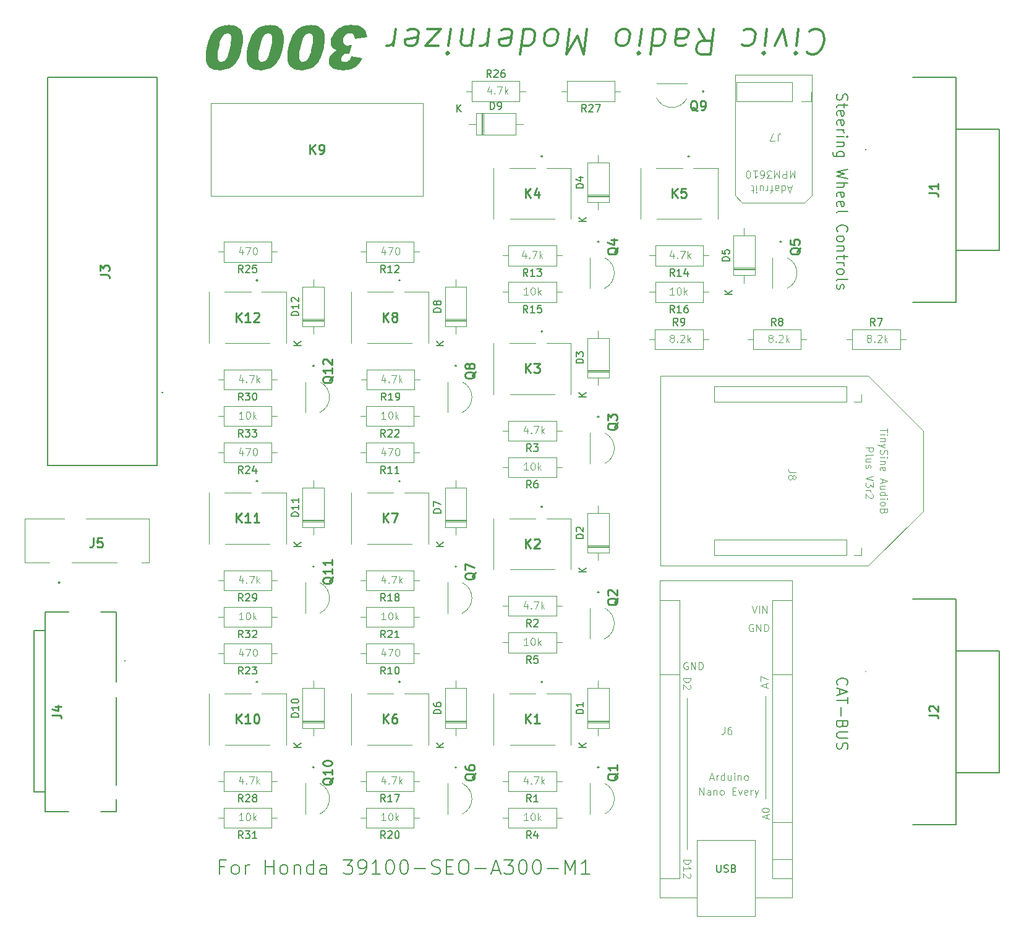
<source format=gbr>
%TF.GenerationSoftware,KiCad,Pcbnew,8.0.0*%
%TF.CreationDate,2024-03-27T17:18:48-07:00*%
%TF.ProjectId,honda radio,686f6e64-6120-4726-9164-696f2e6b6963,rev?*%
%TF.SameCoordinates,Original*%
%TF.FileFunction,Legend,Top*%
%TF.FilePolarity,Positive*%
%FSLAX46Y46*%
G04 Gerber Fmt 4.6, Leading zero omitted, Abs format (unit mm)*
G04 Created by KiCad (PCBNEW 8.0.0) date 2024-03-27 17:18:48*
%MOMM*%
%LPD*%
G01*
G04 APERTURE LIST*
%ADD10C,0.100000*%
%ADD11C,0.150000*%
%ADD12C,0.200000*%
%ADD13C,0.350000*%
%ADD14C,0.700000*%
%ADD15C,0.254000*%
%ADD16C,0.120000*%
G04 APERTURE END LIST*
D10*
X129732455Y-141205752D02*
X129732455Y-141872419D01*
X129494360Y-140824800D02*
X129256265Y-141539085D01*
X129256265Y-141539085D02*
X129875312Y-141539085D01*
X130256265Y-141777180D02*
X130303884Y-141824800D01*
X130303884Y-141824800D02*
X130256265Y-141872419D01*
X130256265Y-141872419D02*
X130208646Y-141824800D01*
X130208646Y-141824800D02*
X130256265Y-141777180D01*
X130256265Y-141777180D02*
X130256265Y-141872419D01*
X130637217Y-140872419D02*
X131303883Y-140872419D01*
X131303883Y-140872419D02*
X130875312Y-141872419D01*
X131684836Y-141872419D02*
X131684836Y-140872419D01*
X131780074Y-141491466D02*
X132065788Y-141872419D01*
X132065788Y-141205752D02*
X131684836Y-141586704D01*
X144232455Y-46705752D02*
X144232455Y-47372419D01*
X143994360Y-46324800D02*
X143756265Y-47039085D01*
X143756265Y-47039085D02*
X144375312Y-47039085D01*
X144756265Y-47277180D02*
X144803884Y-47324800D01*
X144803884Y-47324800D02*
X144756265Y-47372419D01*
X144756265Y-47372419D02*
X144708646Y-47324800D01*
X144708646Y-47324800D02*
X144756265Y-47277180D01*
X144756265Y-47277180D02*
X144756265Y-47372419D01*
X145137217Y-46372419D02*
X145803883Y-46372419D01*
X145803883Y-46372419D02*
X145375312Y-47372419D01*
X146184836Y-47372419D02*
X146184836Y-46372419D01*
X146280074Y-46991466D02*
X146565788Y-47372419D01*
X146565788Y-46705752D02*
X146184836Y-47086704D01*
X148982455Y-69205752D02*
X148982455Y-69872419D01*
X148744360Y-68824800D02*
X148506265Y-69539085D01*
X148506265Y-69539085D02*
X149125312Y-69539085D01*
X149506265Y-69777180D02*
X149553884Y-69824800D01*
X149553884Y-69824800D02*
X149506265Y-69872419D01*
X149506265Y-69872419D02*
X149458646Y-69824800D01*
X149458646Y-69824800D02*
X149506265Y-69777180D01*
X149506265Y-69777180D02*
X149506265Y-69872419D01*
X149887217Y-68872419D02*
X150553883Y-68872419D01*
X150553883Y-68872419D02*
X150125312Y-69872419D01*
X150934836Y-69872419D02*
X150934836Y-68872419D01*
X151030074Y-69491466D02*
X151315788Y-69872419D01*
X151315788Y-69205752D02*
X150934836Y-69586704D01*
X149327693Y-146872419D02*
X148756265Y-146872419D01*
X149041979Y-146872419D02*
X149041979Y-145872419D01*
X149041979Y-145872419D02*
X148946741Y-146015276D01*
X148946741Y-146015276D02*
X148851503Y-146110514D01*
X148851503Y-146110514D02*
X148756265Y-146158133D01*
X149946741Y-145872419D02*
X150041979Y-145872419D01*
X150041979Y-145872419D02*
X150137217Y-145920038D01*
X150137217Y-145920038D02*
X150184836Y-145967657D01*
X150184836Y-145967657D02*
X150232455Y-146062895D01*
X150232455Y-146062895D02*
X150280074Y-146253371D01*
X150280074Y-146253371D02*
X150280074Y-146491466D01*
X150280074Y-146491466D02*
X150232455Y-146681942D01*
X150232455Y-146681942D02*
X150184836Y-146777180D01*
X150184836Y-146777180D02*
X150137217Y-146824800D01*
X150137217Y-146824800D02*
X150041979Y-146872419D01*
X150041979Y-146872419D02*
X149946741Y-146872419D01*
X149946741Y-146872419D02*
X149851503Y-146824800D01*
X149851503Y-146824800D02*
X149803884Y-146777180D01*
X149803884Y-146777180D02*
X149756265Y-146681942D01*
X149756265Y-146681942D02*
X149708646Y-146491466D01*
X149708646Y-146491466D02*
X149708646Y-146253371D01*
X149708646Y-146253371D02*
X149756265Y-146062895D01*
X149756265Y-146062895D02*
X149803884Y-145967657D01*
X149803884Y-145967657D02*
X149851503Y-145920038D01*
X149851503Y-145920038D02*
X149946741Y-145872419D01*
X150708646Y-146872419D02*
X150708646Y-145872419D01*
X150803884Y-146491466D02*
X151089598Y-146872419D01*
X151089598Y-146205752D02*
X150708646Y-146586704D01*
X149232455Y-93205752D02*
X149232455Y-93872419D01*
X148994360Y-92824800D02*
X148756265Y-93539085D01*
X148756265Y-93539085D02*
X149375312Y-93539085D01*
X149756265Y-93777180D02*
X149803884Y-93824800D01*
X149803884Y-93824800D02*
X149756265Y-93872419D01*
X149756265Y-93872419D02*
X149708646Y-93824800D01*
X149708646Y-93824800D02*
X149756265Y-93777180D01*
X149756265Y-93777180D02*
X149756265Y-93872419D01*
X150137217Y-92872419D02*
X150803883Y-92872419D01*
X150803883Y-92872419D02*
X150375312Y-93872419D01*
X151184836Y-93872419D02*
X151184836Y-92872419D01*
X151280074Y-93491466D02*
X151565788Y-93872419D01*
X151565788Y-93205752D02*
X151184836Y-93586704D01*
D11*
X191754228Y-128312969D02*
X191682800Y-128241541D01*
X191682800Y-128241541D02*
X191611371Y-128027255D01*
X191611371Y-128027255D02*
X191611371Y-127884398D01*
X191611371Y-127884398D02*
X191682800Y-127670112D01*
X191682800Y-127670112D02*
X191825657Y-127527255D01*
X191825657Y-127527255D02*
X191968514Y-127455826D01*
X191968514Y-127455826D02*
X192254228Y-127384398D01*
X192254228Y-127384398D02*
X192468514Y-127384398D01*
X192468514Y-127384398D02*
X192754228Y-127455826D01*
X192754228Y-127455826D02*
X192897085Y-127527255D01*
X192897085Y-127527255D02*
X193039942Y-127670112D01*
X193039942Y-127670112D02*
X193111371Y-127884398D01*
X193111371Y-127884398D02*
X193111371Y-128027255D01*
X193111371Y-128027255D02*
X193039942Y-128241541D01*
X193039942Y-128241541D02*
X192968514Y-128312969D01*
X192039942Y-128884398D02*
X192039942Y-129598684D01*
X191611371Y-128741541D02*
X193111371Y-129241541D01*
X193111371Y-129241541D02*
X191611371Y-129741541D01*
X193111371Y-130027255D02*
X193111371Y-130884398D01*
X191611371Y-130455826D02*
X193111371Y-130455826D01*
X192182800Y-131384397D02*
X192182800Y-132527255D01*
X192397085Y-133741540D02*
X192325657Y-133955826D01*
X192325657Y-133955826D02*
X192254228Y-134027255D01*
X192254228Y-134027255D02*
X192111371Y-134098683D01*
X192111371Y-134098683D02*
X191897085Y-134098683D01*
X191897085Y-134098683D02*
X191754228Y-134027255D01*
X191754228Y-134027255D02*
X191682800Y-133955826D01*
X191682800Y-133955826D02*
X191611371Y-133812969D01*
X191611371Y-133812969D02*
X191611371Y-133241540D01*
X191611371Y-133241540D02*
X193111371Y-133241540D01*
X193111371Y-133241540D02*
X193111371Y-133741540D01*
X193111371Y-133741540D02*
X193039942Y-133884398D01*
X193039942Y-133884398D02*
X192968514Y-133955826D01*
X192968514Y-133955826D02*
X192825657Y-134027255D01*
X192825657Y-134027255D02*
X192682800Y-134027255D01*
X192682800Y-134027255D02*
X192539942Y-133955826D01*
X192539942Y-133955826D02*
X192468514Y-133884398D01*
X192468514Y-133884398D02*
X192397085Y-133741540D01*
X192397085Y-133741540D02*
X192397085Y-133241540D01*
X193111371Y-134741540D02*
X191897085Y-134741540D01*
X191897085Y-134741540D02*
X191754228Y-134812969D01*
X191754228Y-134812969D02*
X191682800Y-134884398D01*
X191682800Y-134884398D02*
X191611371Y-135027255D01*
X191611371Y-135027255D02*
X191611371Y-135312969D01*
X191611371Y-135312969D02*
X191682800Y-135455826D01*
X191682800Y-135455826D02*
X191754228Y-135527255D01*
X191754228Y-135527255D02*
X191897085Y-135598683D01*
X191897085Y-135598683D02*
X193111371Y-135598683D01*
X191682800Y-136241541D02*
X191611371Y-136455827D01*
X191611371Y-136455827D02*
X191611371Y-136812969D01*
X191611371Y-136812969D02*
X191682800Y-136955827D01*
X191682800Y-136955827D02*
X191754228Y-137027255D01*
X191754228Y-137027255D02*
X191897085Y-137098684D01*
X191897085Y-137098684D02*
X192039942Y-137098684D01*
X192039942Y-137098684D02*
X192182800Y-137027255D01*
X192182800Y-137027255D02*
X192254228Y-136955827D01*
X192254228Y-136955827D02*
X192325657Y-136812969D01*
X192325657Y-136812969D02*
X192397085Y-136527255D01*
X192397085Y-136527255D02*
X192468514Y-136384398D01*
X192468514Y-136384398D02*
X192539942Y-136312969D01*
X192539942Y-136312969D02*
X192682800Y-136241541D01*
X192682800Y-136241541D02*
X192825657Y-136241541D01*
X192825657Y-136241541D02*
X192968514Y-136312969D01*
X192968514Y-136312969D02*
X193039942Y-136384398D01*
X193039942Y-136384398D02*
X193111371Y-136527255D01*
X193111371Y-136527255D02*
X193111371Y-136884398D01*
X193111371Y-136884398D02*
X193039942Y-137098684D01*
D10*
X110232455Y-113705752D02*
X110232455Y-114372419D01*
X109994360Y-113324800D02*
X109756265Y-114039085D01*
X109756265Y-114039085D02*
X110375312Y-114039085D01*
X110756265Y-114277180D02*
X110803884Y-114324800D01*
X110803884Y-114324800D02*
X110756265Y-114372419D01*
X110756265Y-114372419D02*
X110708646Y-114324800D01*
X110708646Y-114324800D02*
X110756265Y-114277180D01*
X110756265Y-114277180D02*
X110756265Y-114372419D01*
X111137217Y-113372419D02*
X111803883Y-113372419D01*
X111803883Y-113372419D02*
X111375312Y-114372419D01*
X112184836Y-114372419D02*
X112184836Y-113372419D01*
X112280074Y-113991466D02*
X112565788Y-114372419D01*
X112565788Y-113705752D02*
X112184836Y-114086704D01*
X110327693Y-119372419D02*
X109756265Y-119372419D01*
X110041979Y-119372419D02*
X110041979Y-118372419D01*
X110041979Y-118372419D02*
X109946741Y-118515276D01*
X109946741Y-118515276D02*
X109851503Y-118610514D01*
X109851503Y-118610514D02*
X109756265Y-118658133D01*
X110946741Y-118372419D02*
X111041979Y-118372419D01*
X111041979Y-118372419D02*
X111137217Y-118420038D01*
X111137217Y-118420038D02*
X111184836Y-118467657D01*
X111184836Y-118467657D02*
X111232455Y-118562895D01*
X111232455Y-118562895D02*
X111280074Y-118753371D01*
X111280074Y-118753371D02*
X111280074Y-118991466D01*
X111280074Y-118991466D02*
X111232455Y-119181942D01*
X111232455Y-119181942D02*
X111184836Y-119277180D01*
X111184836Y-119277180D02*
X111137217Y-119324800D01*
X111137217Y-119324800D02*
X111041979Y-119372419D01*
X111041979Y-119372419D02*
X110946741Y-119372419D01*
X110946741Y-119372419D02*
X110851503Y-119324800D01*
X110851503Y-119324800D02*
X110803884Y-119277180D01*
X110803884Y-119277180D02*
X110756265Y-119181942D01*
X110756265Y-119181942D02*
X110708646Y-118991466D01*
X110708646Y-118991466D02*
X110708646Y-118753371D01*
X110708646Y-118753371D02*
X110756265Y-118562895D01*
X110756265Y-118562895D02*
X110803884Y-118467657D01*
X110803884Y-118467657D02*
X110851503Y-118420038D01*
X110851503Y-118420038D02*
X110946741Y-118372419D01*
X111708646Y-119372419D02*
X111708646Y-118372419D01*
X111803884Y-118991466D02*
X112089598Y-119372419D01*
X112089598Y-118705752D02*
X111708646Y-119086704D01*
X174256265Y-141086704D02*
X174732455Y-141086704D01*
X174161027Y-141372419D02*
X174494360Y-140372419D01*
X174494360Y-140372419D02*
X174827693Y-141372419D01*
X175161027Y-141372419D02*
X175161027Y-140705752D01*
X175161027Y-140896228D02*
X175208646Y-140800990D01*
X175208646Y-140800990D02*
X175256265Y-140753371D01*
X175256265Y-140753371D02*
X175351503Y-140705752D01*
X175351503Y-140705752D02*
X175446741Y-140705752D01*
X176208646Y-141372419D02*
X176208646Y-140372419D01*
X176208646Y-141324800D02*
X176113408Y-141372419D01*
X176113408Y-141372419D02*
X175922932Y-141372419D01*
X175922932Y-141372419D02*
X175827694Y-141324800D01*
X175827694Y-141324800D02*
X175780075Y-141277180D01*
X175780075Y-141277180D02*
X175732456Y-141181942D01*
X175732456Y-141181942D02*
X175732456Y-140896228D01*
X175732456Y-140896228D02*
X175780075Y-140800990D01*
X175780075Y-140800990D02*
X175827694Y-140753371D01*
X175827694Y-140753371D02*
X175922932Y-140705752D01*
X175922932Y-140705752D02*
X176113408Y-140705752D01*
X176113408Y-140705752D02*
X176208646Y-140753371D01*
X177113408Y-140705752D02*
X177113408Y-141372419D01*
X176684837Y-140705752D02*
X176684837Y-141229561D01*
X176684837Y-141229561D02*
X176732456Y-141324800D01*
X176732456Y-141324800D02*
X176827694Y-141372419D01*
X176827694Y-141372419D02*
X176970551Y-141372419D01*
X176970551Y-141372419D02*
X177065789Y-141324800D01*
X177065789Y-141324800D02*
X177113408Y-141277180D01*
X177589599Y-141372419D02*
X177589599Y-140705752D01*
X177589599Y-140372419D02*
X177541980Y-140420038D01*
X177541980Y-140420038D02*
X177589599Y-140467657D01*
X177589599Y-140467657D02*
X177637218Y-140420038D01*
X177637218Y-140420038D02*
X177589599Y-140372419D01*
X177589599Y-140372419D02*
X177589599Y-140467657D01*
X178065789Y-140705752D02*
X178065789Y-141372419D01*
X178065789Y-140800990D02*
X178113408Y-140753371D01*
X178113408Y-140753371D02*
X178208646Y-140705752D01*
X178208646Y-140705752D02*
X178351503Y-140705752D01*
X178351503Y-140705752D02*
X178446741Y-140753371D01*
X178446741Y-140753371D02*
X178494360Y-140848609D01*
X178494360Y-140848609D02*
X178494360Y-141372419D01*
X179113408Y-141372419D02*
X179018170Y-141324800D01*
X179018170Y-141324800D02*
X178970551Y-141277180D01*
X178970551Y-141277180D02*
X178922932Y-141181942D01*
X178922932Y-141181942D02*
X178922932Y-140896228D01*
X178922932Y-140896228D02*
X178970551Y-140800990D01*
X178970551Y-140800990D02*
X179018170Y-140753371D01*
X179018170Y-140753371D02*
X179113408Y-140705752D01*
X179113408Y-140705752D02*
X179256265Y-140705752D01*
X179256265Y-140705752D02*
X179351503Y-140753371D01*
X179351503Y-140753371D02*
X179399122Y-140800990D01*
X179399122Y-140800990D02*
X179446741Y-140896228D01*
X179446741Y-140896228D02*
X179446741Y-141181942D01*
X179446741Y-141181942D02*
X179399122Y-141277180D01*
X179399122Y-141277180D02*
X179351503Y-141324800D01*
X179351503Y-141324800D02*
X179256265Y-141372419D01*
X179256265Y-141372419D02*
X179113408Y-141372419D01*
D12*
X107774435Y-153197219D02*
X107107768Y-153197219D01*
X107107768Y-154244838D02*
X107107768Y-152244838D01*
X107107768Y-152244838D02*
X108060149Y-152244838D01*
X109107768Y-154244838D02*
X108917292Y-154149600D01*
X108917292Y-154149600D02*
X108822054Y-154054361D01*
X108822054Y-154054361D02*
X108726816Y-153863885D01*
X108726816Y-153863885D02*
X108726816Y-153292457D01*
X108726816Y-153292457D02*
X108822054Y-153101980D01*
X108822054Y-153101980D02*
X108917292Y-153006742D01*
X108917292Y-153006742D02*
X109107768Y-152911504D01*
X109107768Y-152911504D02*
X109393483Y-152911504D01*
X109393483Y-152911504D02*
X109583959Y-153006742D01*
X109583959Y-153006742D02*
X109679197Y-153101980D01*
X109679197Y-153101980D02*
X109774435Y-153292457D01*
X109774435Y-153292457D02*
X109774435Y-153863885D01*
X109774435Y-153863885D02*
X109679197Y-154054361D01*
X109679197Y-154054361D02*
X109583959Y-154149600D01*
X109583959Y-154149600D02*
X109393483Y-154244838D01*
X109393483Y-154244838D02*
X109107768Y-154244838D01*
X110631578Y-154244838D02*
X110631578Y-152911504D01*
X110631578Y-153292457D02*
X110726816Y-153101980D01*
X110726816Y-153101980D02*
X110822054Y-153006742D01*
X110822054Y-153006742D02*
X111012530Y-152911504D01*
X111012530Y-152911504D02*
X111203007Y-152911504D01*
X113393483Y-154244838D02*
X113393483Y-152244838D01*
X113393483Y-153197219D02*
X114536340Y-153197219D01*
X114536340Y-154244838D02*
X114536340Y-152244838D01*
X115774435Y-154244838D02*
X115583959Y-154149600D01*
X115583959Y-154149600D02*
X115488721Y-154054361D01*
X115488721Y-154054361D02*
X115393483Y-153863885D01*
X115393483Y-153863885D02*
X115393483Y-153292457D01*
X115393483Y-153292457D02*
X115488721Y-153101980D01*
X115488721Y-153101980D02*
X115583959Y-153006742D01*
X115583959Y-153006742D02*
X115774435Y-152911504D01*
X115774435Y-152911504D02*
X116060150Y-152911504D01*
X116060150Y-152911504D02*
X116250626Y-153006742D01*
X116250626Y-153006742D02*
X116345864Y-153101980D01*
X116345864Y-153101980D02*
X116441102Y-153292457D01*
X116441102Y-153292457D02*
X116441102Y-153863885D01*
X116441102Y-153863885D02*
X116345864Y-154054361D01*
X116345864Y-154054361D02*
X116250626Y-154149600D01*
X116250626Y-154149600D02*
X116060150Y-154244838D01*
X116060150Y-154244838D02*
X115774435Y-154244838D01*
X117298245Y-152911504D02*
X117298245Y-154244838D01*
X117298245Y-153101980D02*
X117393483Y-153006742D01*
X117393483Y-153006742D02*
X117583959Y-152911504D01*
X117583959Y-152911504D02*
X117869674Y-152911504D01*
X117869674Y-152911504D02*
X118060150Y-153006742D01*
X118060150Y-153006742D02*
X118155388Y-153197219D01*
X118155388Y-153197219D02*
X118155388Y-154244838D01*
X119964912Y-154244838D02*
X119964912Y-152244838D01*
X119964912Y-154149600D02*
X119774436Y-154244838D01*
X119774436Y-154244838D02*
X119393483Y-154244838D01*
X119393483Y-154244838D02*
X119203007Y-154149600D01*
X119203007Y-154149600D02*
X119107769Y-154054361D01*
X119107769Y-154054361D02*
X119012531Y-153863885D01*
X119012531Y-153863885D02*
X119012531Y-153292457D01*
X119012531Y-153292457D02*
X119107769Y-153101980D01*
X119107769Y-153101980D02*
X119203007Y-153006742D01*
X119203007Y-153006742D02*
X119393483Y-152911504D01*
X119393483Y-152911504D02*
X119774436Y-152911504D01*
X119774436Y-152911504D02*
X119964912Y-153006742D01*
X121774436Y-154244838D02*
X121774436Y-153197219D01*
X121774436Y-153197219D02*
X121679198Y-153006742D01*
X121679198Y-153006742D02*
X121488722Y-152911504D01*
X121488722Y-152911504D02*
X121107769Y-152911504D01*
X121107769Y-152911504D02*
X120917293Y-153006742D01*
X121774436Y-154149600D02*
X121583960Y-154244838D01*
X121583960Y-154244838D02*
X121107769Y-154244838D01*
X121107769Y-154244838D02*
X120917293Y-154149600D01*
X120917293Y-154149600D02*
X120822055Y-153959123D01*
X120822055Y-153959123D02*
X120822055Y-153768647D01*
X120822055Y-153768647D02*
X120917293Y-153578171D01*
X120917293Y-153578171D02*
X121107769Y-153482933D01*
X121107769Y-153482933D02*
X121583960Y-153482933D01*
X121583960Y-153482933D02*
X121774436Y-153387695D01*
X124060151Y-152244838D02*
X125298246Y-152244838D01*
X125298246Y-152244838D02*
X124631579Y-153006742D01*
X124631579Y-153006742D02*
X124917294Y-153006742D01*
X124917294Y-153006742D02*
X125107770Y-153101980D01*
X125107770Y-153101980D02*
X125203008Y-153197219D01*
X125203008Y-153197219D02*
X125298246Y-153387695D01*
X125298246Y-153387695D02*
X125298246Y-153863885D01*
X125298246Y-153863885D02*
X125203008Y-154054361D01*
X125203008Y-154054361D02*
X125107770Y-154149600D01*
X125107770Y-154149600D02*
X124917294Y-154244838D01*
X124917294Y-154244838D02*
X124345865Y-154244838D01*
X124345865Y-154244838D02*
X124155389Y-154149600D01*
X124155389Y-154149600D02*
X124060151Y-154054361D01*
X126250627Y-154244838D02*
X126631579Y-154244838D01*
X126631579Y-154244838D02*
X126822056Y-154149600D01*
X126822056Y-154149600D02*
X126917294Y-154054361D01*
X126917294Y-154054361D02*
X127107770Y-153768647D01*
X127107770Y-153768647D02*
X127203008Y-153387695D01*
X127203008Y-153387695D02*
X127203008Y-152625790D01*
X127203008Y-152625790D02*
X127107770Y-152435314D01*
X127107770Y-152435314D02*
X127012532Y-152340076D01*
X127012532Y-152340076D02*
X126822056Y-152244838D01*
X126822056Y-152244838D02*
X126441103Y-152244838D01*
X126441103Y-152244838D02*
X126250627Y-152340076D01*
X126250627Y-152340076D02*
X126155389Y-152435314D01*
X126155389Y-152435314D02*
X126060151Y-152625790D01*
X126060151Y-152625790D02*
X126060151Y-153101980D01*
X126060151Y-153101980D02*
X126155389Y-153292457D01*
X126155389Y-153292457D02*
X126250627Y-153387695D01*
X126250627Y-153387695D02*
X126441103Y-153482933D01*
X126441103Y-153482933D02*
X126822056Y-153482933D01*
X126822056Y-153482933D02*
X127012532Y-153387695D01*
X127012532Y-153387695D02*
X127107770Y-153292457D01*
X127107770Y-153292457D02*
X127203008Y-153101980D01*
X129107770Y-154244838D02*
X127964913Y-154244838D01*
X128536341Y-154244838D02*
X128536341Y-152244838D01*
X128536341Y-152244838D02*
X128345865Y-152530552D01*
X128345865Y-152530552D02*
X128155389Y-152721028D01*
X128155389Y-152721028D02*
X127964913Y-152816266D01*
X130345865Y-152244838D02*
X130536342Y-152244838D01*
X130536342Y-152244838D02*
X130726818Y-152340076D01*
X130726818Y-152340076D02*
X130822056Y-152435314D01*
X130822056Y-152435314D02*
X130917294Y-152625790D01*
X130917294Y-152625790D02*
X131012532Y-153006742D01*
X131012532Y-153006742D02*
X131012532Y-153482933D01*
X131012532Y-153482933D02*
X130917294Y-153863885D01*
X130917294Y-153863885D02*
X130822056Y-154054361D01*
X130822056Y-154054361D02*
X130726818Y-154149600D01*
X130726818Y-154149600D02*
X130536342Y-154244838D01*
X130536342Y-154244838D02*
X130345865Y-154244838D01*
X130345865Y-154244838D02*
X130155389Y-154149600D01*
X130155389Y-154149600D02*
X130060151Y-154054361D01*
X130060151Y-154054361D02*
X129964913Y-153863885D01*
X129964913Y-153863885D02*
X129869675Y-153482933D01*
X129869675Y-153482933D02*
X129869675Y-153006742D01*
X129869675Y-153006742D02*
X129964913Y-152625790D01*
X129964913Y-152625790D02*
X130060151Y-152435314D01*
X130060151Y-152435314D02*
X130155389Y-152340076D01*
X130155389Y-152340076D02*
X130345865Y-152244838D01*
X132250627Y-152244838D02*
X132441104Y-152244838D01*
X132441104Y-152244838D02*
X132631580Y-152340076D01*
X132631580Y-152340076D02*
X132726818Y-152435314D01*
X132726818Y-152435314D02*
X132822056Y-152625790D01*
X132822056Y-152625790D02*
X132917294Y-153006742D01*
X132917294Y-153006742D02*
X132917294Y-153482933D01*
X132917294Y-153482933D02*
X132822056Y-153863885D01*
X132822056Y-153863885D02*
X132726818Y-154054361D01*
X132726818Y-154054361D02*
X132631580Y-154149600D01*
X132631580Y-154149600D02*
X132441104Y-154244838D01*
X132441104Y-154244838D02*
X132250627Y-154244838D01*
X132250627Y-154244838D02*
X132060151Y-154149600D01*
X132060151Y-154149600D02*
X131964913Y-154054361D01*
X131964913Y-154054361D02*
X131869675Y-153863885D01*
X131869675Y-153863885D02*
X131774437Y-153482933D01*
X131774437Y-153482933D02*
X131774437Y-153006742D01*
X131774437Y-153006742D02*
X131869675Y-152625790D01*
X131869675Y-152625790D02*
X131964913Y-152435314D01*
X131964913Y-152435314D02*
X132060151Y-152340076D01*
X132060151Y-152340076D02*
X132250627Y-152244838D01*
X133774437Y-153482933D02*
X135298247Y-153482933D01*
X136155389Y-154149600D02*
X136441103Y-154244838D01*
X136441103Y-154244838D02*
X136917294Y-154244838D01*
X136917294Y-154244838D02*
X137107770Y-154149600D01*
X137107770Y-154149600D02*
X137203008Y-154054361D01*
X137203008Y-154054361D02*
X137298246Y-153863885D01*
X137298246Y-153863885D02*
X137298246Y-153673409D01*
X137298246Y-153673409D02*
X137203008Y-153482933D01*
X137203008Y-153482933D02*
X137107770Y-153387695D01*
X137107770Y-153387695D02*
X136917294Y-153292457D01*
X136917294Y-153292457D02*
X136536341Y-153197219D01*
X136536341Y-153197219D02*
X136345865Y-153101980D01*
X136345865Y-153101980D02*
X136250627Y-153006742D01*
X136250627Y-153006742D02*
X136155389Y-152816266D01*
X136155389Y-152816266D02*
X136155389Y-152625790D01*
X136155389Y-152625790D02*
X136250627Y-152435314D01*
X136250627Y-152435314D02*
X136345865Y-152340076D01*
X136345865Y-152340076D02*
X136536341Y-152244838D01*
X136536341Y-152244838D02*
X137012532Y-152244838D01*
X137012532Y-152244838D02*
X137298246Y-152340076D01*
X138155389Y-153197219D02*
X138822056Y-153197219D01*
X139107770Y-154244838D02*
X138155389Y-154244838D01*
X138155389Y-154244838D02*
X138155389Y-152244838D01*
X138155389Y-152244838D02*
X139107770Y-152244838D01*
X140345865Y-152244838D02*
X140726818Y-152244838D01*
X140726818Y-152244838D02*
X140917294Y-152340076D01*
X140917294Y-152340076D02*
X141107770Y-152530552D01*
X141107770Y-152530552D02*
X141203008Y-152911504D01*
X141203008Y-152911504D02*
X141203008Y-153578171D01*
X141203008Y-153578171D02*
X141107770Y-153959123D01*
X141107770Y-153959123D02*
X140917294Y-154149600D01*
X140917294Y-154149600D02*
X140726818Y-154244838D01*
X140726818Y-154244838D02*
X140345865Y-154244838D01*
X140345865Y-154244838D02*
X140155389Y-154149600D01*
X140155389Y-154149600D02*
X139964913Y-153959123D01*
X139964913Y-153959123D02*
X139869675Y-153578171D01*
X139869675Y-153578171D02*
X139869675Y-152911504D01*
X139869675Y-152911504D02*
X139964913Y-152530552D01*
X139964913Y-152530552D02*
X140155389Y-152340076D01*
X140155389Y-152340076D02*
X140345865Y-152244838D01*
X142060151Y-153482933D02*
X143583961Y-153482933D01*
X144441103Y-153673409D02*
X145393484Y-153673409D01*
X144250627Y-154244838D02*
X144917293Y-152244838D01*
X144917293Y-152244838D02*
X145583960Y-154244838D01*
X146060151Y-152244838D02*
X147298246Y-152244838D01*
X147298246Y-152244838D02*
X146631579Y-153006742D01*
X146631579Y-153006742D02*
X146917294Y-153006742D01*
X146917294Y-153006742D02*
X147107770Y-153101980D01*
X147107770Y-153101980D02*
X147203008Y-153197219D01*
X147203008Y-153197219D02*
X147298246Y-153387695D01*
X147298246Y-153387695D02*
X147298246Y-153863885D01*
X147298246Y-153863885D02*
X147203008Y-154054361D01*
X147203008Y-154054361D02*
X147107770Y-154149600D01*
X147107770Y-154149600D02*
X146917294Y-154244838D01*
X146917294Y-154244838D02*
X146345865Y-154244838D01*
X146345865Y-154244838D02*
X146155389Y-154149600D01*
X146155389Y-154149600D02*
X146060151Y-154054361D01*
X148536341Y-152244838D02*
X148726818Y-152244838D01*
X148726818Y-152244838D02*
X148917294Y-152340076D01*
X148917294Y-152340076D02*
X149012532Y-152435314D01*
X149012532Y-152435314D02*
X149107770Y-152625790D01*
X149107770Y-152625790D02*
X149203008Y-153006742D01*
X149203008Y-153006742D02*
X149203008Y-153482933D01*
X149203008Y-153482933D02*
X149107770Y-153863885D01*
X149107770Y-153863885D02*
X149012532Y-154054361D01*
X149012532Y-154054361D02*
X148917294Y-154149600D01*
X148917294Y-154149600D02*
X148726818Y-154244838D01*
X148726818Y-154244838D02*
X148536341Y-154244838D01*
X148536341Y-154244838D02*
X148345865Y-154149600D01*
X148345865Y-154149600D02*
X148250627Y-154054361D01*
X148250627Y-154054361D02*
X148155389Y-153863885D01*
X148155389Y-153863885D02*
X148060151Y-153482933D01*
X148060151Y-153482933D02*
X148060151Y-153006742D01*
X148060151Y-153006742D02*
X148155389Y-152625790D01*
X148155389Y-152625790D02*
X148250627Y-152435314D01*
X148250627Y-152435314D02*
X148345865Y-152340076D01*
X148345865Y-152340076D02*
X148536341Y-152244838D01*
X150441103Y-152244838D02*
X150631580Y-152244838D01*
X150631580Y-152244838D02*
X150822056Y-152340076D01*
X150822056Y-152340076D02*
X150917294Y-152435314D01*
X150917294Y-152435314D02*
X151012532Y-152625790D01*
X151012532Y-152625790D02*
X151107770Y-153006742D01*
X151107770Y-153006742D02*
X151107770Y-153482933D01*
X151107770Y-153482933D02*
X151012532Y-153863885D01*
X151012532Y-153863885D02*
X150917294Y-154054361D01*
X150917294Y-154054361D02*
X150822056Y-154149600D01*
X150822056Y-154149600D02*
X150631580Y-154244838D01*
X150631580Y-154244838D02*
X150441103Y-154244838D01*
X150441103Y-154244838D02*
X150250627Y-154149600D01*
X150250627Y-154149600D02*
X150155389Y-154054361D01*
X150155389Y-154054361D02*
X150060151Y-153863885D01*
X150060151Y-153863885D02*
X149964913Y-153482933D01*
X149964913Y-153482933D02*
X149964913Y-153006742D01*
X149964913Y-153006742D02*
X150060151Y-152625790D01*
X150060151Y-152625790D02*
X150155389Y-152435314D01*
X150155389Y-152435314D02*
X150250627Y-152340076D01*
X150250627Y-152340076D02*
X150441103Y-152244838D01*
X151964913Y-153482933D02*
X153488723Y-153482933D01*
X154441103Y-154244838D02*
X154441103Y-152244838D01*
X154441103Y-152244838D02*
X155107770Y-153673409D01*
X155107770Y-153673409D02*
X155774436Y-152244838D01*
X155774436Y-152244838D02*
X155774436Y-154244838D01*
X157774436Y-154244838D02*
X156631579Y-154244838D01*
X157203007Y-154244838D02*
X157203007Y-152244838D01*
X157203007Y-152244838D02*
X157012531Y-152530552D01*
X157012531Y-152530552D02*
X156822055Y-152721028D01*
X156822055Y-152721028D02*
X156631579Y-152816266D01*
D10*
X129732455Y-113705752D02*
X129732455Y-114372419D01*
X129494360Y-113324800D02*
X129256265Y-114039085D01*
X129256265Y-114039085D02*
X129875312Y-114039085D01*
X130256265Y-114277180D02*
X130303884Y-114324800D01*
X130303884Y-114324800D02*
X130256265Y-114372419D01*
X130256265Y-114372419D02*
X130208646Y-114324800D01*
X130208646Y-114324800D02*
X130256265Y-114277180D01*
X130256265Y-114277180D02*
X130256265Y-114372419D01*
X130637217Y-113372419D02*
X131303883Y-113372419D01*
X131303883Y-113372419D02*
X130875312Y-114372419D01*
X131684836Y-114372419D02*
X131684836Y-113372419D01*
X131780074Y-113991466D02*
X132065788Y-114372419D01*
X132065788Y-113705752D02*
X131684836Y-114086704D01*
X169327693Y-74872419D02*
X168756265Y-74872419D01*
X169041979Y-74872419D02*
X169041979Y-73872419D01*
X169041979Y-73872419D02*
X168946741Y-74015276D01*
X168946741Y-74015276D02*
X168851503Y-74110514D01*
X168851503Y-74110514D02*
X168756265Y-74158133D01*
X169946741Y-73872419D02*
X170041979Y-73872419D01*
X170041979Y-73872419D02*
X170137217Y-73920038D01*
X170137217Y-73920038D02*
X170184836Y-73967657D01*
X170184836Y-73967657D02*
X170232455Y-74062895D01*
X170232455Y-74062895D02*
X170280074Y-74253371D01*
X170280074Y-74253371D02*
X170280074Y-74491466D01*
X170280074Y-74491466D02*
X170232455Y-74681942D01*
X170232455Y-74681942D02*
X170184836Y-74777180D01*
X170184836Y-74777180D02*
X170137217Y-74824800D01*
X170137217Y-74824800D02*
X170041979Y-74872419D01*
X170041979Y-74872419D02*
X169946741Y-74872419D01*
X169946741Y-74872419D02*
X169851503Y-74824800D01*
X169851503Y-74824800D02*
X169803884Y-74777180D01*
X169803884Y-74777180D02*
X169756265Y-74681942D01*
X169756265Y-74681942D02*
X169708646Y-74491466D01*
X169708646Y-74491466D02*
X169708646Y-74253371D01*
X169708646Y-74253371D02*
X169756265Y-74062895D01*
X169756265Y-74062895D02*
X169803884Y-73967657D01*
X169803884Y-73967657D02*
X169851503Y-73920038D01*
X169851503Y-73920038D02*
X169946741Y-73872419D01*
X170708646Y-74872419D02*
X170708646Y-73872419D01*
X170803884Y-74491466D02*
X171089598Y-74872419D01*
X171089598Y-74205752D02*
X170708646Y-74586704D01*
X129732455Y-96205752D02*
X129732455Y-96872419D01*
X129494360Y-95824800D02*
X129256265Y-96539085D01*
X129256265Y-96539085D02*
X129875312Y-96539085D01*
X130161027Y-95872419D02*
X130827693Y-95872419D01*
X130827693Y-95872419D02*
X130399122Y-96872419D01*
X131399122Y-95872419D02*
X131494360Y-95872419D01*
X131494360Y-95872419D02*
X131589598Y-95920038D01*
X131589598Y-95920038D02*
X131637217Y-95967657D01*
X131637217Y-95967657D02*
X131684836Y-96062895D01*
X131684836Y-96062895D02*
X131732455Y-96253371D01*
X131732455Y-96253371D02*
X131732455Y-96491466D01*
X131732455Y-96491466D02*
X131684836Y-96681942D01*
X131684836Y-96681942D02*
X131637217Y-96777180D01*
X131637217Y-96777180D02*
X131589598Y-96824800D01*
X131589598Y-96824800D02*
X131494360Y-96872419D01*
X131494360Y-96872419D02*
X131399122Y-96872419D01*
X131399122Y-96872419D02*
X131303884Y-96824800D01*
X131303884Y-96824800D02*
X131256265Y-96777180D01*
X131256265Y-96777180D02*
X131208646Y-96681942D01*
X131208646Y-96681942D02*
X131161027Y-96491466D01*
X131161027Y-96491466D02*
X131161027Y-96253371D01*
X131161027Y-96253371D02*
X131208646Y-96062895D01*
X131208646Y-96062895D02*
X131256265Y-95967657D01*
X131256265Y-95967657D02*
X131303884Y-95920038D01*
X131303884Y-95920038D02*
X131399122Y-95872419D01*
X149232455Y-117205752D02*
X149232455Y-117872419D01*
X148994360Y-116824800D02*
X148756265Y-117539085D01*
X148756265Y-117539085D02*
X149375312Y-117539085D01*
X149756265Y-117777180D02*
X149803884Y-117824800D01*
X149803884Y-117824800D02*
X149756265Y-117872419D01*
X149756265Y-117872419D02*
X149708646Y-117824800D01*
X149708646Y-117824800D02*
X149756265Y-117777180D01*
X149756265Y-117777180D02*
X149756265Y-117872419D01*
X150137217Y-116872419D02*
X150803883Y-116872419D01*
X150803883Y-116872419D02*
X150375312Y-117872419D01*
X151184836Y-117872419D02*
X151184836Y-116872419D01*
X151280074Y-117491466D02*
X151565788Y-117872419D01*
X151565788Y-117205752D02*
X151184836Y-117586704D01*
X169232455Y-69205752D02*
X169232455Y-69872419D01*
X168994360Y-68824800D02*
X168756265Y-69539085D01*
X168756265Y-69539085D02*
X169375312Y-69539085D01*
X169756265Y-69777180D02*
X169803884Y-69824800D01*
X169803884Y-69824800D02*
X169756265Y-69872419D01*
X169756265Y-69872419D02*
X169708646Y-69824800D01*
X169708646Y-69824800D02*
X169756265Y-69777180D01*
X169756265Y-69777180D02*
X169756265Y-69872419D01*
X170137217Y-68872419D02*
X170803883Y-68872419D01*
X170803883Y-68872419D02*
X170375312Y-69872419D01*
X171184836Y-69872419D02*
X171184836Y-68872419D01*
X171280074Y-69491466D02*
X171565788Y-69872419D01*
X171565788Y-69205752D02*
X171184836Y-69586704D01*
X129732455Y-68705752D02*
X129732455Y-69372419D01*
X129494360Y-68324800D02*
X129256265Y-69039085D01*
X129256265Y-69039085D02*
X129875312Y-69039085D01*
X130161027Y-68372419D02*
X130827693Y-68372419D01*
X130827693Y-68372419D02*
X130399122Y-69372419D01*
X131399122Y-68372419D02*
X131494360Y-68372419D01*
X131494360Y-68372419D02*
X131589598Y-68420038D01*
X131589598Y-68420038D02*
X131637217Y-68467657D01*
X131637217Y-68467657D02*
X131684836Y-68562895D01*
X131684836Y-68562895D02*
X131732455Y-68753371D01*
X131732455Y-68753371D02*
X131732455Y-68991466D01*
X131732455Y-68991466D02*
X131684836Y-69181942D01*
X131684836Y-69181942D02*
X131637217Y-69277180D01*
X131637217Y-69277180D02*
X131589598Y-69324800D01*
X131589598Y-69324800D02*
X131494360Y-69372419D01*
X131494360Y-69372419D02*
X131399122Y-69372419D01*
X131399122Y-69372419D02*
X131303884Y-69324800D01*
X131303884Y-69324800D02*
X131256265Y-69277180D01*
X131256265Y-69277180D02*
X131208646Y-69181942D01*
X131208646Y-69181942D02*
X131161027Y-68991466D01*
X131161027Y-68991466D02*
X131161027Y-68753371D01*
X131161027Y-68753371D02*
X131208646Y-68562895D01*
X131208646Y-68562895D02*
X131256265Y-68467657D01*
X131256265Y-68467657D02*
X131303884Y-68420038D01*
X131303884Y-68420038D02*
X131399122Y-68372419D01*
X149327693Y-122872419D02*
X148756265Y-122872419D01*
X149041979Y-122872419D02*
X149041979Y-121872419D01*
X149041979Y-121872419D02*
X148946741Y-122015276D01*
X148946741Y-122015276D02*
X148851503Y-122110514D01*
X148851503Y-122110514D02*
X148756265Y-122158133D01*
X149946741Y-121872419D02*
X150041979Y-121872419D01*
X150041979Y-121872419D02*
X150137217Y-121920038D01*
X150137217Y-121920038D02*
X150184836Y-121967657D01*
X150184836Y-121967657D02*
X150232455Y-122062895D01*
X150232455Y-122062895D02*
X150280074Y-122253371D01*
X150280074Y-122253371D02*
X150280074Y-122491466D01*
X150280074Y-122491466D02*
X150232455Y-122681942D01*
X150232455Y-122681942D02*
X150184836Y-122777180D01*
X150184836Y-122777180D02*
X150137217Y-122824800D01*
X150137217Y-122824800D02*
X150041979Y-122872419D01*
X150041979Y-122872419D02*
X149946741Y-122872419D01*
X149946741Y-122872419D02*
X149851503Y-122824800D01*
X149851503Y-122824800D02*
X149803884Y-122777180D01*
X149803884Y-122777180D02*
X149756265Y-122681942D01*
X149756265Y-122681942D02*
X149708646Y-122491466D01*
X149708646Y-122491466D02*
X149708646Y-122253371D01*
X149708646Y-122253371D02*
X149756265Y-122062895D01*
X149756265Y-122062895D02*
X149803884Y-121967657D01*
X149803884Y-121967657D02*
X149851503Y-121920038D01*
X149851503Y-121920038D02*
X149946741Y-121872419D01*
X150708646Y-122872419D02*
X150708646Y-121872419D01*
X150803884Y-122491466D02*
X151089598Y-122872419D01*
X151089598Y-122205752D02*
X150708646Y-122586704D01*
X149327693Y-74872419D02*
X148756265Y-74872419D01*
X149041979Y-74872419D02*
X149041979Y-73872419D01*
X149041979Y-73872419D02*
X148946741Y-74015276D01*
X148946741Y-74015276D02*
X148851503Y-74110514D01*
X148851503Y-74110514D02*
X148756265Y-74158133D01*
X149946741Y-73872419D02*
X150041979Y-73872419D01*
X150041979Y-73872419D02*
X150137217Y-73920038D01*
X150137217Y-73920038D02*
X150184836Y-73967657D01*
X150184836Y-73967657D02*
X150232455Y-74062895D01*
X150232455Y-74062895D02*
X150280074Y-74253371D01*
X150280074Y-74253371D02*
X150280074Y-74491466D01*
X150280074Y-74491466D02*
X150232455Y-74681942D01*
X150232455Y-74681942D02*
X150184836Y-74777180D01*
X150184836Y-74777180D02*
X150137217Y-74824800D01*
X150137217Y-74824800D02*
X150041979Y-74872419D01*
X150041979Y-74872419D02*
X149946741Y-74872419D01*
X149946741Y-74872419D02*
X149851503Y-74824800D01*
X149851503Y-74824800D02*
X149803884Y-74777180D01*
X149803884Y-74777180D02*
X149756265Y-74681942D01*
X149756265Y-74681942D02*
X149708646Y-74491466D01*
X149708646Y-74491466D02*
X149708646Y-74253371D01*
X149708646Y-74253371D02*
X149756265Y-74062895D01*
X149756265Y-74062895D02*
X149803884Y-73967657D01*
X149803884Y-73967657D02*
X149851503Y-73920038D01*
X149851503Y-73920038D02*
X149946741Y-73872419D01*
X150708646Y-74872419D02*
X150708646Y-73872419D01*
X150803884Y-74491466D02*
X151089598Y-74872419D01*
X151089598Y-74205752D02*
X150708646Y-74586704D01*
X110232455Y-96205752D02*
X110232455Y-96872419D01*
X109994360Y-95824800D02*
X109756265Y-96539085D01*
X109756265Y-96539085D02*
X110375312Y-96539085D01*
X110661027Y-95872419D02*
X111327693Y-95872419D01*
X111327693Y-95872419D02*
X110899122Y-96872419D01*
X111899122Y-95872419D02*
X111994360Y-95872419D01*
X111994360Y-95872419D02*
X112089598Y-95920038D01*
X112089598Y-95920038D02*
X112137217Y-95967657D01*
X112137217Y-95967657D02*
X112184836Y-96062895D01*
X112184836Y-96062895D02*
X112232455Y-96253371D01*
X112232455Y-96253371D02*
X112232455Y-96491466D01*
X112232455Y-96491466D02*
X112184836Y-96681942D01*
X112184836Y-96681942D02*
X112137217Y-96777180D01*
X112137217Y-96777180D02*
X112089598Y-96824800D01*
X112089598Y-96824800D02*
X111994360Y-96872419D01*
X111994360Y-96872419D02*
X111899122Y-96872419D01*
X111899122Y-96872419D02*
X111803884Y-96824800D01*
X111803884Y-96824800D02*
X111756265Y-96777180D01*
X111756265Y-96777180D02*
X111708646Y-96681942D01*
X111708646Y-96681942D02*
X111661027Y-96491466D01*
X111661027Y-96491466D02*
X111661027Y-96253371D01*
X111661027Y-96253371D02*
X111708646Y-96062895D01*
X111708646Y-96062895D02*
X111756265Y-95967657D01*
X111756265Y-95967657D02*
X111803884Y-95920038D01*
X111803884Y-95920038D02*
X111899122Y-95872419D01*
X129732455Y-86205752D02*
X129732455Y-86872419D01*
X129494360Y-85824800D02*
X129256265Y-86539085D01*
X129256265Y-86539085D02*
X129875312Y-86539085D01*
X130256265Y-86777180D02*
X130303884Y-86824800D01*
X130303884Y-86824800D02*
X130256265Y-86872419D01*
X130256265Y-86872419D02*
X130208646Y-86824800D01*
X130208646Y-86824800D02*
X130256265Y-86777180D01*
X130256265Y-86777180D02*
X130256265Y-86872419D01*
X130637217Y-85872419D02*
X131303883Y-85872419D01*
X131303883Y-85872419D02*
X130875312Y-86872419D01*
X131684836Y-86872419D02*
X131684836Y-85872419D01*
X131780074Y-86491466D02*
X132065788Y-86872419D01*
X132065788Y-86205752D02*
X131684836Y-86586704D01*
D13*
X187835570Y-38779865D02*
X188023070Y-38613199D01*
X188023070Y-38613199D02*
X188543903Y-38446532D01*
X188543903Y-38446532D02*
X188877237Y-38446532D01*
X188877237Y-38446532D02*
X189356403Y-38613199D01*
X189356403Y-38613199D02*
X189648070Y-38946532D01*
X189648070Y-38946532D02*
X189773070Y-39279865D01*
X189773070Y-39279865D02*
X189856403Y-39946532D01*
X189856403Y-39946532D02*
X189793903Y-40446532D01*
X189793903Y-40446532D02*
X189543903Y-41113199D01*
X189543903Y-41113199D02*
X189335570Y-41446532D01*
X189335570Y-41446532D02*
X188960570Y-41779865D01*
X188960570Y-41779865D02*
X188439737Y-41946532D01*
X188439737Y-41946532D02*
X188106403Y-41946532D01*
X188106403Y-41946532D02*
X187627237Y-41779865D01*
X187627237Y-41779865D02*
X187481403Y-41613199D01*
X186377237Y-38446532D02*
X186085570Y-40779865D01*
X185939737Y-41946532D02*
X186127237Y-41779865D01*
X186127237Y-41779865D02*
X185981403Y-41613199D01*
X185981403Y-41613199D02*
X185793903Y-41779865D01*
X185793903Y-41779865D02*
X185939737Y-41946532D01*
X185939737Y-41946532D02*
X185981403Y-41613199D01*
X184752236Y-40779865D02*
X184210570Y-38446532D01*
X184210570Y-38446532D02*
X183085570Y-40779865D01*
X182043903Y-38446532D02*
X181752236Y-40779865D01*
X181606403Y-41946532D02*
X181793903Y-41779865D01*
X181793903Y-41779865D02*
X181648069Y-41613199D01*
X181648069Y-41613199D02*
X181460569Y-41779865D01*
X181460569Y-41779865D02*
X181606403Y-41946532D01*
X181606403Y-41946532D02*
X181648069Y-41613199D01*
X178856402Y-38613199D02*
X179210569Y-38446532D01*
X179210569Y-38446532D02*
X179877236Y-38446532D01*
X179877236Y-38446532D02*
X180189736Y-38613199D01*
X180189736Y-38613199D02*
X180335569Y-38779865D01*
X180335569Y-38779865D02*
X180460569Y-39113199D01*
X180460569Y-39113199D02*
X180335569Y-40113199D01*
X180335569Y-40113199D02*
X180127236Y-40446532D01*
X180127236Y-40446532D02*
X179939736Y-40613199D01*
X179939736Y-40613199D02*
X179585569Y-40779865D01*
X179585569Y-40779865D02*
X178918902Y-40779865D01*
X178918902Y-40779865D02*
X178606402Y-40613199D01*
X172710569Y-38446532D02*
X173668902Y-40113199D01*
X174710569Y-38446532D02*
X174273069Y-41946532D01*
X174273069Y-41946532D02*
X172939735Y-41946532D01*
X172939735Y-41946532D02*
X172627235Y-41779865D01*
X172627235Y-41779865D02*
X172481402Y-41613199D01*
X172481402Y-41613199D02*
X172356402Y-41279865D01*
X172356402Y-41279865D02*
X172418902Y-40779865D01*
X172418902Y-40779865D02*
X172627235Y-40446532D01*
X172627235Y-40446532D02*
X172814735Y-40279865D01*
X172814735Y-40279865D02*
X173168902Y-40113199D01*
X173168902Y-40113199D02*
X174502235Y-40113199D01*
X169710569Y-38446532D02*
X169481402Y-40279865D01*
X169481402Y-40279865D02*
X169606402Y-40613199D01*
X169606402Y-40613199D02*
X169918902Y-40779865D01*
X169918902Y-40779865D02*
X170585569Y-40779865D01*
X170585569Y-40779865D02*
X170939735Y-40613199D01*
X169689735Y-38613199D02*
X170043902Y-38446532D01*
X170043902Y-38446532D02*
X170877235Y-38446532D01*
X170877235Y-38446532D02*
X171189735Y-38613199D01*
X171189735Y-38613199D02*
X171314735Y-38946532D01*
X171314735Y-38946532D02*
X171273069Y-39279865D01*
X171273069Y-39279865D02*
X171064735Y-39613199D01*
X171064735Y-39613199D02*
X170710569Y-39779865D01*
X170710569Y-39779865D02*
X169877235Y-39779865D01*
X169877235Y-39779865D02*
X169523069Y-39946532D01*
X166543902Y-38446532D02*
X166106402Y-41946532D01*
X166523068Y-38613199D02*
X166877235Y-38446532D01*
X166877235Y-38446532D02*
X167543902Y-38446532D01*
X167543902Y-38446532D02*
X167856402Y-38613199D01*
X167856402Y-38613199D02*
X168002235Y-38779865D01*
X168002235Y-38779865D02*
X168127235Y-39113199D01*
X168127235Y-39113199D02*
X168002235Y-40113199D01*
X168002235Y-40113199D02*
X167793902Y-40446532D01*
X167793902Y-40446532D02*
X167606402Y-40613199D01*
X167606402Y-40613199D02*
X167252235Y-40779865D01*
X167252235Y-40779865D02*
X166585568Y-40779865D01*
X166585568Y-40779865D02*
X166273068Y-40613199D01*
X164877235Y-38446532D02*
X164585568Y-40779865D01*
X164439735Y-41946532D02*
X164627235Y-41779865D01*
X164627235Y-41779865D02*
X164481401Y-41613199D01*
X164481401Y-41613199D02*
X164293901Y-41779865D01*
X164293901Y-41779865D02*
X164439735Y-41946532D01*
X164439735Y-41946532D02*
X164481401Y-41613199D01*
X162710568Y-38446532D02*
X163023068Y-38613199D01*
X163023068Y-38613199D02*
X163168901Y-38779865D01*
X163168901Y-38779865D02*
X163293901Y-39113199D01*
X163293901Y-39113199D02*
X163168901Y-40113199D01*
X163168901Y-40113199D02*
X162960568Y-40446532D01*
X162960568Y-40446532D02*
X162773068Y-40613199D01*
X162773068Y-40613199D02*
X162418901Y-40779865D01*
X162418901Y-40779865D02*
X161918901Y-40779865D01*
X161918901Y-40779865D02*
X161606401Y-40613199D01*
X161606401Y-40613199D02*
X161460568Y-40446532D01*
X161460568Y-40446532D02*
X161335568Y-40113199D01*
X161335568Y-40113199D02*
X161460568Y-39113199D01*
X161460568Y-39113199D02*
X161668901Y-38779865D01*
X161668901Y-38779865D02*
X161856401Y-38613199D01*
X161856401Y-38613199D02*
X162210568Y-38446532D01*
X162210568Y-38446532D02*
X162710568Y-38446532D01*
X157377234Y-38446532D02*
X156939734Y-41946532D01*
X156939734Y-41946532D02*
X156085567Y-39446532D01*
X156085567Y-39446532D02*
X154606400Y-41946532D01*
X154606400Y-41946532D02*
X155043900Y-38446532D01*
X152877234Y-38446532D02*
X153189734Y-38613199D01*
X153189734Y-38613199D02*
X153335567Y-38779865D01*
X153335567Y-38779865D02*
X153460567Y-39113199D01*
X153460567Y-39113199D02*
X153335567Y-40113199D01*
X153335567Y-40113199D02*
X153127234Y-40446532D01*
X153127234Y-40446532D02*
X152939734Y-40613199D01*
X152939734Y-40613199D02*
X152585567Y-40779865D01*
X152585567Y-40779865D02*
X152085567Y-40779865D01*
X152085567Y-40779865D02*
X151773067Y-40613199D01*
X151773067Y-40613199D02*
X151627234Y-40446532D01*
X151627234Y-40446532D02*
X151502234Y-40113199D01*
X151502234Y-40113199D02*
X151627234Y-39113199D01*
X151627234Y-39113199D02*
X151835567Y-38779865D01*
X151835567Y-38779865D02*
X152023067Y-38613199D01*
X152023067Y-38613199D02*
X152377234Y-38446532D01*
X152377234Y-38446532D02*
X152877234Y-38446532D01*
X148710567Y-38446532D02*
X148273067Y-41946532D01*
X148689733Y-38613199D02*
X149043900Y-38446532D01*
X149043900Y-38446532D02*
X149710567Y-38446532D01*
X149710567Y-38446532D02*
X150023067Y-38613199D01*
X150023067Y-38613199D02*
X150168900Y-38779865D01*
X150168900Y-38779865D02*
X150293900Y-39113199D01*
X150293900Y-39113199D02*
X150168900Y-40113199D01*
X150168900Y-40113199D02*
X149960567Y-40446532D01*
X149960567Y-40446532D02*
X149773067Y-40613199D01*
X149773067Y-40613199D02*
X149418900Y-40779865D01*
X149418900Y-40779865D02*
X148752233Y-40779865D01*
X148752233Y-40779865D02*
X148439733Y-40613199D01*
X145689733Y-38613199D02*
X146043900Y-38446532D01*
X146043900Y-38446532D02*
X146710566Y-38446532D01*
X146710566Y-38446532D02*
X147023066Y-38613199D01*
X147023066Y-38613199D02*
X147148066Y-38946532D01*
X147148066Y-38946532D02*
X146981400Y-40279865D01*
X146981400Y-40279865D02*
X146773066Y-40613199D01*
X146773066Y-40613199D02*
X146418900Y-40779865D01*
X146418900Y-40779865D02*
X145752233Y-40779865D01*
X145752233Y-40779865D02*
X145439733Y-40613199D01*
X145439733Y-40613199D02*
X145314733Y-40279865D01*
X145314733Y-40279865D02*
X145356400Y-39946532D01*
X145356400Y-39946532D02*
X147064733Y-39613199D01*
X144043900Y-38446532D02*
X143752233Y-40779865D01*
X143835566Y-40113199D02*
X143627233Y-40446532D01*
X143627233Y-40446532D02*
X143439733Y-40613199D01*
X143439733Y-40613199D02*
X143085566Y-40779865D01*
X143085566Y-40779865D02*
X142752233Y-40779865D01*
X141585566Y-40779865D02*
X141877233Y-38446532D01*
X141627233Y-40446532D02*
X141439733Y-40613199D01*
X141439733Y-40613199D02*
X141085566Y-40779865D01*
X141085566Y-40779865D02*
X140585566Y-40779865D01*
X140585566Y-40779865D02*
X140273066Y-40613199D01*
X140273066Y-40613199D02*
X140148066Y-40279865D01*
X140148066Y-40279865D02*
X140377233Y-38446532D01*
X138710566Y-38446532D02*
X138418899Y-40779865D01*
X138273066Y-41946532D02*
X138460566Y-41779865D01*
X138460566Y-41779865D02*
X138314732Y-41613199D01*
X138314732Y-41613199D02*
X138127232Y-41779865D01*
X138127232Y-41779865D02*
X138273066Y-41946532D01*
X138273066Y-41946532D02*
X138314732Y-41613199D01*
X137085565Y-40779865D02*
X135252232Y-40779865D01*
X135252232Y-40779865D02*
X137377232Y-38446532D01*
X137377232Y-38446532D02*
X135543899Y-38446532D01*
X132856399Y-38613199D02*
X133210566Y-38446532D01*
X133210566Y-38446532D02*
X133877232Y-38446532D01*
X133877232Y-38446532D02*
X134189732Y-38613199D01*
X134189732Y-38613199D02*
X134314732Y-38946532D01*
X134314732Y-38946532D02*
X134148066Y-40279865D01*
X134148066Y-40279865D02*
X133939732Y-40613199D01*
X133939732Y-40613199D02*
X133585566Y-40779865D01*
X133585566Y-40779865D02*
X132918899Y-40779865D01*
X132918899Y-40779865D02*
X132606399Y-40613199D01*
X132606399Y-40613199D02*
X132481399Y-40279865D01*
X132481399Y-40279865D02*
X132523066Y-39946532D01*
X132523066Y-39946532D02*
X134231399Y-39613199D01*
X131210566Y-38446532D02*
X130918899Y-40779865D01*
X131002232Y-40113199D02*
X130793899Y-40446532D01*
X130793899Y-40446532D02*
X130606399Y-40613199D01*
X130606399Y-40613199D02*
X130252232Y-40779865D01*
X130252232Y-40779865D02*
X129918899Y-40779865D01*
D10*
X195946741Y-80800990D02*
X195851503Y-80753371D01*
X195851503Y-80753371D02*
X195803884Y-80705752D01*
X195803884Y-80705752D02*
X195756265Y-80610514D01*
X195756265Y-80610514D02*
X195756265Y-80562895D01*
X195756265Y-80562895D02*
X195803884Y-80467657D01*
X195803884Y-80467657D02*
X195851503Y-80420038D01*
X195851503Y-80420038D02*
X195946741Y-80372419D01*
X195946741Y-80372419D02*
X196137217Y-80372419D01*
X196137217Y-80372419D02*
X196232455Y-80420038D01*
X196232455Y-80420038D02*
X196280074Y-80467657D01*
X196280074Y-80467657D02*
X196327693Y-80562895D01*
X196327693Y-80562895D02*
X196327693Y-80610514D01*
X196327693Y-80610514D02*
X196280074Y-80705752D01*
X196280074Y-80705752D02*
X196232455Y-80753371D01*
X196232455Y-80753371D02*
X196137217Y-80800990D01*
X196137217Y-80800990D02*
X195946741Y-80800990D01*
X195946741Y-80800990D02*
X195851503Y-80848609D01*
X195851503Y-80848609D02*
X195803884Y-80896228D01*
X195803884Y-80896228D02*
X195756265Y-80991466D01*
X195756265Y-80991466D02*
X195756265Y-81181942D01*
X195756265Y-81181942D02*
X195803884Y-81277180D01*
X195803884Y-81277180D02*
X195851503Y-81324800D01*
X195851503Y-81324800D02*
X195946741Y-81372419D01*
X195946741Y-81372419D02*
X196137217Y-81372419D01*
X196137217Y-81372419D02*
X196232455Y-81324800D01*
X196232455Y-81324800D02*
X196280074Y-81277180D01*
X196280074Y-81277180D02*
X196327693Y-81181942D01*
X196327693Y-81181942D02*
X196327693Y-80991466D01*
X196327693Y-80991466D02*
X196280074Y-80896228D01*
X196280074Y-80896228D02*
X196232455Y-80848609D01*
X196232455Y-80848609D02*
X196137217Y-80800990D01*
X196756265Y-81277180D02*
X196803884Y-81324800D01*
X196803884Y-81324800D02*
X196756265Y-81372419D01*
X196756265Y-81372419D02*
X196708646Y-81324800D01*
X196708646Y-81324800D02*
X196756265Y-81277180D01*
X196756265Y-81277180D02*
X196756265Y-81372419D01*
X197184836Y-80467657D02*
X197232455Y-80420038D01*
X197232455Y-80420038D02*
X197327693Y-80372419D01*
X197327693Y-80372419D02*
X197565788Y-80372419D01*
X197565788Y-80372419D02*
X197661026Y-80420038D01*
X197661026Y-80420038D02*
X197708645Y-80467657D01*
X197708645Y-80467657D02*
X197756264Y-80562895D01*
X197756264Y-80562895D02*
X197756264Y-80658133D01*
X197756264Y-80658133D02*
X197708645Y-80800990D01*
X197708645Y-80800990D02*
X197137217Y-81372419D01*
X197137217Y-81372419D02*
X197756264Y-81372419D01*
X198184836Y-81372419D02*
X198184836Y-80372419D01*
X198280074Y-80991466D02*
X198565788Y-81372419D01*
X198565788Y-80705752D02*
X198184836Y-81086704D01*
X149232455Y-141205752D02*
X149232455Y-141872419D01*
X148994360Y-140824800D02*
X148756265Y-141539085D01*
X148756265Y-141539085D02*
X149375312Y-141539085D01*
X149756265Y-141777180D02*
X149803884Y-141824800D01*
X149803884Y-141824800D02*
X149756265Y-141872419D01*
X149756265Y-141872419D02*
X149708646Y-141824800D01*
X149708646Y-141824800D02*
X149756265Y-141777180D01*
X149756265Y-141777180D02*
X149756265Y-141872419D01*
X150137217Y-140872419D02*
X150803883Y-140872419D01*
X150803883Y-140872419D02*
X150375312Y-141872419D01*
X151184836Y-141872419D02*
X151184836Y-140872419D01*
X151280074Y-141491466D02*
X151565788Y-141872419D01*
X151565788Y-141205752D02*
X151184836Y-141586704D01*
X149327693Y-98872419D02*
X148756265Y-98872419D01*
X149041979Y-98872419D02*
X149041979Y-97872419D01*
X149041979Y-97872419D02*
X148946741Y-98015276D01*
X148946741Y-98015276D02*
X148851503Y-98110514D01*
X148851503Y-98110514D02*
X148756265Y-98158133D01*
X149946741Y-97872419D02*
X150041979Y-97872419D01*
X150041979Y-97872419D02*
X150137217Y-97920038D01*
X150137217Y-97920038D02*
X150184836Y-97967657D01*
X150184836Y-97967657D02*
X150232455Y-98062895D01*
X150232455Y-98062895D02*
X150280074Y-98253371D01*
X150280074Y-98253371D02*
X150280074Y-98491466D01*
X150280074Y-98491466D02*
X150232455Y-98681942D01*
X150232455Y-98681942D02*
X150184836Y-98777180D01*
X150184836Y-98777180D02*
X150137217Y-98824800D01*
X150137217Y-98824800D02*
X150041979Y-98872419D01*
X150041979Y-98872419D02*
X149946741Y-98872419D01*
X149946741Y-98872419D02*
X149851503Y-98824800D01*
X149851503Y-98824800D02*
X149803884Y-98777180D01*
X149803884Y-98777180D02*
X149756265Y-98681942D01*
X149756265Y-98681942D02*
X149708646Y-98491466D01*
X149708646Y-98491466D02*
X149708646Y-98253371D01*
X149708646Y-98253371D02*
X149756265Y-98062895D01*
X149756265Y-98062895D02*
X149803884Y-97967657D01*
X149803884Y-97967657D02*
X149851503Y-97920038D01*
X149851503Y-97920038D02*
X149946741Y-97872419D01*
X150708646Y-98872419D02*
X150708646Y-97872419D01*
X150803884Y-98491466D02*
X151089598Y-98872419D01*
X151089598Y-98205752D02*
X150708646Y-98586704D01*
D14*
G36*
X125110718Y-42240516D02*
G01*
X126609881Y-42504298D01*
X126466501Y-42784326D01*
X126303440Y-43038595D01*
X126088328Y-43302683D01*
X125846429Y-43531710D01*
X125617766Y-43700111D01*
X125321130Y-43862279D01*
X125038629Y-43969578D01*
X124730059Y-44047613D01*
X124395419Y-44096386D01*
X124096639Y-44114675D01*
X123972058Y-44116301D01*
X123628091Y-44105854D01*
X123319758Y-44074513D01*
X122996796Y-44009323D01*
X122684863Y-43895240D01*
X122413891Y-43714714D01*
X122386434Y-43688387D01*
X122190245Y-43431007D01*
X122083084Y-43138618D01*
X122064949Y-42811221D01*
X122093342Y-42614207D01*
X122189806Y-42318620D01*
X122350604Y-42046251D01*
X122446517Y-41928374D01*
X122679662Y-41708280D01*
X122941896Y-41525356D01*
X123190969Y-41389085D01*
X122909602Y-41294197D01*
X122710300Y-41185387D01*
X122495244Y-40968133D01*
X122357124Y-40691528D01*
X122304832Y-40402094D01*
X122321073Y-40092647D01*
X122343935Y-39963196D01*
X122427217Y-39667329D01*
X122551767Y-39378186D01*
X122717584Y-39095767D01*
X122827536Y-38941772D01*
X123024915Y-38711787D01*
X123246290Y-38509829D01*
X123491663Y-38335897D01*
X123761032Y-38189993D01*
X124058337Y-38074588D01*
X124345827Y-38000657D01*
X124658842Y-37951970D01*
X124997383Y-37928529D01*
X125150286Y-37926210D01*
X125484178Y-37935397D01*
X125781886Y-37962955D01*
X126077817Y-38016948D01*
X126381270Y-38118185D01*
X126650383Y-38272128D01*
X126871356Y-38467977D01*
X127030467Y-38682386D01*
X127162481Y-38960630D01*
X127245829Y-39252347D01*
X127290986Y-39546462D01*
X127297180Y-39615882D01*
X125617766Y-39801995D01*
X125584967Y-39500696D01*
X125450912Y-39224859D01*
X125440446Y-39214347D01*
X125171855Y-39074556D01*
X124956845Y-39051681D01*
X124661249Y-39102879D01*
X124392702Y-39256473D01*
X124358939Y-39284689D01*
X124159184Y-39519305D01*
X124038497Y-39789907D01*
X124008695Y-39907508D01*
X123982890Y-40200435D01*
X124072493Y-40493720D01*
X124092226Y-40521535D01*
X124341119Y-40698094D01*
X124621256Y-40739888D01*
X124927170Y-40703251D01*
X125172267Y-40646099D01*
X124830816Y-41882944D01*
X124619790Y-41865359D01*
X124314975Y-41910422D01*
X124045331Y-42045610D01*
X123833037Y-42255739D01*
X123740516Y-42472058D01*
X123769367Y-42772385D01*
X123824047Y-42848681D01*
X124090860Y-42979586D01*
X124237306Y-42990830D01*
X124541274Y-42937970D01*
X124744354Y-42823768D01*
X124943656Y-42595157D01*
X125081850Y-42316611D01*
X125110718Y-42240516D01*
G37*
G36*
X119902087Y-37937711D02*
G01*
X120217367Y-37979018D01*
X120521914Y-38061399D01*
X120748053Y-38166545D01*
X121004871Y-38359104D01*
X121211126Y-38604305D01*
X121354752Y-38872896D01*
X121443160Y-39155294D01*
X121488356Y-39473900D01*
X121499832Y-39777083D01*
X121490215Y-40071823D01*
X121462829Y-40381584D01*
X121417675Y-40706366D01*
X121363589Y-41002872D01*
X121354752Y-41046168D01*
X121284792Y-41357001D01*
X121207903Y-41649828D01*
X121094605Y-42012254D01*
X120968987Y-42342669D01*
X120831051Y-42641072D01*
X120680796Y-42907465D01*
X120475654Y-43195440D01*
X120251263Y-43433398D01*
X120005226Y-43630133D01*
X119735147Y-43793523D01*
X119441025Y-43923568D01*
X119122861Y-44020268D01*
X118780654Y-44083623D01*
X118414404Y-44113633D01*
X118261172Y-44116301D01*
X117944916Y-44104477D01*
X117638659Y-44063605D01*
X117333867Y-43976021D01*
X117311556Y-43966824D01*
X117051447Y-43831570D01*
X116818040Y-43638241D01*
X116767871Y-43579944D01*
X116602641Y-43334846D01*
X116490900Y-43077292D01*
X116421270Y-42772621D01*
X116394180Y-42463265D01*
X116392714Y-42288847D01*
X118001292Y-42288847D01*
X118036957Y-42580502D01*
X118176993Y-42846173D01*
X118455780Y-42984419D01*
X118551332Y-42990830D01*
X118859366Y-42921900D01*
X119102918Y-42735913D01*
X119226908Y-42573175D01*
X119374384Y-42282022D01*
X119485561Y-41977833D01*
X119578400Y-41662960D01*
X119654034Y-41362391D01*
X119728094Y-41027117D01*
X119793768Y-40688467D01*
X119842412Y-40385093D01*
X119878304Y-40067609D01*
X119889183Y-39761416D01*
X119854124Y-39469337D01*
X119718423Y-39198921D01*
X119452451Y-39058207D01*
X119361730Y-39051681D01*
X119061197Y-39120947D01*
X118891318Y-39229002D01*
X118683956Y-39457613D01*
X118535977Y-39718894D01*
X118504438Y-39788806D01*
X118400654Y-40069790D01*
X118317214Y-40354959D01*
X118243904Y-40648510D01*
X118170314Y-40983154D01*
X118101756Y-41335522D01*
X118050873Y-41649822D01*
X118013143Y-41976734D01*
X118001292Y-42288847D01*
X116392714Y-42288847D01*
X116391695Y-42167531D01*
X116406041Y-41866326D01*
X116437216Y-41559652D01*
X116485221Y-41247508D01*
X116520209Y-41066685D01*
X116586876Y-40768813D01*
X116685702Y-40395534D01*
X116795887Y-40049549D01*
X116917428Y-39730858D01*
X117050327Y-39439461D01*
X117194582Y-39175358D01*
X117390874Y-38883612D01*
X117560683Y-38680921D01*
X117794970Y-38463499D01*
X118060026Y-38282929D01*
X118355851Y-38139210D01*
X118682445Y-38032341D01*
X119039808Y-37962324D01*
X119347851Y-37932843D01*
X119591807Y-37926210D01*
X119902087Y-37937711D01*
G37*
G36*
X114304041Y-37937711D02*
G01*
X114619321Y-37979018D01*
X114923868Y-38061399D01*
X115150006Y-38166545D01*
X115406825Y-38359104D01*
X115613079Y-38604305D01*
X115756706Y-38872896D01*
X115845114Y-39155294D01*
X115890310Y-39473900D01*
X115901786Y-39777083D01*
X115892169Y-40071823D01*
X115864783Y-40381584D01*
X115819629Y-40706366D01*
X115765543Y-41002872D01*
X115756706Y-41046168D01*
X115686746Y-41357001D01*
X115609857Y-41649828D01*
X115496558Y-42012254D01*
X115370941Y-42342669D01*
X115233005Y-42641072D01*
X115082750Y-42907465D01*
X114877607Y-43195440D01*
X114653217Y-43433398D01*
X114407180Y-43630133D01*
X114137101Y-43793523D01*
X113842979Y-43923568D01*
X113524815Y-44020268D01*
X113182607Y-44083623D01*
X112816358Y-44113633D01*
X112663126Y-44116301D01*
X112346870Y-44104477D01*
X112040613Y-44063605D01*
X111735821Y-43976021D01*
X111713510Y-43966824D01*
X111453401Y-43831570D01*
X111219994Y-43638241D01*
X111169825Y-43579944D01*
X111004595Y-43334846D01*
X110892854Y-43077292D01*
X110823224Y-42772621D01*
X110796133Y-42463265D01*
X110794668Y-42288847D01*
X112403246Y-42288847D01*
X112438911Y-42580502D01*
X112578946Y-42846173D01*
X112857734Y-42984419D01*
X112953286Y-42990830D01*
X113261320Y-42921900D01*
X113504872Y-42735913D01*
X113628862Y-42573175D01*
X113776338Y-42282022D01*
X113887515Y-41977833D01*
X113980354Y-41662960D01*
X114055988Y-41362391D01*
X114130048Y-41027117D01*
X114195722Y-40688467D01*
X114244365Y-40385093D01*
X114280258Y-40067609D01*
X114291137Y-39761416D01*
X114256078Y-39469337D01*
X114120377Y-39198921D01*
X113854405Y-39058207D01*
X113763684Y-39051681D01*
X113463151Y-39120947D01*
X113293272Y-39229002D01*
X113085910Y-39457613D01*
X112937930Y-39718894D01*
X112906392Y-39788806D01*
X112802608Y-40069790D01*
X112719168Y-40354959D01*
X112645858Y-40648510D01*
X112572267Y-40983154D01*
X112503710Y-41335522D01*
X112452827Y-41649822D01*
X112415097Y-41976734D01*
X112403246Y-42288847D01*
X110794668Y-42288847D01*
X110793649Y-42167531D01*
X110807995Y-41866326D01*
X110839170Y-41559652D01*
X110887175Y-41247508D01*
X110922163Y-41066685D01*
X110988830Y-40768813D01*
X111087656Y-40395534D01*
X111197840Y-40049549D01*
X111319382Y-39730858D01*
X111452280Y-39439461D01*
X111596536Y-39175358D01*
X111792827Y-38883612D01*
X111962637Y-38680921D01*
X112196924Y-38463499D01*
X112461980Y-38282929D01*
X112757805Y-38139210D01*
X113084399Y-38032341D01*
X113441762Y-37962324D01*
X113749805Y-37932843D01*
X113993761Y-37926210D01*
X114304041Y-37937711D01*
G37*
G36*
X108705995Y-37937711D02*
G01*
X109021275Y-37979018D01*
X109325822Y-38061399D01*
X109551960Y-38166545D01*
X109808779Y-38359104D01*
X110015033Y-38604305D01*
X110158660Y-38872896D01*
X110247068Y-39155294D01*
X110292264Y-39473900D01*
X110303740Y-39777083D01*
X110294123Y-40071823D01*
X110266737Y-40381584D01*
X110221583Y-40706366D01*
X110167497Y-41002872D01*
X110158660Y-41046168D01*
X110088700Y-41357001D01*
X110011811Y-41649828D01*
X109898512Y-42012254D01*
X109772895Y-42342669D01*
X109634959Y-42641072D01*
X109484704Y-42907465D01*
X109279561Y-43195440D01*
X109055170Y-43433398D01*
X108809134Y-43630133D01*
X108539055Y-43793523D01*
X108244933Y-43923568D01*
X107926769Y-44020268D01*
X107584561Y-44083623D01*
X107218312Y-44113633D01*
X107065080Y-44116301D01*
X106748824Y-44104477D01*
X106442567Y-44063605D01*
X106137775Y-43976021D01*
X106115464Y-43966824D01*
X105855355Y-43831570D01*
X105621948Y-43638241D01*
X105571779Y-43579944D01*
X105406549Y-43334846D01*
X105294808Y-43077292D01*
X105225178Y-42772621D01*
X105198087Y-42463265D01*
X105196622Y-42288847D01*
X106805200Y-42288847D01*
X106840865Y-42580502D01*
X106980900Y-42846173D01*
X107259688Y-42984419D01*
X107355240Y-42990830D01*
X107663274Y-42921900D01*
X107906826Y-42735913D01*
X108030816Y-42573175D01*
X108178292Y-42282022D01*
X108289469Y-41977833D01*
X108382308Y-41662960D01*
X108457942Y-41362391D01*
X108532002Y-41027117D01*
X108597676Y-40688467D01*
X108646319Y-40385093D01*
X108682212Y-40067609D01*
X108693091Y-39761416D01*
X108658032Y-39469337D01*
X108522331Y-39198921D01*
X108256359Y-39058207D01*
X108165638Y-39051681D01*
X107865105Y-39120947D01*
X107695226Y-39229002D01*
X107487864Y-39457613D01*
X107339884Y-39718894D01*
X107308346Y-39788806D01*
X107204561Y-40069790D01*
X107121122Y-40354959D01*
X107047812Y-40648510D01*
X106974221Y-40983154D01*
X106905664Y-41335522D01*
X106854781Y-41649822D01*
X106817051Y-41976734D01*
X106805200Y-42288847D01*
X105196622Y-42288847D01*
X105195603Y-42167531D01*
X105209948Y-41866326D01*
X105241124Y-41559652D01*
X105289129Y-41247508D01*
X105324117Y-41066685D01*
X105390784Y-40768813D01*
X105489610Y-40395534D01*
X105599794Y-40049549D01*
X105721336Y-39730858D01*
X105854234Y-39439461D01*
X105998490Y-39175358D01*
X106194781Y-38883612D01*
X106364591Y-38680921D01*
X106598878Y-38463499D01*
X106863934Y-38282929D01*
X107159759Y-38139210D01*
X107486353Y-38032341D01*
X107843715Y-37962324D01*
X108151759Y-37932843D01*
X108395715Y-37926210D01*
X108705995Y-37937711D01*
G37*
D10*
X110327693Y-146872419D02*
X109756265Y-146872419D01*
X110041979Y-146872419D02*
X110041979Y-145872419D01*
X110041979Y-145872419D02*
X109946741Y-146015276D01*
X109946741Y-146015276D02*
X109851503Y-146110514D01*
X109851503Y-146110514D02*
X109756265Y-146158133D01*
X110946741Y-145872419D02*
X111041979Y-145872419D01*
X111041979Y-145872419D02*
X111137217Y-145920038D01*
X111137217Y-145920038D02*
X111184836Y-145967657D01*
X111184836Y-145967657D02*
X111232455Y-146062895D01*
X111232455Y-146062895D02*
X111280074Y-146253371D01*
X111280074Y-146253371D02*
X111280074Y-146491466D01*
X111280074Y-146491466D02*
X111232455Y-146681942D01*
X111232455Y-146681942D02*
X111184836Y-146777180D01*
X111184836Y-146777180D02*
X111137217Y-146824800D01*
X111137217Y-146824800D02*
X111041979Y-146872419D01*
X111041979Y-146872419D02*
X110946741Y-146872419D01*
X110946741Y-146872419D02*
X110851503Y-146824800D01*
X110851503Y-146824800D02*
X110803884Y-146777180D01*
X110803884Y-146777180D02*
X110756265Y-146681942D01*
X110756265Y-146681942D02*
X110708646Y-146491466D01*
X110708646Y-146491466D02*
X110708646Y-146253371D01*
X110708646Y-146253371D02*
X110756265Y-146062895D01*
X110756265Y-146062895D02*
X110803884Y-145967657D01*
X110803884Y-145967657D02*
X110851503Y-145920038D01*
X110851503Y-145920038D02*
X110946741Y-145872419D01*
X111708646Y-146872419D02*
X111708646Y-145872419D01*
X111803884Y-146491466D02*
X112089598Y-146872419D01*
X112089598Y-146205752D02*
X111708646Y-146586704D01*
X110327693Y-91872419D02*
X109756265Y-91872419D01*
X110041979Y-91872419D02*
X110041979Y-90872419D01*
X110041979Y-90872419D02*
X109946741Y-91015276D01*
X109946741Y-91015276D02*
X109851503Y-91110514D01*
X109851503Y-91110514D02*
X109756265Y-91158133D01*
X110946741Y-90872419D02*
X111041979Y-90872419D01*
X111041979Y-90872419D02*
X111137217Y-90920038D01*
X111137217Y-90920038D02*
X111184836Y-90967657D01*
X111184836Y-90967657D02*
X111232455Y-91062895D01*
X111232455Y-91062895D02*
X111280074Y-91253371D01*
X111280074Y-91253371D02*
X111280074Y-91491466D01*
X111280074Y-91491466D02*
X111232455Y-91681942D01*
X111232455Y-91681942D02*
X111184836Y-91777180D01*
X111184836Y-91777180D02*
X111137217Y-91824800D01*
X111137217Y-91824800D02*
X111041979Y-91872419D01*
X111041979Y-91872419D02*
X110946741Y-91872419D01*
X110946741Y-91872419D02*
X110851503Y-91824800D01*
X110851503Y-91824800D02*
X110803884Y-91777180D01*
X110803884Y-91777180D02*
X110756265Y-91681942D01*
X110756265Y-91681942D02*
X110708646Y-91491466D01*
X110708646Y-91491466D02*
X110708646Y-91253371D01*
X110708646Y-91253371D02*
X110756265Y-91062895D01*
X110756265Y-91062895D02*
X110803884Y-90967657D01*
X110803884Y-90967657D02*
X110851503Y-90920038D01*
X110851503Y-90920038D02*
X110946741Y-90872419D01*
X111708646Y-91872419D02*
X111708646Y-90872419D01*
X111803884Y-91491466D02*
X112089598Y-91872419D01*
X112089598Y-91205752D02*
X111708646Y-91586704D01*
X110232455Y-68705752D02*
X110232455Y-69372419D01*
X109994360Y-68324800D02*
X109756265Y-69039085D01*
X109756265Y-69039085D02*
X110375312Y-69039085D01*
X110661027Y-68372419D02*
X111327693Y-68372419D01*
X111327693Y-68372419D02*
X110899122Y-69372419D01*
X111899122Y-68372419D02*
X111994360Y-68372419D01*
X111994360Y-68372419D02*
X112089598Y-68420038D01*
X112089598Y-68420038D02*
X112137217Y-68467657D01*
X112137217Y-68467657D02*
X112184836Y-68562895D01*
X112184836Y-68562895D02*
X112232455Y-68753371D01*
X112232455Y-68753371D02*
X112232455Y-68991466D01*
X112232455Y-68991466D02*
X112184836Y-69181942D01*
X112184836Y-69181942D02*
X112137217Y-69277180D01*
X112137217Y-69277180D02*
X112089598Y-69324800D01*
X112089598Y-69324800D02*
X111994360Y-69372419D01*
X111994360Y-69372419D02*
X111899122Y-69372419D01*
X111899122Y-69372419D02*
X111803884Y-69324800D01*
X111803884Y-69324800D02*
X111756265Y-69277180D01*
X111756265Y-69277180D02*
X111708646Y-69181942D01*
X111708646Y-69181942D02*
X111661027Y-68991466D01*
X111661027Y-68991466D02*
X111661027Y-68753371D01*
X111661027Y-68753371D02*
X111708646Y-68562895D01*
X111708646Y-68562895D02*
X111756265Y-68467657D01*
X111756265Y-68467657D02*
X111803884Y-68420038D01*
X111803884Y-68420038D02*
X111899122Y-68372419D01*
X182446741Y-80800990D02*
X182351503Y-80753371D01*
X182351503Y-80753371D02*
X182303884Y-80705752D01*
X182303884Y-80705752D02*
X182256265Y-80610514D01*
X182256265Y-80610514D02*
X182256265Y-80562895D01*
X182256265Y-80562895D02*
X182303884Y-80467657D01*
X182303884Y-80467657D02*
X182351503Y-80420038D01*
X182351503Y-80420038D02*
X182446741Y-80372419D01*
X182446741Y-80372419D02*
X182637217Y-80372419D01*
X182637217Y-80372419D02*
X182732455Y-80420038D01*
X182732455Y-80420038D02*
X182780074Y-80467657D01*
X182780074Y-80467657D02*
X182827693Y-80562895D01*
X182827693Y-80562895D02*
X182827693Y-80610514D01*
X182827693Y-80610514D02*
X182780074Y-80705752D01*
X182780074Y-80705752D02*
X182732455Y-80753371D01*
X182732455Y-80753371D02*
X182637217Y-80800990D01*
X182637217Y-80800990D02*
X182446741Y-80800990D01*
X182446741Y-80800990D02*
X182351503Y-80848609D01*
X182351503Y-80848609D02*
X182303884Y-80896228D01*
X182303884Y-80896228D02*
X182256265Y-80991466D01*
X182256265Y-80991466D02*
X182256265Y-81181942D01*
X182256265Y-81181942D02*
X182303884Y-81277180D01*
X182303884Y-81277180D02*
X182351503Y-81324800D01*
X182351503Y-81324800D02*
X182446741Y-81372419D01*
X182446741Y-81372419D02*
X182637217Y-81372419D01*
X182637217Y-81372419D02*
X182732455Y-81324800D01*
X182732455Y-81324800D02*
X182780074Y-81277180D01*
X182780074Y-81277180D02*
X182827693Y-81181942D01*
X182827693Y-81181942D02*
X182827693Y-80991466D01*
X182827693Y-80991466D02*
X182780074Y-80896228D01*
X182780074Y-80896228D02*
X182732455Y-80848609D01*
X182732455Y-80848609D02*
X182637217Y-80800990D01*
X183256265Y-81277180D02*
X183303884Y-81324800D01*
X183303884Y-81324800D02*
X183256265Y-81372419D01*
X183256265Y-81372419D02*
X183208646Y-81324800D01*
X183208646Y-81324800D02*
X183256265Y-81277180D01*
X183256265Y-81277180D02*
X183256265Y-81372419D01*
X183684836Y-80467657D02*
X183732455Y-80420038D01*
X183732455Y-80420038D02*
X183827693Y-80372419D01*
X183827693Y-80372419D02*
X184065788Y-80372419D01*
X184065788Y-80372419D02*
X184161026Y-80420038D01*
X184161026Y-80420038D02*
X184208645Y-80467657D01*
X184208645Y-80467657D02*
X184256264Y-80562895D01*
X184256264Y-80562895D02*
X184256264Y-80658133D01*
X184256264Y-80658133D02*
X184208645Y-80800990D01*
X184208645Y-80800990D02*
X183637217Y-81372419D01*
X183637217Y-81372419D02*
X184256264Y-81372419D01*
X184684836Y-81372419D02*
X184684836Y-80372419D01*
X184780074Y-80991466D02*
X185065788Y-81372419D01*
X185065788Y-80705752D02*
X184684836Y-81086704D01*
X110232455Y-141205752D02*
X110232455Y-141872419D01*
X109994360Y-140824800D02*
X109756265Y-141539085D01*
X109756265Y-141539085D02*
X110375312Y-141539085D01*
X110756265Y-141777180D02*
X110803884Y-141824800D01*
X110803884Y-141824800D02*
X110756265Y-141872419D01*
X110756265Y-141872419D02*
X110708646Y-141824800D01*
X110708646Y-141824800D02*
X110756265Y-141777180D01*
X110756265Y-141777180D02*
X110756265Y-141872419D01*
X111137217Y-140872419D02*
X111803883Y-140872419D01*
X111803883Y-140872419D02*
X111375312Y-141872419D01*
X112184836Y-141872419D02*
X112184836Y-140872419D01*
X112280074Y-141491466D02*
X112565788Y-141872419D01*
X112565788Y-141205752D02*
X112184836Y-141586704D01*
X110232455Y-123705752D02*
X110232455Y-124372419D01*
X109994360Y-123324800D02*
X109756265Y-124039085D01*
X109756265Y-124039085D02*
X110375312Y-124039085D01*
X110661027Y-123372419D02*
X111327693Y-123372419D01*
X111327693Y-123372419D02*
X110899122Y-124372419D01*
X111899122Y-123372419D02*
X111994360Y-123372419D01*
X111994360Y-123372419D02*
X112089598Y-123420038D01*
X112089598Y-123420038D02*
X112137217Y-123467657D01*
X112137217Y-123467657D02*
X112184836Y-123562895D01*
X112184836Y-123562895D02*
X112232455Y-123753371D01*
X112232455Y-123753371D02*
X112232455Y-123991466D01*
X112232455Y-123991466D02*
X112184836Y-124181942D01*
X112184836Y-124181942D02*
X112137217Y-124277180D01*
X112137217Y-124277180D02*
X112089598Y-124324800D01*
X112089598Y-124324800D02*
X111994360Y-124372419D01*
X111994360Y-124372419D02*
X111899122Y-124372419D01*
X111899122Y-124372419D02*
X111803884Y-124324800D01*
X111803884Y-124324800D02*
X111756265Y-124277180D01*
X111756265Y-124277180D02*
X111708646Y-124181942D01*
X111708646Y-124181942D02*
X111661027Y-123991466D01*
X111661027Y-123991466D02*
X111661027Y-123753371D01*
X111661027Y-123753371D02*
X111708646Y-123562895D01*
X111708646Y-123562895D02*
X111756265Y-123467657D01*
X111756265Y-123467657D02*
X111803884Y-123420038D01*
X111803884Y-123420038D02*
X111899122Y-123372419D01*
D11*
X191682800Y-47384398D02*
X191611371Y-47598684D01*
X191611371Y-47598684D02*
X191611371Y-47955826D01*
X191611371Y-47955826D02*
X191682800Y-48098684D01*
X191682800Y-48098684D02*
X191754228Y-48170112D01*
X191754228Y-48170112D02*
X191897085Y-48241541D01*
X191897085Y-48241541D02*
X192039942Y-48241541D01*
X192039942Y-48241541D02*
X192182800Y-48170112D01*
X192182800Y-48170112D02*
X192254228Y-48098684D01*
X192254228Y-48098684D02*
X192325657Y-47955826D01*
X192325657Y-47955826D02*
X192397085Y-47670112D01*
X192397085Y-47670112D02*
X192468514Y-47527255D01*
X192468514Y-47527255D02*
X192539942Y-47455826D01*
X192539942Y-47455826D02*
X192682800Y-47384398D01*
X192682800Y-47384398D02*
X192825657Y-47384398D01*
X192825657Y-47384398D02*
X192968514Y-47455826D01*
X192968514Y-47455826D02*
X193039942Y-47527255D01*
X193039942Y-47527255D02*
X193111371Y-47670112D01*
X193111371Y-47670112D02*
X193111371Y-48027255D01*
X193111371Y-48027255D02*
X193039942Y-48241541D01*
X192611371Y-48670112D02*
X192611371Y-49241540D01*
X193111371Y-48884397D02*
X191825657Y-48884397D01*
X191825657Y-48884397D02*
X191682800Y-48955826D01*
X191682800Y-48955826D02*
X191611371Y-49098683D01*
X191611371Y-49098683D02*
X191611371Y-49241540D01*
X191682800Y-50312969D02*
X191611371Y-50170112D01*
X191611371Y-50170112D02*
X191611371Y-49884398D01*
X191611371Y-49884398D02*
X191682800Y-49741540D01*
X191682800Y-49741540D02*
X191825657Y-49670112D01*
X191825657Y-49670112D02*
X192397085Y-49670112D01*
X192397085Y-49670112D02*
X192539942Y-49741540D01*
X192539942Y-49741540D02*
X192611371Y-49884398D01*
X192611371Y-49884398D02*
X192611371Y-50170112D01*
X192611371Y-50170112D02*
X192539942Y-50312969D01*
X192539942Y-50312969D02*
X192397085Y-50384398D01*
X192397085Y-50384398D02*
X192254228Y-50384398D01*
X192254228Y-50384398D02*
X192111371Y-49670112D01*
X191682800Y-51598683D02*
X191611371Y-51455826D01*
X191611371Y-51455826D02*
X191611371Y-51170112D01*
X191611371Y-51170112D02*
X191682800Y-51027254D01*
X191682800Y-51027254D02*
X191825657Y-50955826D01*
X191825657Y-50955826D02*
X192397085Y-50955826D01*
X192397085Y-50955826D02*
X192539942Y-51027254D01*
X192539942Y-51027254D02*
X192611371Y-51170112D01*
X192611371Y-51170112D02*
X192611371Y-51455826D01*
X192611371Y-51455826D02*
X192539942Y-51598683D01*
X192539942Y-51598683D02*
X192397085Y-51670112D01*
X192397085Y-51670112D02*
X192254228Y-51670112D01*
X192254228Y-51670112D02*
X192111371Y-50955826D01*
X191611371Y-52312968D02*
X192611371Y-52312968D01*
X192325657Y-52312968D02*
X192468514Y-52384397D01*
X192468514Y-52384397D02*
X192539942Y-52455826D01*
X192539942Y-52455826D02*
X192611371Y-52598683D01*
X192611371Y-52598683D02*
X192611371Y-52741540D01*
X191611371Y-53241539D02*
X192611371Y-53241539D01*
X193111371Y-53241539D02*
X193039942Y-53170111D01*
X193039942Y-53170111D02*
X192968514Y-53241539D01*
X192968514Y-53241539D02*
X193039942Y-53312968D01*
X193039942Y-53312968D02*
X193111371Y-53241539D01*
X193111371Y-53241539D02*
X192968514Y-53241539D01*
X192611371Y-53955825D02*
X191611371Y-53955825D01*
X192468514Y-53955825D02*
X192539942Y-54027254D01*
X192539942Y-54027254D02*
X192611371Y-54170111D01*
X192611371Y-54170111D02*
X192611371Y-54384397D01*
X192611371Y-54384397D02*
X192539942Y-54527254D01*
X192539942Y-54527254D02*
X192397085Y-54598683D01*
X192397085Y-54598683D02*
X191611371Y-54598683D01*
X192611371Y-55955826D02*
X191397085Y-55955826D01*
X191397085Y-55955826D02*
X191254228Y-55884397D01*
X191254228Y-55884397D02*
X191182800Y-55812968D01*
X191182800Y-55812968D02*
X191111371Y-55670111D01*
X191111371Y-55670111D02*
X191111371Y-55455826D01*
X191111371Y-55455826D02*
X191182800Y-55312968D01*
X191682800Y-55955826D02*
X191611371Y-55812968D01*
X191611371Y-55812968D02*
X191611371Y-55527254D01*
X191611371Y-55527254D02*
X191682800Y-55384397D01*
X191682800Y-55384397D02*
X191754228Y-55312968D01*
X191754228Y-55312968D02*
X191897085Y-55241540D01*
X191897085Y-55241540D02*
X192325657Y-55241540D01*
X192325657Y-55241540D02*
X192468514Y-55312968D01*
X192468514Y-55312968D02*
X192539942Y-55384397D01*
X192539942Y-55384397D02*
X192611371Y-55527254D01*
X192611371Y-55527254D02*
X192611371Y-55812968D01*
X192611371Y-55812968D02*
X192539942Y-55955826D01*
X193111371Y-57670111D02*
X191611371Y-58027254D01*
X191611371Y-58027254D02*
X192682800Y-58312968D01*
X192682800Y-58312968D02*
X191611371Y-58598683D01*
X191611371Y-58598683D02*
X193111371Y-58955826D01*
X191611371Y-59527254D02*
X193111371Y-59527254D01*
X191611371Y-60170112D02*
X192397085Y-60170112D01*
X192397085Y-60170112D02*
X192539942Y-60098683D01*
X192539942Y-60098683D02*
X192611371Y-59955826D01*
X192611371Y-59955826D02*
X192611371Y-59741540D01*
X192611371Y-59741540D02*
X192539942Y-59598683D01*
X192539942Y-59598683D02*
X192468514Y-59527254D01*
X191682800Y-61455826D02*
X191611371Y-61312969D01*
X191611371Y-61312969D02*
X191611371Y-61027255D01*
X191611371Y-61027255D02*
X191682800Y-60884397D01*
X191682800Y-60884397D02*
X191825657Y-60812969D01*
X191825657Y-60812969D02*
X192397085Y-60812969D01*
X192397085Y-60812969D02*
X192539942Y-60884397D01*
X192539942Y-60884397D02*
X192611371Y-61027255D01*
X192611371Y-61027255D02*
X192611371Y-61312969D01*
X192611371Y-61312969D02*
X192539942Y-61455826D01*
X192539942Y-61455826D02*
X192397085Y-61527255D01*
X192397085Y-61527255D02*
X192254228Y-61527255D01*
X192254228Y-61527255D02*
X192111371Y-60812969D01*
X191682800Y-62741540D02*
X191611371Y-62598683D01*
X191611371Y-62598683D02*
X191611371Y-62312969D01*
X191611371Y-62312969D02*
X191682800Y-62170111D01*
X191682800Y-62170111D02*
X191825657Y-62098683D01*
X191825657Y-62098683D02*
X192397085Y-62098683D01*
X192397085Y-62098683D02*
X192539942Y-62170111D01*
X192539942Y-62170111D02*
X192611371Y-62312969D01*
X192611371Y-62312969D02*
X192611371Y-62598683D01*
X192611371Y-62598683D02*
X192539942Y-62741540D01*
X192539942Y-62741540D02*
X192397085Y-62812969D01*
X192397085Y-62812969D02*
X192254228Y-62812969D01*
X192254228Y-62812969D02*
X192111371Y-62098683D01*
X191611371Y-63670111D02*
X191682800Y-63527254D01*
X191682800Y-63527254D02*
X191825657Y-63455825D01*
X191825657Y-63455825D02*
X193111371Y-63455825D01*
X191754228Y-66241539D02*
X191682800Y-66170111D01*
X191682800Y-66170111D02*
X191611371Y-65955825D01*
X191611371Y-65955825D02*
X191611371Y-65812968D01*
X191611371Y-65812968D02*
X191682800Y-65598682D01*
X191682800Y-65598682D02*
X191825657Y-65455825D01*
X191825657Y-65455825D02*
X191968514Y-65384396D01*
X191968514Y-65384396D02*
X192254228Y-65312968D01*
X192254228Y-65312968D02*
X192468514Y-65312968D01*
X192468514Y-65312968D02*
X192754228Y-65384396D01*
X192754228Y-65384396D02*
X192897085Y-65455825D01*
X192897085Y-65455825D02*
X193039942Y-65598682D01*
X193039942Y-65598682D02*
X193111371Y-65812968D01*
X193111371Y-65812968D02*
X193111371Y-65955825D01*
X193111371Y-65955825D02*
X193039942Y-66170111D01*
X193039942Y-66170111D02*
X192968514Y-66241539D01*
X191611371Y-67098682D02*
X191682800Y-66955825D01*
X191682800Y-66955825D02*
X191754228Y-66884396D01*
X191754228Y-66884396D02*
X191897085Y-66812968D01*
X191897085Y-66812968D02*
X192325657Y-66812968D01*
X192325657Y-66812968D02*
X192468514Y-66884396D01*
X192468514Y-66884396D02*
X192539942Y-66955825D01*
X192539942Y-66955825D02*
X192611371Y-67098682D01*
X192611371Y-67098682D02*
X192611371Y-67312968D01*
X192611371Y-67312968D02*
X192539942Y-67455825D01*
X192539942Y-67455825D02*
X192468514Y-67527254D01*
X192468514Y-67527254D02*
X192325657Y-67598682D01*
X192325657Y-67598682D02*
X191897085Y-67598682D01*
X191897085Y-67598682D02*
X191754228Y-67527254D01*
X191754228Y-67527254D02*
X191682800Y-67455825D01*
X191682800Y-67455825D02*
X191611371Y-67312968D01*
X191611371Y-67312968D02*
X191611371Y-67098682D01*
X192611371Y-68241539D02*
X191611371Y-68241539D01*
X192468514Y-68241539D02*
X192539942Y-68312968D01*
X192539942Y-68312968D02*
X192611371Y-68455825D01*
X192611371Y-68455825D02*
X192611371Y-68670111D01*
X192611371Y-68670111D02*
X192539942Y-68812968D01*
X192539942Y-68812968D02*
X192397085Y-68884397D01*
X192397085Y-68884397D02*
X191611371Y-68884397D01*
X192611371Y-69384397D02*
X192611371Y-69955825D01*
X193111371Y-69598682D02*
X191825657Y-69598682D01*
X191825657Y-69598682D02*
X191682800Y-69670111D01*
X191682800Y-69670111D02*
X191611371Y-69812968D01*
X191611371Y-69812968D02*
X191611371Y-69955825D01*
X191611371Y-70455825D02*
X192611371Y-70455825D01*
X192325657Y-70455825D02*
X192468514Y-70527254D01*
X192468514Y-70527254D02*
X192539942Y-70598683D01*
X192539942Y-70598683D02*
X192611371Y-70741540D01*
X192611371Y-70741540D02*
X192611371Y-70884397D01*
X191611371Y-71598682D02*
X191682800Y-71455825D01*
X191682800Y-71455825D02*
X191754228Y-71384396D01*
X191754228Y-71384396D02*
X191897085Y-71312968D01*
X191897085Y-71312968D02*
X192325657Y-71312968D01*
X192325657Y-71312968D02*
X192468514Y-71384396D01*
X192468514Y-71384396D02*
X192539942Y-71455825D01*
X192539942Y-71455825D02*
X192611371Y-71598682D01*
X192611371Y-71598682D02*
X192611371Y-71812968D01*
X192611371Y-71812968D02*
X192539942Y-71955825D01*
X192539942Y-71955825D02*
X192468514Y-72027254D01*
X192468514Y-72027254D02*
X192325657Y-72098682D01*
X192325657Y-72098682D02*
X191897085Y-72098682D01*
X191897085Y-72098682D02*
X191754228Y-72027254D01*
X191754228Y-72027254D02*
X191682800Y-71955825D01*
X191682800Y-71955825D02*
X191611371Y-71812968D01*
X191611371Y-71812968D02*
X191611371Y-71598682D01*
X191611371Y-72955825D02*
X191682800Y-72812968D01*
X191682800Y-72812968D02*
X191825657Y-72741539D01*
X191825657Y-72741539D02*
X193111371Y-72741539D01*
X191682800Y-73455825D02*
X191611371Y-73598682D01*
X191611371Y-73598682D02*
X191611371Y-73884396D01*
X191611371Y-73884396D02*
X191682800Y-74027253D01*
X191682800Y-74027253D02*
X191825657Y-74098682D01*
X191825657Y-74098682D02*
X191897085Y-74098682D01*
X191897085Y-74098682D02*
X192039942Y-74027253D01*
X192039942Y-74027253D02*
X192111371Y-73884396D01*
X192111371Y-73884396D02*
X192111371Y-73670111D01*
X192111371Y-73670111D02*
X192182800Y-73527253D01*
X192182800Y-73527253D02*
X192325657Y-73455825D01*
X192325657Y-73455825D02*
X192397085Y-73455825D01*
X192397085Y-73455825D02*
X192539942Y-73527253D01*
X192539942Y-73527253D02*
X192611371Y-73670111D01*
X192611371Y-73670111D02*
X192611371Y-73884396D01*
X192611371Y-73884396D02*
X192539942Y-74027253D01*
D10*
X129732455Y-123705752D02*
X129732455Y-124372419D01*
X129494360Y-123324800D02*
X129256265Y-124039085D01*
X129256265Y-124039085D02*
X129875312Y-124039085D01*
X130161027Y-123372419D02*
X130827693Y-123372419D01*
X130827693Y-123372419D02*
X130399122Y-124372419D01*
X131399122Y-123372419D02*
X131494360Y-123372419D01*
X131494360Y-123372419D02*
X131589598Y-123420038D01*
X131589598Y-123420038D02*
X131637217Y-123467657D01*
X131637217Y-123467657D02*
X131684836Y-123562895D01*
X131684836Y-123562895D02*
X131732455Y-123753371D01*
X131732455Y-123753371D02*
X131732455Y-123991466D01*
X131732455Y-123991466D02*
X131684836Y-124181942D01*
X131684836Y-124181942D02*
X131637217Y-124277180D01*
X131637217Y-124277180D02*
X131589598Y-124324800D01*
X131589598Y-124324800D02*
X131494360Y-124372419D01*
X131494360Y-124372419D02*
X131399122Y-124372419D01*
X131399122Y-124372419D02*
X131303884Y-124324800D01*
X131303884Y-124324800D02*
X131256265Y-124277180D01*
X131256265Y-124277180D02*
X131208646Y-124181942D01*
X131208646Y-124181942D02*
X131161027Y-123991466D01*
X131161027Y-123991466D02*
X131161027Y-123753371D01*
X131161027Y-123753371D02*
X131208646Y-123562895D01*
X131208646Y-123562895D02*
X131256265Y-123467657D01*
X131256265Y-123467657D02*
X131303884Y-123420038D01*
X131303884Y-123420038D02*
X131399122Y-123372419D01*
X129827693Y-119372419D02*
X129256265Y-119372419D01*
X129541979Y-119372419D02*
X129541979Y-118372419D01*
X129541979Y-118372419D02*
X129446741Y-118515276D01*
X129446741Y-118515276D02*
X129351503Y-118610514D01*
X129351503Y-118610514D02*
X129256265Y-118658133D01*
X130446741Y-118372419D02*
X130541979Y-118372419D01*
X130541979Y-118372419D02*
X130637217Y-118420038D01*
X130637217Y-118420038D02*
X130684836Y-118467657D01*
X130684836Y-118467657D02*
X130732455Y-118562895D01*
X130732455Y-118562895D02*
X130780074Y-118753371D01*
X130780074Y-118753371D02*
X130780074Y-118991466D01*
X130780074Y-118991466D02*
X130732455Y-119181942D01*
X130732455Y-119181942D02*
X130684836Y-119277180D01*
X130684836Y-119277180D02*
X130637217Y-119324800D01*
X130637217Y-119324800D02*
X130541979Y-119372419D01*
X130541979Y-119372419D02*
X130446741Y-119372419D01*
X130446741Y-119372419D02*
X130351503Y-119324800D01*
X130351503Y-119324800D02*
X130303884Y-119277180D01*
X130303884Y-119277180D02*
X130256265Y-119181942D01*
X130256265Y-119181942D02*
X130208646Y-118991466D01*
X130208646Y-118991466D02*
X130208646Y-118753371D01*
X130208646Y-118753371D02*
X130256265Y-118562895D01*
X130256265Y-118562895D02*
X130303884Y-118467657D01*
X130303884Y-118467657D02*
X130351503Y-118420038D01*
X130351503Y-118420038D02*
X130446741Y-118372419D01*
X131208646Y-119372419D02*
X131208646Y-118372419D01*
X131303884Y-118991466D02*
X131589598Y-119372419D01*
X131589598Y-118705752D02*
X131208646Y-119086704D01*
X172803884Y-143372419D02*
X172803884Y-142372419D01*
X172803884Y-142372419D02*
X173375312Y-143372419D01*
X173375312Y-143372419D02*
X173375312Y-142372419D01*
X174280074Y-143372419D02*
X174280074Y-142848609D01*
X174280074Y-142848609D02*
X174232455Y-142753371D01*
X174232455Y-142753371D02*
X174137217Y-142705752D01*
X174137217Y-142705752D02*
X173946741Y-142705752D01*
X173946741Y-142705752D02*
X173851503Y-142753371D01*
X174280074Y-143324800D02*
X174184836Y-143372419D01*
X174184836Y-143372419D02*
X173946741Y-143372419D01*
X173946741Y-143372419D02*
X173851503Y-143324800D01*
X173851503Y-143324800D02*
X173803884Y-143229561D01*
X173803884Y-143229561D02*
X173803884Y-143134323D01*
X173803884Y-143134323D02*
X173851503Y-143039085D01*
X173851503Y-143039085D02*
X173946741Y-142991466D01*
X173946741Y-142991466D02*
X174184836Y-142991466D01*
X174184836Y-142991466D02*
X174280074Y-142943847D01*
X174756265Y-142705752D02*
X174756265Y-143372419D01*
X174756265Y-142800990D02*
X174803884Y-142753371D01*
X174803884Y-142753371D02*
X174899122Y-142705752D01*
X174899122Y-142705752D02*
X175041979Y-142705752D01*
X175041979Y-142705752D02*
X175137217Y-142753371D01*
X175137217Y-142753371D02*
X175184836Y-142848609D01*
X175184836Y-142848609D02*
X175184836Y-143372419D01*
X175803884Y-143372419D02*
X175708646Y-143324800D01*
X175708646Y-143324800D02*
X175661027Y-143277180D01*
X175661027Y-143277180D02*
X175613408Y-143181942D01*
X175613408Y-143181942D02*
X175613408Y-142896228D01*
X175613408Y-142896228D02*
X175661027Y-142800990D01*
X175661027Y-142800990D02*
X175708646Y-142753371D01*
X175708646Y-142753371D02*
X175803884Y-142705752D01*
X175803884Y-142705752D02*
X175946741Y-142705752D01*
X175946741Y-142705752D02*
X176041979Y-142753371D01*
X176041979Y-142753371D02*
X176089598Y-142800990D01*
X176089598Y-142800990D02*
X176137217Y-142896228D01*
X176137217Y-142896228D02*
X176137217Y-143181942D01*
X176137217Y-143181942D02*
X176089598Y-143277180D01*
X176089598Y-143277180D02*
X176041979Y-143324800D01*
X176041979Y-143324800D02*
X175946741Y-143372419D01*
X175946741Y-143372419D02*
X175803884Y-143372419D01*
X177327694Y-142848609D02*
X177661027Y-142848609D01*
X177803884Y-143372419D02*
X177327694Y-143372419D01*
X177327694Y-143372419D02*
X177327694Y-142372419D01*
X177327694Y-142372419D02*
X177803884Y-142372419D01*
X178137218Y-142705752D02*
X178375313Y-143372419D01*
X178375313Y-143372419D02*
X178613408Y-142705752D01*
X179375313Y-143324800D02*
X179280075Y-143372419D01*
X179280075Y-143372419D02*
X179089599Y-143372419D01*
X179089599Y-143372419D02*
X178994361Y-143324800D01*
X178994361Y-143324800D02*
X178946742Y-143229561D01*
X178946742Y-143229561D02*
X178946742Y-142848609D01*
X178946742Y-142848609D02*
X178994361Y-142753371D01*
X178994361Y-142753371D02*
X179089599Y-142705752D01*
X179089599Y-142705752D02*
X179280075Y-142705752D01*
X179280075Y-142705752D02*
X179375313Y-142753371D01*
X179375313Y-142753371D02*
X179422932Y-142848609D01*
X179422932Y-142848609D02*
X179422932Y-142943847D01*
X179422932Y-142943847D02*
X178946742Y-143039085D01*
X179851504Y-143372419D02*
X179851504Y-142705752D01*
X179851504Y-142896228D02*
X179899123Y-142800990D01*
X179899123Y-142800990D02*
X179946742Y-142753371D01*
X179946742Y-142753371D02*
X180041980Y-142705752D01*
X180041980Y-142705752D02*
X180137218Y-142705752D01*
X180375314Y-142705752D02*
X180613409Y-143372419D01*
X180851504Y-142705752D02*
X180613409Y-143372419D01*
X180613409Y-143372419D02*
X180518171Y-143610514D01*
X180518171Y-143610514D02*
X180470552Y-143658133D01*
X180470552Y-143658133D02*
X180375314Y-143705752D01*
X129827693Y-91872419D02*
X129256265Y-91872419D01*
X129541979Y-91872419D02*
X129541979Y-90872419D01*
X129541979Y-90872419D02*
X129446741Y-91015276D01*
X129446741Y-91015276D02*
X129351503Y-91110514D01*
X129351503Y-91110514D02*
X129256265Y-91158133D01*
X130446741Y-90872419D02*
X130541979Y-90872419D01*
X130541979Y-90872419D02*
X130637217Y-90920038D01*
X130637217Y-90920038D02*
X130684836Y-90967657D01*
X130684836Y-90967657D02*
X130732455Y-91062895D01*
X130732455Y-91062895D02*
X130780074Y-91253371D01*
X130780074Y-91253371D02*
X130780074Y-91491466D01*
X130780074Y-91491466D02*
X130732455Y-91681942D01*
X130732455Y-91681942D02*
X130684836Y-91777180D01*
X130684836Y-91777180D02*
X130637217Y-91824800D01*
X130637217Y-91824800D02*
X130541979Y-91872419D01*
X130541979Y-91872419D02*
X130446741Y-91872419D01*
X130446741Y-91872419D02*
X130351503Y-91824800D01*
X130351503Y-91824800D02*
X130303884Y-91777180D01*
X130303884Y-91777180D02*
X130256265Y-91681942D01*
X130256265Y-91681942D02*
X130208646Y-91491466D01*
X130208646Y-91491466D02*
X130208646Y-91253371D01*
X130208646Y-91253371D02*
X130256265Y-91062895D01*
X130256265Y-91062895D02*
X130303884Y-90967657D01*
X130303884Y-90967657D02*
X130351503Y-90920038D01*
X130351503Y-90920038D02*
X130446741Y-90872419D01*
X131208646Y-91872419D02*
X131208646Y-90872419D01*
X131303884Y-91491466D02*
X131589598Y-91872419D01*
X131589598Y-91205752D02*
X131208646Y-91586704D01*
X110232455Y-86205752D02*
X110232455Y-86872419D01*
X109994360Y-85824800D02*
X109756265Y-86539085D01*
X109756265Y-86539085D02*
X110375312Y-86539085D01*
X110756265Y-86777180D02*
X110803884Y-86824800D01*
X110803884Y-86824800D02*
X110756265Y-86872419D01*
X110756265Y-86872419D02*
X110708646Y-86824800D01*
X110708646Y-86824800D02*
X110756265Y-86777180D01*
X110756265Y-86777180D02*
X110756265Y-86872419D01*
X111137217Y-85872419D02*
X111803883Y-85872419D01*
X111803883Y-85872419D02*
X111375312Y-86872419D01*
X112184836Y-86872419D02*
X112184836Y-85872419D01*
X112280074Y-86491466D02*
X112565788Y-86872419D01*
X112565788Y-86205752D02*
X112184836Y-86586704D01*
X168946741Y-80800990D02*
X168851503Y-80753371D01*
X168851503Y-80753371D02*
X168803884Y-80705752D01*
X168803884Y-80705752D02*
X168756265Y-80610514D01*
X168756265Y-80610514D02*
X168756265Y-80562895D01*
X168756265Y-80562895D02*
X168803884Y-80467657D01*
X168803884Y-80467657D02*
X168851503Y-80420038D01*
X168851503Y-80420038D02*
X168946741Y-80372419D01*
X168946741Y-80372419D02*
X169137217Y-80372419D01*
X169137217Y-80372419D02*
X169232455Y-80420038D01*
X169232455Y-80420038D02*
X169280074Y-80467657D01*
X169280074Y-80467657D02*
X169327693Y-80562895D01*
X169327693Y-80562895D02*
X169327693Y-80610514D01*
X169327693Y-80610514D02*
X169280074Y-80705752D01*
X169280074Y-80705752D02*
X169232455Y-80753371D01*
X169232455Y-80753371D02*
X169137217Y-80800990D01*
X169137217Y-80800990D02*
X168946741Y-80800990D01*
X168946741Y-80800990D02*
X168851503Y-80848609D01*
X168851503Y-80848609D02*
X168803884Y-80896228D01*
X168803884Y-80896228D02*
X168756265Y-80991466D01*
X168756265Y-80991466D02*
X168756265Y-81181942D01*
X168756265Y-81181942D02*
X168803884Y-81277180D01*
X168803884Y-81277180D02*
X168851503Y-81324800D01*
X168851503Y-81324800D02*
X168946741Y-81372419D01*
X168946741Y-81372419D02*
X169137217Y-81372419D01*
X169137217Y-81372419D02*
X169232455Y-81324800D01*
X169232455Y-81324800D02*
X169280074Y-81277180D01*
X169280074Y-81277180D02*
X169327693Y-81181942D01*
X169327693Y-81181942D02*
X169327693Y-80991466D01*
X169327693Y-80991466D02*
X169280074Y-80896228D01*
X169280074Y-80896228D02*
X169232455Y-80848609D01*
X169232455Y-80848609D02*
X169137217Y-80800990D01*
X169756265Y-81277180D02*
X169803884Y-81324800D01*
X169803884Y-81324800D02*
X169756265Y-81372419D01*
X169756265Y-81372419D02*
X169708646Y-81324800D01*
X169708646Y-81324800D02*
X169756265Y-81277180D01*
X169756265Y-81277180D02*
X169756265Y-81372419D01*
X170184836Y-80467657D02*
X170232455Y-80420038D01*
X170232455Y-80420038D02*
X170327693Y-80372419D01*
X170327693Y-80372419D02*
X170565788Y-80372419D01*
X170565788Y-80372419D02*
X170661026Y-80420038D01*
X170661026Y-80420038D02*
X170708645Y-80467657D01*
X170708645Y-80467657D02*
X170756264Y-80562895D01*
X170756264Y-80562895D02*
X170756264Y-80658133D01*
X170756264Y-80658133D02*
X170708645Y-80800990D01*
X170708645Y-80800990D02*
X170137217Y-81372419D01*
X170137217Y-81372419D02*
X170756264Y-81372419D01*
X171184836Y-81372419D02*
X171184836Y-80372419D01*
X171280074Y-80991466D02*
X171565788Y-81372419D01*
X171565788Y-80705752D02*
X171184836Y-81086704D01*
X129827693Y-146872419D02*
X129256265Y-146872419D01*
X129541979Y-146872419D02*
X129541979Y-145872419D01*
X129541979Y-145872419D02*
X129446741Y-146015276D01*
X129446741Y-146015276D02*
X129351503Y-146110514D01*
X129351503Y-146110514D02*
X129256265Y-146158133D01*
X130446741Y-145872419D02*
X130541979Y-145872419D01*
X130541979Y-145872419D02*
X130637217Y-145920038D01*
X130637217Y-145920038D02*
X130684836Y-145967657D01*
X130684836Y-145967657D02*
X130732455Y-146062895D01*
X130732455Y-146062895D02*
X130780074Y-146253371D01*
X130780074Y-146253371D02*
X130780074Y-146491466D01*
X130780074Y-146491466D02*
X130732455Y-146681942D01*
X130732455Y-146681942D02*
X130684836Y-146777180D01*
X130684836Y-146777180D02*
X130637217Y-146824800D01*
X130637217Y-146824800D02*
X130541979Y-146872419D01*
X130541979Y-146872419D02*
X130446741Y-146872419D01*
X130446741Y-146872419D02*
X130351503Y-146824800D01*
X130351503Y-146824800D02*
X130303884Y-146777180D01*
X130303884Y-146777180D02*
X130256265Y-146681942D01*
X130256265Y-146681942D02*
X130208646Y-146491466D01*
X130208646Y-146491466D02*
X130208646Y-146253371D01*
X130208646Y-146253371D02*
X130256265Y-146062895D01*
X130256265Y-146062895D02*
X130303884Y-145967657D01*
X130303884Y-145967657D02*
X130351503Y-145920038D01*
X130351503Y-145920038D02*
X130446741Y-145872419D01*
X131208646Y-146872419D02*
X131208646Y-145872419D01*
X131303884Y-146491466D02*
X131589598Y-146872419D01*
X131589598Y-146205752D02*
X131208646Y-146586704D01*
D11*
X149753333Y-101324819D02*
X149420000Y-100848628D01*
X149181905Y-101324819D02*
X149181905Y-100324819D01*
X149181905Y-100324819D02*
X149562857Y-100324819D01*
X149562857Y-100324819D02*
X149658095Y-100372438D01*
X149658095Y-100372438D02*
X149705714Y-100420057D01*
X149705714Y-100420057D02*
X149753333Y-100515295D01*
X149753333Y-100515295D02*
X149753333Y-100658152D01*
X149753333Y-100658152D02*
X149705714Y-100753390D01*
X149705714Y-100753390D02*
X149658095Y-100801009D01*
X149658095Y-100801009D02*
X149562857Y-100848628D01*
X149562857Y-100848628D02*
X149181905Y-100848628D01*
X150610476Y-100324819D02*
X150420000Y-100324819D01*
X150420000Y-100324819D02*
X150324762Y-100372438D01*
X150324762Y-100372438D02*
X150277143Y-100420057D01*
X150277143Y-100420057D02*
X150181905Y-100562914D01*
X150181905Y-100562914D02*
X150134286Y-100753390D01*
X150134286Y-100753390D02*
X150134286Y-101134342D01*
X150134286Y-101134342D02*
X150181905Y-101229580D01*
X150181905Y-101229580D02*
X150229524Y-101277200D01*
X150229524Y-101277200D02*
X150324762Y-101324819D01*
X150324762Y-101324819D02*
X150515238Y-101324819D01*
X150515238Y-101324819D02*
X150610476Y-101277200D01*
X150610476Y-101277200D02*
X150658095Y-101229580D01*
X150658095Y-101229580D02*
X150705714Y-101134342D01*
X150705714Y-101134342D02*
X150705714Y-100896247D01*
X150705714Y-100896247D02*
X150658095Y-100801009D01*
X150658095Y-100801009D02*
X150610476Y-100753390D01*
X150610476Y-100753390D02*
X150515238Y-100705771D01*
X150515238Y-100705771D02*
X150324762Y-100705771D01*
X150324762Y-100705771D02*
X150229524Y-100753390D01*
X150229524Y-100753390D02*
X150181905Y-100801009D01*
X150181905Y-100801009D02*
X150134286Y-100896247D01*
X137404819Y-104738094D02*
X136404819Y-104738094D01*
X136404819Y-104738094D02*
X136404819Y-104499999D01*
X136404819Y-104499999D02*
X136452438Y-104357142D01*
X136452438Y-104357142D02*
X136547676Y-104261904D01*
X136547676Y-104261904D02*
X136642914Y-104214285D01*
X136642914Y-104214285D02*
X136833390Y-104166666D01*
X136833390Y-104166666D02*
X136976247Y-104166666D01*
X136976247Y-104166666D02*
X137166723Y-104214285D01*
X137166723Y-104214285D02*
X137261961Y-104261904D01*
X137261961Y-104261904D02*
X137357200Y-104357142D01*
X137357200Y-104357142D02*
X137404819Y-104499999D01*
X137404819Y-104499999D02*
X137404819Y-104738094D01*
X136404819Y-103833332D02*
X136404819Y-103166666D01*
X136404819Y-103166666D02*
X137404819Y-103595237D01*
X137774819Y-109341904D02*
X136774819Y-109341904D01*
X137774819Y-108770476D02*
X137203390Y-109199047D01*
X136774819Y-108770476D02*
X137346247Y-109341904D01*
D15*
X122615270Y-141025714D02*
X122554794Y-141146666D01*
X122554794Y-141146666D02*
X122433842Y-141267619D01*
X122433842Y-141267619D02*
X122252413Y-141449047D01*
X122252413Y-141449047D02*
X122191937Y-141570000D01*
X122191937Y-141570000D02*
X122191937Y-141690952D01*
X122494318Y-141630476D02*
X122433842Y-141751428D01*
X122433842Y-141751428D02*
X122312889Y-141872381D01*
X122312889Y-141872381D02*
X122070984Y-141932857D01*
X122070984Y-141932857D02*
X121647651Y-141932857D01*
X121647651Y-141932857D02*
X121405746Y-141872381D01*
X121405746Y-141872381D02*
X121284794Y-141751428D01*
X121284794Y-141751428D02*
X121224318Y-141630476D01*
X121224318Y-141630476D02*
X121224318Y-141388571D01*
X121224318Y-141388571D02*
X121284794Y-141267619D01*
X121284794Y-141267619D02*
X121405746Y-141146666D01*
X121405746Y-141146666D02*
X121647651Y-141086190D01*
X121647651Y-141086190D02*
X122070984Y-141086190D01*
X122070984Y-141086190D02*
X122312889Y-141146666D01*
X122312889Y-141146666D02*
X122433842Y-141267619D01*
X122433842Y-141267619D02*
X122494318Y-141388571D01*
X122494318Y-141388571D02*
X122494318Y-141630476D01*
X122494318Y-139876666D02*
X122494318Y-140602381D01*
X122494318Y-140239524D02*
X121224318Y-140239524D01*
X121224318Y-140239524D02*
X121405746Y-140360476D01*
X121405746Y-140360476D02*
X121526699Y-140481428D01*
X121526699Y-140481428D02*
X121587175Y-140602381D01*
X121224318Y-139090476D02*
X121224318Y-138969523D01*
X121224318Y-138969523D02*
X121284794Y-138848571D01*
X121284794Y-138848571D02*
X121345270Y-138788095D01*
X121345270Y-138788095D02*
X121466222Y-138727619D01*
X121466222Y-138727619D02*
X121708127Y-138667142D01*
X121708127Y-138667142D02*
X122010508Y-138667142D01*
X122010508Y-138667142D02*
X122252413Y-138727619D01*
X122252413Y-138727619D02*
X122373365Y-138788095D01*
X122373365Y-138788095D02*
X122433842Y-138848571D01*
X122433842Y-138848571D02*
X122494318Y-138969523D01*
X122494318Y-138969523D02*
X122494318Y-139090476D01*
X122494318Y-139090476D02*
X122433842Y-139211428D01*
X122433842Y-139211428D02*
X122373365Y-139271904D01*
X122373365Y-139271904D02*
X122252413Y-139332381D01*
X122252413Y-139332381D02*
X122010508Y-139392857D01*
X122010508Y-139392857D02*
X121708127Y-139392857D01*
X121708127Y-139392857D02*
X121466222Y-139332381D01*
X121466222Y-139332381D02*
X121345270Y-139271904D01*
X121345270Y-139271904D02*
X121284794Y-139211428D01*
X121284794Y-139211428D02*
X121224318Y-139090476D01*
D11*
X169362142Y-77324819D02*
X169028809Y-76848628D01*
X168790714Y-77324819D02*
X168790714Y-76324819D01*
X168790714Y-76324819D02*
X169171666Y-76324819D01*
X169171666Y-76324819D02*
X169266904Y-76372438D01*
X169266904Y-76372438D02*
X169314523Y-76420057D01*
X169314523Y-76420057D02*
X169362142Y-76515295D01*
X169362142Y-76515295D02*
X169362142Y-76658152D01*
X169362142Y-76658152D02*
X169314523Y-76753390D01*
X169314523Y-76753390D02*
X169266904Y-76801009D01*
X169266904Y-76801009D02*
X169171666Y-76848628D01*
X169171666Y-76848628D02*
X168790714Y-76848628D01*
X170314523Y-77324819D02*
X169743095Y-77324819D01*
X170028809Y-77324819D02*
X170028809Y-76324819D01*
X170028809Y-76324819D02*
X169933571Y-76467676D01*
X169933571Y-76467676D02*
X169838333Y-76562914D01*
X169838333Y-76562914D02*
X169743095Y-76610533D01*
X171171666Y-76324819D02*
X170981190Y-76324819D01*
X170981190Y-76324819D02*
X170885952Y-76372438D01*
X170885952Y-76372438D02*
X170838333Y-76420057D01*
X170838333Y-76420057D02*
X170743095Y-76562914D01*
X170743095Y-76562914D02*
X170695476Y-76753390D01*
X170695476Y-76753390D02*
X170695476Y-77134342D01*
X170695476Y-77134342D02*
X170743095Y-77229580D01*
X170743095Y-77229580D02*
X170790714Y-77277200D01*
X170790714Y-77277200D02*
X170885952Y-77324819D01*
X170885952Y-77324819D02*
X171076428Y-77324819D01*
X171076428Y-77324819D02*
X171171666Y-77277200D01*
X171171666Y-77277200D02*
X171219285Y-77229580D01*
X171219285Y-77229580D02*
X171266904Y-77134342D01*
X171266904Y-77134342D02*
X171266904Y-76896247D01*
X171266904Y-76896247D02*
X171219285Y-76801009D01*
X171219285Y-76801009D02*
X171171666Y-76753390D01*
X171171666Y-76753390D02*
X171076428Y-76705771D01*
X171076428Y-76705771D02*
X170885952Y-76705771D01*
X170885952Y-76705771D02*
X170790714Y-76753390D01*
X170790714Y-76753390D02*
X170743095Y-76801009D01*
X170743095Y-76801009D02*
X170695476Y-76896247D01*
X110277142Y-126824819D02*
X109943809Y-126348628D01*
X109705714Y-126824819D02*
X109705714Y-125824819D01*
X109705714Y-125824819D02*
X110086666Y-125824819D01*
X110086666Y-125824819D02*
X110181904Y-125872438D01*
X110181904Y-125872438D02*
X110229523Y-125920057D01*
X110229523Y-125920057D02*
X110277142Y-126015295D01*
X110277142Y-126015295D02*
X110277142Y-126158152D01*
X110277142Y-126158152D02*
X110229523Y-126253390D01*
X110229523Y-126253390D02*
X110181904Y-126301009D01*
X110181904Y-126301009D02*
X110086666Y-126348628D01*
X110086666Y-126348628D02*
X109705714Y-126348628D01*
X110658095Y-125920057D02*
X110705714Y-125872438D01*
X110705714Y-125872438D02*
X110800952Y-125824819D01*
X110800952Y-125824819D02*
X111039047Y-125824819D01*
X111039047Y-125824819D02*
X111134285Y-125872438D01*
X111134285Y-125872438D02*
X111181904Y-125920057D01*
X111181904Y-125920057D02*
X111229523Y-126015295D01*
X111229523Y-126015295D02*
X111229523Y-126110533D01*
X111229523Y-126110533D02*
X111181904Y-126253390D01*
X111181904Y-126253390D02*
X110610476Y-126824819D01*
X110610476Y-126824819D02*
X111229523Y-126824819D01*
X111562857Y-125824819D02*
X112181904Y-125824819D01*
X112181904Y-125824819D02*
X111848571Y-126205771D01*
X111848571Y-126205771D02*
X111991428Y-126205771D01*
X111991428Y-126205771D02*
X112086666Y-126253390D01*
X112086666Y-126253390D02*
X112134285Y-126301009D01*
X112134285Y-126301009D02*
X112181904Y-126396247D01*
X112181904Y-126396247D02*
X112181904Y-126634342D01*
X112181904Y-126634342D02*
X112134285Y-126729580D01*
X112134285Y-126729580D02*
X112086666Y-126777200D01*
X112086666Y-126777200D02*
X111991428Y-126824819D01*
X111991428Y-126824819D02*
X111705714Y-126824819D01*
X111705714Y-126824819D02*
X111610476Y-126777200D01*
X111610476Y-126777200D02*
X111562857Y-126729580D01*
X110277142Y-149324819D02*
X109943809Y-148848628D01*
X109705714Y-149324819D02*
X109705714Y-148324819D01*
X109705714Y-148324819D02*
X110086666Y-148324819D01*
X110086666Y-148324819D02*
X110181904Y-148372438D01*
X110181904Y-148372438D02*
X110229523Y-148420057D01*
X110229523Y-148420057D02*
X110277142Y-148515295D01*
X110277142Y-148515295D02*
X110277142Y-148658152D01*
X110277142Y-148658152D02*
X110229523Y-148753390D01*
X110229523Y-148753390D02*
X110181904Y-148801009D01*
X110181904Y-148801009D02*
X110086666Y-148848628D01*
X110086666Y-148848628D02*
X109705714Y-148848628D01*
X110610476Y-148324819D02*
X111229523Y-148324819D01*
X111229523Y-148324819D02*
X110896190Y-148705771D01*
X110896190Y-148705771D02*
X111039047Y-148705771D01*
X111039047Y-148705771D02*
X111134285Y-148753390D01*
X111134285Y-148753390D02*
X111181904Y-148801009D01*
X111181904Y-148801009D02*
X111229523Y-148896247D01*
X111229523Y-148896247D02*
X111229523Y-149134342D01*
X111229523Y-149134342D02*
X111181904Y-149229580D01*
X111181904Y-149229580D02*
X111134285Y-149277200D01*
X111134285Y-149277200D02*
X111039047Y-149324819D01*
X111039047Y-149324819D02*
X110753333Y-149324819D01*
X110753333Y-149324819D02*
X110658095Y-149277200D01*
X110658095Y-149277200D02*
X110610476Y-149229580D01*
X112181904Y-149324819D02*
X111610476Y-149324819D01*
X111896190Y-149324819D02*
X111896190Y-148324819D01*
X111896190Y-148324819D02*
X111800952Y-148467676D01*
X111800952Y-148467676D02*
X111705714Y-148562914D01*
X111705714Y-148562914D02*
X111610476Y-148610533D01*
D15*
X129482618Y-78574318D02*
X129482618Y-77304318D01*
X130208333Y-78574318D02*
X129664047Y-77848603D01*
X130208333Y-77304318D02*
X129482618Y-78030032D01*
X130934047Y-77848603D02*
X130813095Y-77788127D01*
X130813095Y-77788127D02*
X130752618Y-77727651D01*
X130752618Y-77727651D02*
X130692142Y-77606699D01*
X130692142Y-77606699D02*
X130692142Y-77546222D01*
X130692142Y-77546222D02*
X130752618Y-77425270D01*
X130752618Y-77425270D02*
X130813095Y-77364794D01*
X130813095Y-77364794D02*
X130934047Y-77304318D01*
X130934047Y-77304318D02*
X131175952Y-77304318D01*
X131175952Y-77304318D02*
X131296904Y-77364794D01*
X131296904Y-77364794D02*
X131357380Y-77425270D01*
X131357380Y-77425270D02*
X131417857Y-77546222D01*
X131417857Y-77546222D02*
X131417857Y-77606699D01*
X131417857Y-77606699D02*
X131357380Y-77727651D01*
X131357380Y-77727651D02*
X131296904Y-77788127D01*
X131296904Y-77788127D02*
X131175952Y-77848603D01*
X131175952Y-77848603D02*
X130934047Y-77848603D01*
X130934047Y-77848603D02*
X130813095Y-77909080D01*
X130813095Y-77909080D02*
X130752618Y-77969556D01*
X130752618Y-77969556D02*
X130692142Y-78090508D01*
X130692142Y-78090508D02*
X130692142Y-78332413D01*
X130692142Y-78332413D02*
X130752618Y-78453365D01*
X130752618Y-78453365D02*
X130813095Y-78513842D01*
X130813095Y-78513842D02*
X130934047Y-78574318D01*
X130934047Y-78574318D02*
X131175952Y-78574318D01*
X131175952Y-78574318D02*
X131296904Y-78513842D01*
X131296904Y-78513842D02*
X131357380Y-78453365D01*
X131357380Y-78453365D02*
X131417857Y-78332413D01*
X131417857Y-78332413D02*
X131417857Y-78090508D01*
X131417857Y-78090508D02*
X131357380Y-77969556D01*
X131357380Y-77969556D02*
X131296904Y-77909080D01*
X131296904Y-77909080D02*
X131175952Y-77848603D01*
X186615270Y-68420952D02*
X186554794Y-68541904D01*
X186554794Y-68541904D02*
X186433842Y-68662857D01*
X186433842Y-68662857D02*
X186252413Y-68844285D01*
X186252413Y-68844285D02*
X186191937Y-68965238D01*
X186191937Y-68965238D02*
X186191937Y-69086190D01*
X186494318Y-69025714D02*
X186433842Y-69146666D01*
X186433842Y-69146666D02*
X186312889Y-69267619D01*
X186312889Y-69267619D02*
X186070984Y-69328095D01*
X186070984Y-69328095D02*
X185647651Y-69328095D01*
X185647651Y-69328095D02*
X185405746Y-69267619D01*
X185405746Y-69267619D02*
X185284794Y-69146666D01*
X185284794Y-69146666D02*
X185224318Y-69025714D01*
X185224318Y-69025714D02*
X185224318Y-68783809D01*
X185224318Y-68783809D02*
X185284794Y-68662857D01*
X185284794Y-68662857D02*
X185405746Y-68541904D01*
X185405746Y-68541904D02*
X185647651Y-68481428D01*
X185647651Y-68481428D02*
X186070984Y-68481428D01*
X186070984Y-68481428D02*
X186312889Y-68541904D01*
X186312889Y-68541904D02*
X186433842Y-68662857D01*
X186433842Y-68662857D02*
X186494318Y-68783809D01*
X186494318Y-68783809D02*
X186494318Y-69025714D01*
X185224318Y-67332381D02*
X185224318Y-67937143D01*
X185224318Y-67937143D02*
X185829080Y-67997619D01*
X185829080Y-67997619D02*
X185768603Y-67937143D01*
X185768603Y-67937143D02*
X185708127Y-67816190D01*
X185708127Y-67816190D02*
X185708127Y-67513809D01*
X185708127Y-67513809D02*
X185768603Y-67392857D01*
X185768603Y-67392857D02*
X185829080Y-67332381D01*
X185829080Y-67332381D02*
X185950032Y-67271904D01*
X185950032Y-67271904D02*
X186252413Y-67271904D01*
X186252413Y-67271904D02*
X186373365Y-67332381D01*
X186373365Y-67332381D02*
X186433842Y-67392857D01*
X186433842Y-67392857D02*
X186494318Y-67513809D01*
X186494318Y-67513809D02*
X186494318Y-67816190D01*
X186494318Y-67816190D02*
X186433842Y-67937143D01*
X186433842Y-67937143D02*
X186373365Y-67997619D01*
X129482618Y-106074318D02*
X129482618Y-104804318D01*
X130208333Y-106074318D02*
X129664047Y-105348603D01*
X130208333Y-104804318D02*
X129482618Y-105530032D01*
X130631666Y-104804318D02*
X131478333Y-104804318D01*
X131478333Y-104804318D02*
X130934047Y-106074318D01*
D11*
X110277142Y-89324819D02*
X109943809Y-88848628D01*
X109705714Y-89324819D02*
X109705714Y-88324819D01*
X109705714Y-88324819D02*
X110086666Y-88324819D01*
X110086666Y-88324819D02*
X110181904Y-88372438D01*
X110181904Y-88372438D02*
X110229523Y-88420057D01*
X110229523Y-88420057D02*
X110277142Y-88515295D01*
X110277142Y-88515295D02*
X110277142Y-88658152D01*
X110277142Y-88658152D02*
X110229523Y-88753390D01*
X110229523Y-88753390D02*
X110181904Y-88801009D01*
X110181904Y-88801009D02*
X110086666Y-88848628D01*
X110086666Y-88848628D02*
X109705714Y-88848628D01*
X110610476Y-88324819D02*
X111229523Y-88324819D01*
X111229523Y-88324819D02*
X110896190Y-88705771D01*
X110896190Y-88705771D02*
X111039047Y-88705771D01*
X111039047Y-88705771D02*
X111134285Y-88753390D01*
X111134285Y-88753390D02*
X111181904Y-88801009D01*
X111181904Y-88801009D02*
X111229523Y-88896247D01*
X111229523Y-88896247D02*
X111229523Y-89134342D01*
X111229523Y-89134342D02*
X111181904Y-89229580D01*
X111181904Y-89229580D02*
X111134285Y-89277200D01*
X111134285Y-89277200D02*
X111039047Y-89324819D01*
X111039047Y-89324819D02*
X110753333Y-89324819D01*
X110753333Y-89324819D02*
X110658095Y-89277200D01*
X110658095Y-89277200D02*
X110610476Y-89229580D01*
X111848571Y-88324819D02*
X111943809Y-88324819D01*
X111943809Y-88324819D02*
X112039047Y-88372438D01*
X112039047Y-88372438D02*
X112086666Y-88420057D01*
X112086666Y-88420057D02*
X112134285Y-88515295D01*
X112134285Y-88515295D02*
X112181904Y-88705771D01*
X112181904Y-88705771D02*
X112181904Y-88943866D01*
X112181904Y-88943866D02*
X112134285Y-89134342D01*
X112134285Y-89134342D02*
X112086666Y-89229580D01*
X112086666Y-89229580D02*
X112039047Y-89277200D01*
X112039047Y-89277200D02*
X111943809Y-89324819D01*
X111943809Y-89324819D02*
X111848571Y-89324819D01*
X111848571Y-89324819D02*
X111753333Y-89277200D01*
X111753333Y-89277200D02*
X111705714Y-89229580D01*
X111705714Y-89229580D02*
X111658095Y-89134342D01*
X111658095Y-89134342D02*
X111610476Y-88943866D01*
X111610476Y-88943866D02*
X111610476Y-88705771D01*
X111610476Y-88705771D02*
X111658095Y-88515295D01*
X111658095Y-88515295D02*
X111705714Y-88420057D01*
X111705714Y-88420057D02*
X111753333Y-88372438D01*
X111753333Y-88372438D02*
X111848571Y-88324819D01*
X129777142Y-144324819D02*
X129443809Y-143848628D01*
X129205714Y-144324819D02*
X129205714Y-143324819D01*
X129205714Y-143324819D02*
X129586666Y-143324819D01*
X129586666Y-143324819D02*
X129681904Y-143372438D01*
X129681904Y-143372438D02*
X129729523Y-143420057D01*
X129729523Y-143420057D02*
X129777142Y-143515295D01*
X129777142Y-143515295D02*
X129777142Y-143658152D01*
X129777142Y-143658152D02*
X129729523Y-143753390D01*
X129729523Y-143753390D02*
X129681904Y-143801009D01*
X129681904Y-143801009D02*
X129586666Y-143848628D01*
X129586666Y-143848628D02*
X129205714Y-143848628D01*
X130729523Y-144324819D02*
X130158095Y-144324819D01*
X130443809Y-144324819D02*
X130443809Y-143324819D01*
X130443809Y-143324819D02*
X130348571Y-143467676D01*
X130348571Y-143467676D02*
X130253333Y-143562914D01*
X130253333Y-143562914D02*
X130158095Y-143610533D01*
X131062857Y-143324819D02*
X131729523Y-143324819D01*
X131729523Y-143324819D02*
X131300952Y-144324819D01*
D15*
X90724318Y-72103332D02*
X91631461Y-72103332D01*
X91631461Y-72103332D02*
X91812889Y-72163809D01*
X91812889Y-72163809D02*
X91933842Y-72284761D01*
X91933842Y-72284761D02*
X91994318Y-72466190D01*
X91994318Y-72466190D02*
X91994318Y-72587142D01*
X90724318Y-71619523D02*
X90724318Y-70833332D01*
X90724318Y-70833332D02*
X91208127Y-71256666D01*
X91208127Y-71256666D02*
X91208127Y-71075237D01*
X91208127Y-71075237D02*
X91268603Y-70954285D01*
X91268603Y-70954285D02*
X91329080Y-70893809D01*
X91329080Y-70893809D02*
X91450032Y-70833332D01*
X91450032Y-70833332D02*
X91752413Y-70833332D01*
X91752413Y-70833332D02*
X91873365Y-70893809D01*
X91873365Y-70893809D02*
X91933842Y-70954285D01*
X91933842Y-70954285D02*
X91994318Y-71075237D01*
X91994318Y-71075237D02*
X91994318Y-71438094D01*
X91994318Y-71438094D02*
X91933842Y-71559047D01*
X91933842Y-71559047D02*
X91873365Y-71619523D01*
D11*
X110277142Y-144324819D02*
X109943809Y-143848628D01*
X109705714Y-144324819D02*
X109705714Y-143324819D01*
X109705714Y-143324819D02*
X110086666Y-143324819D01*
X110086666Y-143324819D02*
X110181904Y-143372438D01*
X110181904Y-143372438D02*
X110229523Y-143420057D01*
X110229523Y-143420057D02*
X110277142Y-143515295D01*
X110277142Y-143515295D02*
X110277142Y-143658152D01*
X110277142Y-143658152D02*
X110229523Y-143753390D01*
X110229523Y-143753390D02*
X110181904Y-143801009D01*
X110181904Y-143801009D02*
X110086666Y-143848628D01*
X110086666Y-143848628D02*
X109705714Y-143848628D01*
X110658095Y-143420057D02*
X110705714Y-143372438D01*
X110705714Y-143372438D02*
X110800952Y-143324819D01*
X110800952Y-143324819D02*
X111039047Y-143324819D01*
X111039047Y-143324819D02*
X111134285Y-143372438D01*
X111134285Y-143372438D02*
X111181904Y-143420057D01*
X111181904Y-143420057D02*
X111229523Y-143515295D01*
X111229523Y-143515295D02*
X111229523Y-143610533D01*
X111229523Y-143610533D02*
X111181904Y-143753390D01*
X111181904Y-143753390D02*
X110610476Y-144324819D01*
X110610476Y-144324819D02*
X111229523Y-144324819D01*
X111800952Y-143753390D02*
X111705714Y-143705771D01*
X111705714Y-143705771D02*
X111658095Y-143658152D01*
X111658095Y-143658152D02*
X111610476Y-143562914D01*
X111610476Y-143562914D02*
X111610476Y-143515295D01*
X111610476Y-143515295D02*
X111658095Y-143420057D01*
X111658095Y-143420057D02*
X111705714Y-143372438D01*
X111705714Y-143372438D02*
X111800952Y-143324819D01*
X111800952Y-143324819D02*
X111991428Y-143324819D01*
X111991428Y-143324819D02*
X112086666Y-143372438D01*
X112086666Y-143372438D02*
X112134285Y-143420057D01*
X112134285Y-143420057D02*
X112181904Y-143515295D01*
X112181904Y-143515295D02*
X112181904Y-143562914D01*
X112181904Y-143562914D02*
X112134285Y-143658152D01*
X112134285Y-143658152D02*
X112086666Y-143705771D01*
X112086666Y-143705771D02*
X111991428Y-143753390D01*
X111991428Y-143753390D02*
X111800952Y-143753390D01*
X111800952Y-143753390D02*
X111705714Y-143801009D01*
X111705714Y-143801009D02*
X111658095Y-143848628D01*
X111658095Y-143848628D02*
X111610476Y-143943866D01*
X111610476Y-143943866D02*
X111610476Y-144134342D01*
X111610476Y-144134342D02*
X111658095Y-144229580D01*
X111658095Y-144229580D02*
X111705714Y-144277200D01*
X111705714Y-144277200D02*
X111800952Y-144324819D01*
X111800952Y-144324819D02*
X111991428Y-144324819D01*
X111991428Y-144324819D02*
X112086666Y-144277200D01*
X112086666Y-144277200D02*
X112134285Y-144229580D01*
X112134285Y-144229580D02*
X112181904Y-144134342D01*
X112181904Y-144134342D02*
X112181904Y-143943866D01*
X112181904Y-143943866D02*
X112134285Y-143848628D01*
X112134285Y-143848628D02*
X112086666Y-143801009D01*
X112086666Y-143801009D02*
X111991428Y-143753390D01*
D15*
X204229318Y-60923332D02*
X205136461Y-60923332D01*
X205136461Y-60923332D02*
X205317889Y-60983809D01*
X205317889Y-60983809D02*
X205438842Y-61104761D01*
X205438842Y-61104761D02*
X205499318Y-61286190D01*
X205499318Y-61286190D02*
X205499318Y-61407142D01*
X205499318Y-59653332D02*
X205499318Y-60379047D01*
X205499318Y-60016190D02*
X204229318Y-60016190D01*
X204229318Y-60016190D02*
X204410746Y-60137142D01*
X204410746Y-60137142D02*
X204531699Y-60258094D01*
X204531699Y-60258094D02*
X204592175Y-60379047D01*
D11*
X129777142Y-99324819D02*
X129443809Y-98848628D01*
X129205714Y-99324819D02*
X129205714Y-98324819D01*
X129205714Y-98324819D02*
X129586666Y-98324819D01*
X129586666Y-98324819D02*
X129681904Y-98372438D01*
X129681904Y-98372438D02*
X129729523Y-98420057D01*
X129729523Y-98420057D02*
X129777142Y-98515295D01*
X129777142Y-98515295D02*
X129777142Y-98658152D01*
X129777142Y-98658152D02*
X129729523Y-98753390D01*
X129729523Y-98753390D02*
X129681904Y-98801009D01*
X129681904Y-98801009D02*
X129586666Y-98848628D01*
X129586666Y-98848628D02*
X129205714Y-98848628D01*
X130729523Y-99324819D02*
X130158095Y-99324819D01*
X130443809Y-99324819D02*
X130443809Y-98324819D01*
X130443809Y-98324819D02*
X130348571Y-98467676D01*
X130348571Y-98467676D02*
X130253333Y-98562914D01*
X130253333Y-98562914D02*
X130158095Y-98610533D01*
X131681904Y-99324819D02*
X131110476Y-99324819D01*
X131396190Y-99324819D02*
X131396190Y-98324819D01*
X131396190Y-98324819D02*
X131300952Y-98467676D01*
X131300952Y-98467676D02*
X131205714Y-98562914D01*
X131205714Y-98562914D02*
X131110476Y-98610533D01*
D10*
X185962580Y-99166666D02*
X185248295Y-99166666D01*
X185248295Y-99166666D02*
X185105438Y-99119047D01*
X185105438Y-99119047D02*
X185010200Y-99023809D01*
X185010200Y-99023809D02*
X184962580Y-98880952D01*
X184962580Y-98880952D02*
X184962580Y-98785714D01*
X185534009Y-99785714D02*
X185581628Y-99690476D01*
X185581628Y-99690476D02*
X185629247Y-99642857D01*
X185629247Y-99642857D02*
X185724485Y-99595238D01*
X185724485Y-99595238D02*
X185772104Y-99595238D01*
X185772104Y-99595238D02*
X185867342Y-99642857D01*
X185867342Y-99642857D02*
X185914961Y-99690476D01*
X185914961Y-99690476D02*
X185962580Y-99785714D01*
X185962580Y-99785714D02*
X185962580Y-99976190D01*
X185962580Y-99976190D02*
X185914961Y-100071428D01*
X185914961Y-100071428D02*
X185867342Y-100119047D01*
X185867342Y-100119047D02*
X185772104Y-100166666D01*
X185772104Y-100166666D02*
X185724485Y-100166666D01*
X185724485Y-100166666D02*
X185629247Y-100119047D01*
X185629247Y-100119047D02*
X185581628Y-100071428D01*
X185581628Y-100071428D02*
X185534009Y-99976190D01*
X185534009Y-99976190D02*
X185534009Y-99785714D01*
X185534009Y-99785714D02*
X185486390Y-99690476D01*
X185486390Y-99690476D02*
X185438771Y-99642857D01*
X185438771Y-99642857D02*
X185343533Y-99595238D01*
X185343533Y-99595238D02*
X185153057Y-99595238D01*
X185153057Y-99595238D02*
X185057819Y-99642857D01*
X185057819Y-99642857D02*
X185010200Y-99690476D01*
X185010200Y-99690476D02*
X184962580Y-99785714D01*
X184962580Y-99785714D02*
X184962580Y-99976190D01*
X184962580Y-99976190D02*
X185010200Y-100071428D01*
X185010200Y-100071428D02*
X185057819Y-100119047D01*
X185057819Y-100119047D02*
X185153057Y-100166666D01*
X185153057Y-100166666D02*
X185343533Y-100166666D01*
X185343533Y-100166666D02*
X185438771Y-100119047D01*
X185438771Y-100119047D02*
X185486390Y-100071428D01*
X185486390Y-100071428D02*
X185534009Y-99976190D01*
X195547580Y-95803884D02*
X196547580Y-95803884D01*
X196547580Y-95803884D02*
X196547580Y-96184836D01*
X196547580Y-96184836D02*
X196499961Y-96280074D01*
X196499961Y-96280074D02*
X196452342Y-96327693D01*
X196452342Y-96327693D02*
X196357104Y-96375312D01*
X196357104Y-96375312D02*
X196214247Y-96375312D01*
X196214247Y-96375312D02*
X196119009Y-96327693D01*
X196119009Y-96327693D02*
X196071390Y-96280074D01*
X196071390Y-96280074D02*
X196023771Y-96184836D01*
X196023771Y-96184836D02*
X196023771Y-95803884D01*
X195547580Y-96946741D02*
X195595200Y-96851503D01*
X195595200Y-96851503D02*
X195690438Y-96803884D01*
X195690438Y-96803884D02*
X196547580Y-96803884D01*
X196214247Y-97756265D02*
X195547580Y-97756265D01*
X196214247Y-97327694D02*
X195690438Y-97327694D01*
X195690438Y-97327694D02*
X195595200Y-97375313D01*
X195595200Y-97375313D02*
X195547580Y-97470551D01*
X195547580Y-97470551D02*
X195547580Y-97613408D01*
X195547580Y-97613408D02*
X195595200Y-97708646D01*
X195595200Y-97708646D02*
X195642819Y-97756265D01*
X195595200Y-98184837D02*
X195547580Y-98280075D01*
X195547580Y-98280075D02*
X195547580Y-98470551D01*
X195547580Y-98470551D02*
X195595200Y-98565789D01*
X195595200Y-98565789D02*
X195690438Y-98613408D01*
X195690438Y-98613408D02*
X195738057Y-98613408D01*
X195738057Y-98613408D02*
X195833295Y-98565789D01*
X195833295Y-98565789D02*
X195880914Y-98470551D01*
X195880914Y-98470551D02*
X195880914Y-98327694D01*
X195880914Y-98327694D02*
X195928533Y-98232456D01*
X195928533Y-98232456D02*
X196023771Y-98184837D01*
X196023771Y-98184837D02*
X196071390Y-98184837D01*
X196071390Y-98184837D02*
X196166628Y-98232456D01*
X196166628Y-98232456D02*
X196214247Y-98327694D01*
X196214247Y-98327694D02*
X196214247Y-98470551D01*
X196214247Y-98470551D02*
X196166628Y-98565789D01*
X196547580Y-99661028D02*
X195547580Y-99994361D01*
X195547580Y-99994361D02*
X196547580Y-100327694D01*
X196547580Y-100565790D02*
X196547580Y-101184837D01*
X196547580Y-101184837D02*
X196166628Y-100851504D01*
X196166628Y-100851504D02*
X196166628Y-100994361D01*
X196166628Y-100994361D02*
X196119009Y-101089599D01*
X196119009Y-101089599D02*
X196071390Y-101137218D01*
X196071390Y-101137218D02*
X195976152Y-101184837D01*
X195976152Y-101184837D02*
X195738057Y-101184837D01*
X195738057Y-101184837D02*
X195642819Y-101137218D01*
X195642819Y-101137218D02*
X195595200Y-101089599D01*
X195595200Y-101089599D02*
X195547580Y-100994361D01*
X195547580Y-100994361D02*
X195547580Y-100708647D01*
X195547580Y-100708647D02*
X195595200Y-100613409D01*
X195595200Y-100613409D02*
X195642819Y-100565790D01*
X195547580Y-101613409D02*
X196214247Y-101613409D01*
X196023771Y-101613409D02*
X196119009Y-101661028D01*
X196119009Y-101661028D02*
X196166628Y-101708647D01*
X196166628Y-101708647D02*
X196214247Y-101803885D01*
X196214247Y-101803885D02*
X196214247Y-101899123D01*
X196452342Y-102184838D02*
X196499961Y-102232457D01*
X196499961Y-102232457D02*
X196547580Y-102327695D01*
X196547580Y-102327695D02*
X196547580Y-102565790D01*
X196547580Y-102565790D02*
X196499961Y-102661028D01*
X196499961Y-102661028D02*
X196452342Y-102708647D01*
X196452342Y-102708647D02*
X196357104Y-102756266D01*
X196357104Y-102756266D02*
X196261866Y-102756266D01*
X196261866Y-102756266D02*
X196119009Y-102708647D01*
X196119009Y-102708647D02*
X195547580Y-102137219D01*
X195547580Y-102137219D02*
X195547580Y-102756266D01*
X198547580Y-93161027D02*
X198547580Y-93732455D01*
X197547580Y-93446741D02*
X198547580Y-93446741D01*
X197547580Y-94065789D02*
X198214247Y-94065789D01*
X198547580Y-94065789D02*
X198499961Y-94018170D01*
X198499961Y-94018170D02*
X198452342Y-94065789D01*
X198452342Y-94065789D02*
X198499961Y-94113408D01*
X198499961Y-94113408D02*
X198547580Y-94065789D01*
X198547580Y-94065789D02*
X198452342Y-94065789D01*
X198214247Y-94541979D02*
X197547580Y-94541979D01*
X198119009Y-94541979D02*
X198166628Y-94589598D01*
X198166628Y-94589598D02*
X198214247Y-94684836D01*
X198214247Y-94684836D02*
X198214247Y-94827693D01*
X198214247Y-94827693D02*
X198166628Y-94922931D01*
X198166628Y-94922931D02*
X198071390Y-94970550D01*
X198071390Y-94970550D02*
X197547580Y-94970550D01*
X198214247Y-95351503D02*
X197547580Y-95589598D01*
X198214247Y-95827693D02*
X197547580Y-95589598D01*
X197547580Y-95589598D02*
X197309485Y-95494360D01*
X197309485Y-95494360D02*
X197261866Y-95446741D01*
X197261866Y-95446741D02*
X197214247Y-95351503D01*
X197595200Y-96161027D02*
X197547580Y-96303884D01*
X197547580Y-96303884D02*
X197547580Y-96541979D01*
X197547580Y-96541979D02*
X197595200Y-96637217D01*
X197595200Y-96637217D02*
X197642819Y-96684836D01*
X197642819Y-96684836D02*
X197738057Y-96732455D01*
X197738057Y-96732455D02*
X197833295Y-96732455D01*
X197833295Y-96732455D02*
X197928533Y-96684836D01*
X197928533Y-96684836D02*
X197976152Y-96637217D01*
X197976152Y-96637217D02*
X198023771Y-96541979D01*
X198023771Y-96541979D02*
X198071390Y-96351503D01*
X198071390Y-96351503D02*
X198119009Y-96256265D01*
X198119009Y-96256265D02*
X198166628Y-96208646D01*
X198166628Y-96208646D02*
X198261866Y-96161027D01*
X198261866Y-96161027D02*
X198357104Y-96161027D01*
X198357104Y-96161027D02*
X198452342Y-96208646D01*
X198452342Y-96208646D02*
X198499961Y-96256265D01*
X198499961Y-96256265D02*
X198547580Y-96351503D01*
X198547580Y-96351503D02*
X198547580Y-96589598D01*
X198547580Y-96589598D02*
X198499961Y-96732455D01*
X197547580Y-97161027D02*
X198214247Y-97161027D01*
X198547580Y-97161027D02*
X198499961Y-97113408D01*
X198499961Y-97113408D02*
X198452342Y-97161027D01*
X198452342Y-97161027D02*
X198499961Y-97208646D01*
X198499961Y-97208646D02*
X198547580Y-97161027D01*
X198547580Y-97161027D02*
X198452342Y-97161027D01*
X198214247Y-97637217D02*
X197547580Y-97637217D01*
X198119009Y-97637217D02*
X198166628Y-97684836D01*
X198166628Y-97684836D02*
X198214247Y-97780074D01*
X198214247Y-97780074D02*
X198214247Y-97922931D01*
X198214247Y-97922931D02*
X198166628Y-98018169D01*
X198166628Y-98018169D02*
X198071390Y-98065788D01*
X198071390Y-98065788D02*
X197547580Y-98065788D01*
X197595200Y-98922931D02*
X197547580Y-98827693D01*
X197547580Y-98827693D02*
X197547580Y-98637217D01*
X197547580Y-98637217D02*
X197595200Y-98541979D01*
X197595200Y-98541979D02*
X197690438Y-98494360D01*
X197690438Y-98494360D02*
X198071390Y-98494360D01*
X198071390Y-98494360D02*
X198166628Y-98541979D01*
X198166628Y-98541979D02*
X198214247Y-98637217D01*
X198214247Y-98637217D02*
X198214247Y-98827693D01*
X198214247Y-98827693D02*
X198166628Y-98922931D01*
X198166628Y-98922931D02*
X198071390Y-98970550D01*
X198071390Y-98970550D02*
X197976152Y-98970550D01*
X197976152Y-98970550D02*
X197880914Y-98494360D01*
X197833295Y-100113408D02*
X197833295Y-100589598D01*
X197547580Y-100018170D02*
X198547580Y-100351503D01*
X198547580Y-100351503D02*
X197547580Y-100684836D01*
X198214247Y-101446741D02*
X197547580Y-101446741D01*
X198214247Y-101018170D02*
X197690438Y-101018170D01*
X197690438Y-101018170D02*
X197595200Y-101065789D01*
X197595200Y-101065789D02*
X197547580Y-101161027D01*
X197547580Y-101161027D02*
X197547580Y-101303884D01*
X197547580Y-101303884D02*
X197595200Y-101399122D01*
X197595200Y-101399122D02*
X197642819Y-101446741D01*
X197547580Y-102351503D02*
X198547580Y-102351503D01*
X197595200Y-102351503D02*
X197547580Y-102256265D01*
X197547580Y-102256265D02*
X197547580Y-102065789D01*
X197547580Y-102065789D02*
X197595200Y-101970551D01*
X197595200Y-101970551D02*
X197642819Y-101922932D01*
X197642819Y-101922932D02*
X197738057Y-101875313D01*
X197738057Y-101875313D02*
X198023771Y-101875313D01*
X198023771Y-101875313D02*
X198119009Y-101922932D01*
X198119009Y-101922932D02*
X198166628Y-101970551D01*
X198166628Y-101970551D02*
X198214247Y-102065789D01*
X198214247Y-102065789D02*
X198214247Y-102256265D01*
X198214247Y-102256265D02*
X198166628Y-102351503D01*
X197547580Y-102827694D02*
X198214247Y-102827694D01*
X198547580Y-102827694D02*
X198499961Y-102780075D01*
X198499961Y-102780075D02*
X198452342Y-102827694D01*
X198452342Y-102827694D02*
X198499961Y-102875313D01*
X198499961Y-102875313D02*
X198547580Y-102827694D01*
X198547580Y-102827694D02*
X198452342Y-102827694D01*
X197547580Y-103446741D02*
X197595200Y-103351503D01*
X197595200Y-103351503D02*
X197642819Y-103303884D01*
X197642819Y-103303884D02*
X197738057Y-103256265D01*
X197738057Y-103256265D02*
X198023771Y-103256265D01*
X198023771Y-103256265D02*
X198119009Y-103303884D01*
X198119009Y-103303884D02*
X198166628Y-103351503D01*
X198166628Y-103351503D02*
X198214247Y-103446741D01*
X198214247Y-103446741D02*
X198214247Y-103589598D01*
X198214247Y-103589598D02*
X198166628Y-103684836D01*
X198166628Y-103684836D02*
X198119009Y-103732455D01*
X198119009Y-103732455D02*
X198023771Y-103780074D01*
X198023771Y-103780074D02*
X197738057Y-103780074D01*
X197738057Y-103780074D02*
X197642819Y-103732455D01*
X197642819Y-103732455D02*
X197595200Y-103684836D01*
X197595200Y-103684836D02*
X197547580Y-103589598D01*
X197547580Y-103589598D02*
X197547580Y-103446741D01*
X198071390Y-104541979D02*
X198023771Y-104684836D01*
X198023771Y-104684836D02*
X197976152Y-104732455D01*
X197976152Y-104732455D02*
X197880914Y-104780074D01*
X197880914Y-104780074D02*
X197738057Y-104780074D01*
X197738057Y-104780074D02*
X197642819Y-104732455D01*
X197642819Y-104732455D02*
X197595200Y-104684836D01*
X197595200Y-104684836D02*
X197547580Y-104589598D01*
X197547580Y-104589598D02*
X197547580Y-104208646D01*
X197547580Y-104208646D02*
X198547580Y-104208646D01*
X198547580Y-104208646D02*
X198547580Y-104541979D01*
X198547580Y-104541979D02*
X198499961Y-104637217D01*
X198499961Y-104637217D02*
X198452342Y-104684836D01*
X198452342Y-104684836D02*
X198357104Y-104732455D01*
X198357104Y-104732455D02*
X198261866Y-104732455D01*
X198261866Y-104732455D02*
X198166628Y-104684836D01*
X198166628Y-104684836D02*
X198119009Y-104637217D01*
X198119009Y-104637217D02*
X198071390Y-104541979D01*
X198071390Y-104541979D02*
X198071390Y-104208646D01*
D11*
X144181905Y-49484819D02*
X144181905Y-48484819D01*
X144181905Y-48484819D02*
X144420000Y-48484819D01*
X144420000Y-48484819D02*
X144562857Y-48532438D01*
X144562857Y-48532438D02*
X144658095Y-48627676D01*
X144658095Y-48627676D02*
X144705714Y-48722914D01*
X144705714Y-48722914D02*
X144753333Y-48913390D01*
X144753333Y-48913390D02*
X144753333Y-49056247D01*
X144753333Y-49056247D02*
X144705714Y-49246723D01*
X144705714Y-49246723D02*
X144658095Y-49341961D01*
X144658095Y-49341961D02*
X144562857Y-49437200D01*
X144562857Y-49437200D02*
X144420000Y-49484819D01*
X144420000Y-49484819D02*
X144181905Y-49484819D01*
X145229524Y-49484819D02*
X145420000Y-49484819D01*
X145420000Y-49484819D02*
X145515238Y-49437200D01*
X145515238Y-49437200D02*
X145562857Y-49389580D01*
X145562857Y-49389580D02*
X145658095Y-49246723D01*
X145658095Y-49246723D02*
X145705714Y-49056247D01*
X145705714Y-49056247D02*
X145705714Y-48675295D01*
X145705714Y-48675295D02*
X145658095Y-48580057D01*
X145658095Y-48580057D02*
X145610476Y-48532438D01*
X145610476Y-48532438D02*
X145515238Y-48484819D01*
X145515238Y-48484819D02*
X145324762Y-48484819D01*
X145324762Y-48484819D02*
X145229524Y-48532438D01*
X145229524Y-48532438D02*
X145181905Y-48580057D01*
X145181905Y-48580057D02*
X145134286Y-48675295D01*
X145134286Y-48675295D02*
X145134286Y-48913390D01*
X145134286Y-48913390D02*
X145181905Y-49008628D01*
X145181905Y-49008628D02*
X145229524Y-49056247D01*
X145229524Y-49056247D02*
X145324762Y-49103866D01*
X145324762Y-49103866D02*
X145515238Y-49103866D01*
X145515238Y-49103866D02*
X145610476Y-49056247D01*
X145610476Y-49056247D02*
X145658095Y-49008628D01*
X145658095Y-49008628D02*
X145705714Y-48913390D01*
X139578095Y-49854819D02*
X139578095Y-48854819D01*
X140149523Y-49854819D02*
X139720952Y-49283390D01*
X140149523Y-48854819D02*
X139578095Y-49426247D01*
X110277142Y-116824819D02*
X109943809Y-116348628D01*
X109705714Y-116824819D02*
X109705714Y-115824819D01*
X109705714Y-115824819D02*
X110086666Y-115824819D01*
X110086666Y-115824819D02*
X110181904Y-115872438D01*
X110181904Y-115872438D02*
X110229523Y-115920057D01*
X110229523Y-115920057D02*
X110277142Y-116015295D01*
X110277142Y-116015295D02*
X110277142Y-116158152D01*
X110277142Y-116158152D02*
X110229523Y-116253390D01*
X110229523Y-116253390D02*
X110181904Y-116301009D01*
X110181904Y-116301009D02*
X110086666Y-116348628D01*
X110086666Y-116348628D02*
X109705714Y-116348628D01*
X110658095Y-115920057D02*
X110705714Y-115872438D01*
X110705714Y-115872438D02*
X110800952Y-115824819D01*
X110800952Y-115824819D02*
X111039047Y-115824819D01*
X111039047Y-115824819D02*
X111134285Y-115872438D01*
X111134285Y-115872438D02*
X111181904Y-115920057D01*
X111181904Y-115920057D02*
X111229523Y-116015295D01*
X111229523Y-116015295D02*
X111229523Y-116110533D01*
X111229523Y-116110533D02*
X111181904Y-116253390D01*
X111181904Y-116253390D02*
X110610476Y-116824819D01*
X110610476Y-116824819D02*
X111229523Y-116824819D01*
X111705714Y-116824819D02*
X111896190Y-116824819D01*
X111896190Y-116824819D02*
X111991428Y-116777200D01*
X111991428Y-116777200D02*
X112039047Y-116729580D01*
X112039047Y-116729580D02*
X112134285Y-116586723D01*
X112134285Y-116586723D02*
X112181904Y-116396247D01*
X112181904Y-116396247D02*
X112181904Y-116015295D01*
X112181904Y-116015295D02*
X112134285Y-115920057D01*
X112134285Y-115920057D02*
X112086666Y-115872438D01*
X112086666Y-115872438D02*
X111991428Y-115824819D01*
X111991428Y-115824819D02*
X111800952Y-115824819D01*
X111800952Y-115824819D02*
X111705714Y-115872438D01*
X111705714Y-115872438D02*
X111658095Y-115920057D01*
X111658095Y-115920057D02*
X111610476Y-116015295D01*
X111610476Y-116015295D02*
X111610476Y-116253390D01*
X111610476Y-116253390D02*
X111658095Y-116348628D01*
X111658095Y-116348628D02*
X111705714Y-116396247D01*
X111705714Y-116396247D02*
X111800952Y-116443866D01*
X111800952Y-116443866D02*
X111991428Y-116443866D01*
X111991428Y-116443866D02*
X112086666Y-116396247D01*
X112086666Y-116396247D02*
X112134285Y-116348628D01*
X112134285Y-116348628D02*
X112181904Y-116253390D01*
X176904819Y-70238094D02*
X175904819Y-70238094D01*
X175904819Y-70238094D02*
X175904819Y-69999999D01*
X175904819Y-69999999D02*
X175952438Y-69857142D01*
X175952438Y-69857142D02*
X176047676Y-69761904D01*
X176047676Y-69761904D02*
X176142914Y-69714285D01*
X176142914Y-69714285D02*
X176333390Y-69666666D01*
X176333390Y-69666666D02*
X176476247Y-69666666D01*
X176476247Y-69666666D02*
X176666723Y-69714285D01*
X176666723Y-69714285D02*
X176761961Y-69761904D01*
X176761961Y-69761904D02*
X176857200Y-69857142D01*
X176857200Y-69857142D02*
X176904819Y-69999999D01*
X176904819Y-69999999D02*
X176904819Y-70238094D01*
X175904819Y-68761904D02*
X175904819Y-69238094D01*
X175904819Y-69238094D02*
X176381009Y-69285713D01*
X176381009Y-69285713D02*
X176333390Y-69238094D01*
X176333390Y-69238094D02*
X176285771Y-69142856D01*
X176285771Y-69142856D02*
X176285771Y-68904761D01*
X176285771Y-68904761D02*
X176333390Y-68809523D01*
X176333390Y-68809523D02*
X176381009Y-68761904D01*
X176381009Y-68761904D02*
X176476247Y-68714285D01*
X176476247Y-68714285D02*
X176714342Y-68714285D01*
X176714342Y-68714285D02*
X176809580Y-68761904D01*
X176809580Y-68761904D02*
X176857200Y-68809523D01*
X176857200Y-68809523D02*
X176904819Y-68904761D01*
X176904819Y-68904761D02*
X176904819Y-69142856D01*
X176904819Y-69142856D02*
X176857200Y-69238094D01*
X176857200Y-69238094D02*
X176809580Y-69285713D01*
X177274819Y-74841904D02*
X176274819Y-74841904D01*
X177274819Y-74270476D02*
X176703390Y-74699047D01*
X176274819Y-74270476D02*
X176846247Y-74841904D01*
X157277142Y-49824819D02*
X156943809Y-49348628D01*
X156705714Y-49824819D02*
X156705714Y-48824819D01*
X156705714Y-48824819D02*
X157086666Y-48824819D01*
X157086666Y-48824819D02*
X157181904Y-48872438D01*
X157181904Y-48872438D02*
X157229523Y-48920057D01*
X157229523Y-48920057D02*
X157277142Y-49015295D01*
X157277142Y-49015295D02*
X157277142Y-49158152D01*
X157277142Y-49158152D02*
X157229523Y-49253390D01*
X157229523Y-49253390D02*
X157181904Y-49301009D01*
X157181904Y-49301009D02*
X157086666Y-49348628D01*
X157086666Y-49348628D02*
X156705714Y-49348628D01*
X157658095Y-48920057D02*
X157705714Y-48872438D01*
X157705714Y-48872438D02*
X157800952Y-48824819D01*
X157800952Y-48824819D02*
X158039047Y-48824819D01*
X158039047Y-48824819D02*
X158134285Y-48872438D01*
X158134285Y-48872438D02*
X158181904Y-48920057D01*
X158181904Y-48920057D02*
X158229523Y-49015295D01*
X158229523Y-49015295D02*
X158229523Y-49110533D01*
X158229523Y-49110533D02*
X158181904Y-49253390D01*
X158181904Y-49253390D02*
X157610476Y-49824819D01*
X157610476Y-49824819D02*
X158229523Y-49824819D01*
X158562857Y-48824819D02*
X159229523Y-48824819D01*
X159229523Y-48824819D02*
X158800952Y-49824819D01*
D15*
X161615270Y-116420952D02*
X161554794Y-116541904D01*
X161554794Y-116541904D02*
X161433842Y-116662857D01*
X161433842Y-116662857D02*
X161252413Y-116844285D01*
X161252413Y-116844285D02*
X161191937Y-116965238D01*
X161191937Y-116965238D02*
X161191937Y-117086190D01*
X161494318Y-117025714D02*
X161433842Y-117146666D01*
X161433842Y-117146666D02*
X161312889Y-117267619D01*
X161312889Y-117267619D02*
X161070984Y-117328095D01*
X161070984Y-117328095D02*
X160647651Y-117328095D01*
X160647651Y-117328095D02*
X160405746Y-117267619D01*
X160405746Y-117267619D02*
X160284794Y-117146666D01*
X160284794Y-117146666D02*
X160224318Y-117025714D01*
X160224318Y-117025714D02*
X160224318Y-116783809D01*
X160224318Y-116783809D02*
X160284794Y-116662857D01*
X160284794Y-116662857D02*
X160405746Y-116541904D01*
X160405746Y-116541904D02*
X160647651Y-116481428D01*
X160647651Y-116481428D02*
X161070984Y-116481428D01*
X161070984Y-116481428D02*
X161312889Y-116541904D01*
X161312889Y-116541904D02*
X161433842Y-116662857D01*
X161433842Y-116662857D02*
X161494318Y-116783809D01*
X161494318Y-116783809D02*
X161494318Y-117025714D01*
X160345270Y-115997619D02*
X160284794Y-115937143D01*
X160284794Y-115937143D02*
X160224318Y-115816190D01*
X160224318Y-115816190D02*
X160224318Y-115513809D01*
X160224318Y-115513809D02*
X160284794Y-115392857D01*
X160284794Y-115392857D02*
X160345270Y-115332381D01*
X160345270Y-115332381D02*
X160466222Y-115271904D01*
X160466222Y-115271904D02*
X160587175Y-115271904D01*
X160587175Y-115271904D02*
X160768603Y-115332381D01*
X160768603Y-115332381D02*
X161494318Y-116058095D01*
X161494318Y-116058095D02*
X161494318Y-115271904D01*
X119482618Y-55574318D02*
X119482618Y-54304318D01*
X120208333Y-55574318D02*
X119664047Y-54848603D01*
X120208333Y-54304318D02*
X119482618Y-55030032D01*
X120813095Y-55574318D02*
X121054999Y-55574318D01*
X121054999Y-55574318D02*
X121175952Y-55513842D01*
X121175952Y-55513842D02*
X121236428Y-55453365D01*
X121236428Y-55453365D02*
X121357380Y-55271937D01*
X121357380Y-55271937D02*
X121417857Y-55030032D01*
X121417857Y-55030032D02*
X121417857Y-54546222D01*
X121417857Y-54546222D02*
X121357380Y-54425270D01*
X121357380Y-54425270D02*
X121296904Y-54364794D01*
X121296904Y-54364794D02*
X121175952Y-54304318D01*
X121175952Y-54304318D02*
X120934047Y-54304318D01*
X120934047Y-54304318D02*
X120813095Y-54364794D01*
X120813095Y-54364794D02*
X120752618Y-54425270D01*
X120752618Y-54425270D02*
X120692142Y-54546222D01*
X120692142Y-54546222D02*
X120692142Y-54848603D01*
X120692142Y-54848603D02*
X120752618Y-54969556D01*
X120752618Y-54969556D02*
X120813095Y-55030032D01*
X120813095Y-55030032D02*
X120934047Y-55090508D01*
X120934047Y-55090508D02*
X121175952Y-55090508D01*
X121175952Y-55090508D02*
X121296904Y-55030032D01*
X121296904Y-55030032D02*
X121357380Y-54969556D01*
X121357380Y-54969556D02*
X121417857Y-54848603D01*
D11*
X156904819Y-108238094D02*
X155904819Y-108238094D01*
X155904819Y-108238094D02*
X155904819Y-107999999D01*
X155904819Y-107999999D02*
X155952438Y-107857142D01*
X155952438Y-107857142D02*
X156047676Y-107761904D01*
X156047676Y-107761904D02*
X156142914Y-107714285D01*
X156142914Y-107714285D02*
X156333390Y-107666666D01*
X156333390Y-107666666D02*
X156476247Y-107666666D01*
X156476247Y-107666666D02*
X156666723Y-107714285D01*
X156666723Y-107714285D02*
X156761961Y-107761904D01*
X156761961Y-107761904D02*
X156857200Y-107857142D01*
X156857200Y-107857142D02*
X156904819Y-107999999D01*
X156904819Y-107999999D02*
X156904819Y-108238094D01*
X156000057Y-107285713D02*
X155952438Y-107238094D01*
X155952438Y-107238094D02*
X155904819Y-107142856D01*
X155904819Y-107142856D02*
X155904819Y-106904761D01*
X155904819Y-106904761D02*
X155952438Y-106809523D01*
X155952438Y-106809523D02*
X156000057Y-106761904D01*
X156000057Y-106761904D02*
X156095295Y-106714285D01*
X156095295Y-106714285D02*
X156190533Y-106714285D01*
X156190533Y-106714285D02*
X156333390Y-106761904D01*
X156333390Y-106761904D02*
X156904819Y-107333332D01*
X156904819Y-107333332D02*
X156904819Y-106714285D01*
X157274819Y-112841904D02*
X156274819Y-112841904D01*
X157274819Y-112270476D02*
X156703390Y-112699047D01*
X156274819Y-112270476D02*
X156846247Y-112841904D01*
X156904819Y-60238094D02*
X155904819Y-60238094D01*
X155904819Y-60238094D02*
X155904819Y-59999999D01*
X155904819Y-59999999D02*
X155952438Y-59857142D01*
X155952438Y-59857142D02*
X156047676Y-59761904D01*
X156047676Y-59761904D02*
X156142914Y-59714285D01*
X156142914Y-59714285D02*
X156333390Y-59666666D01*
X156333390Y-59666666D02*
X156476247Y-59666666D01*
X156476247Y-59666666D02*
X156666723Y-59714285D01*
X156666723Y-59714285D02*
X156761961Y-59761904D01*
X156761961Y-59761904D02*
X156857200Y-59857142D01*
X156857200Y-59857142D02*
X156904819Y-59999999D01*
X156904819Y-59999999D02*
X156904819Y-60238094D01*
X156238152Y-58809523D02*
X156904819Y-58809523D01*
X155857200Y-59047618D02*
X156571485Y-59285713D01*
X156571485Y-59285713D02*
X156571485Y-58666666D01*
X157274819Y-64841904D02*
X156274819Y-64841904D01*
X157274819Y-64270476D02*
X156703390Y-64699047D01*
X156274819Y-64270476D02*
X156846247Y-64841904D01*
X196833333Y-79084819D02*
X196500000Y-78608628D01*
X196261905Y-79084819D02*
X196261905Y-78084819D01*
X196261905Y-78084819D02*
X196642857Y-78084819D01*
X196642857Y-78084819D02*
X196738095Y-78132438D01*
X196738095Y-78132438D02*
X196785714Y-78180057D01*
X196785714Y-78180057D02*
X196833333Y-78275295D01*
X196833333Y-78275295D02*
X196833333Y-78418152D01*
X196833333Y-78418152D02*
X196785714Y-78513390D01*
X196785714Y-78513390D02*
X196738095Y-78561009D01*
X196738095Y-78561009D02*
X196642857Y-78608628D01*
X196642857Y-78608628D02*
X196261905Y-78608628D01*
X197166667Y-78084819D02*
X197833333Y-78084819D01*
X197833333Y-78084819D02*
X197404762Y-79084819D01*
D15*
X129482618Y-133574318D02*
X129482618Y-132304318D01*
X130208333Y-133574318D02*
X129664047Y-132848603D01*
X130208333Y-132304318D02*
X129482618Y-133030032D01*
X131296904Y-132304318D02*
X131054999Y-132304318D01*
X131054999Y-132304318D02*
X130934047Y-132364794D01*
X130934047Y-132364794D02*
X130873571Y-132425270D01*
X130873571Y-132425270D02*
X130752618Y-132606699D01*
X130752618Y-132606699D02*
X130692142Y-132848603D01*
X130692142Y-132848603D02*
X130692142Y-133332413D01*
X130692142Y-133332413D02*
X130752618Y-133453365D01*
X130752618Y-133453365D02*
X130813095Y-133513842D01*
X130813095Y-133513842D02*
X130934047Y-133574318D01*
X130934047Y-133574318D02*
X131175952Y-133574318D01*
X131175952Y-133574318D02*
X131296904Y-133513842D01*
X131296904Y-133513842D02*
X131357380Y-133453365D01*
X131357380Y-133453365D02*
X131417857Y-133332413D01*
X131417857Y-133332413D02*
X131417857Y-133030032D01*
X131417857Y-133030032D02*
X131357380Y-132909080D01*
X131357380Y-132909080D02*
X131296904Y-132848603D01*
X131296904Y-132848603D02*
X131175952Y-132788127D01*
X131175952Y-132788127D02*
X130934047Y-132788127D01*
X130934047Y-132788127D02*
X130813095Y-132848603D01*
X130813095Y-132848603D02*
X130752618Y-132909080D01*
X130752618Y-132909080D02*
X130692142Y-133030032D01*
D11*
X149753333Y-125324819D02*
X149420000Y-124848628D01*
X149181905Y-125324819D02*
X149181905Y-124324819D01*
X149181905Y-124324819D02*
X149562857Y-124324819D01*
X149562857Y-124324819D02*
X149658095Y-124372438D01*
X149658095Y-124372438D02*
X149705714Y-124420057D01*
X149705714Y-124420057D02*
X149753333Y-124515295D01*
X149753333Y-124515295D02*
X149753333Y-124658152D01*
X149753333Y-124658152D02*
X149705714Y-124753390D01*
X149705714Y-124753390D02*
X149658095Y-124801009D01*
X149658095Y-124801009D02*
X149562857Y-124848628D01*
X149562857Y-124848628D02*
X149181905Y-124848628D01*
X150658095Y-124324819D02*
X150181905Y-124324819D01*
X150181905Y-124324819D02*
X150134286Y-124801009D01*
X150134286Y-124801009D02*
X150181905Y-124753390D01*
X150181905Y-124753390D02*
X150277143Y-124705771D01*
X150277143Y-124705771D02*
X150515238Y-124705771D01*
X150515238Y-124705771D02*
X150610476Y-124753390D01*
X150610476Y-124753390D02*
X150658095Y-124801009D01*
X150658095Y-124801009D02*
X150705714Y-124896247D01*
X150705714Y-124896247D02*
X150705714Y-125134342D01*
X150705714Y-125134342D02*
X150658095Y-125229580D01*
X150658095Y-125229580D02*
X150610476Y-125277200D01*
X150610476Y-125277200D02*
X150515238Y-125324819D01*
X150515238Y-125324819D02*
X150277143Y-125324819D01*
X150277143Y-125324819D02*
X150181905Y-125277200D01*
X150181905Y-125277200D02*
X150134286Y-125229580D01*
D15*
X148982618Y-133574318D02*
X148982618Y-132304318D01*
X149708333Y-133574318D02*
X149164047Y-132848603D01*
X149708333Y-132304318D02*
X148982618Y-133030032D01*
X150917857Y-133574318D02*
X150192142Y-133574318D01*
X150554999Y-133574318D02*
X150554999Y-132304318D01*
X150554999Y-132304318D02*
X150434047Y-132485746D01*
X150434047Y-132485746D02*
X150313095Y-132606699D01*
X150313095Y-132606699D02*
X150192142Y-132667175D01*
D11*
X110277142Y-121824819D02*
X109943809Y-121348628D01*
X109705714Y-121824819D02*
X109705714Y-120824819D01*
X109705714Y-120824819D02*
X110086666Y-120824819D01*
X110086666Y-120824819D02*
X110181904Y-120872438D01*
X110181904Y-120872438D02*
X110229523Y-120920057D01*
X110229523Y-120920057D02*
X110277142Y-121015295D01*
X110277142Y-121015295D02*
X110277142Y-121158152D01*
X110277142Y-121158152D02*
X110229523Y-121253390D01*
X110229523Y-121253390D02*
X110181904Y-121301009D01*
X110181904Y-121301009D02*
X110086666Y-121348628D01*
X110086666Y-121348628D02*
X109705714Y-121348628D01*
X110610476Y-120824819D02*
X111229523Y-120824819D01*
X111229523Y-120824819D02*
X110896190Y-121205771D01*
X110896190Y-121205771D02*
X111039047Y-121205771D01*
X111039047Y-121205771D02*
X111134285Y-121253390D01*
X111134285Y-121253390D02*
X111181904Y-121301009D01*
X111181904Y-121301009D02*
X111229523Y-121396247D01*
X111229523Y-121396247D02*
X111229523Y-121634342D01*
X111229523Y-121634342D02*
X111181904Y-121729580D01*
X111181904Y-121729580D02*
X111134285Y-121777200D01*
X111134285Y-121777200D02*
X111039047Y-121824819D01*
X111039047Y-121824819D02*
X110753333Y-121824819D01*
X110753333Y-121824819D02*
X110658095Y-121777200D01*
X110658095Y-121777200D02*
X110610476Y-121729580D01*
X111610476Y-120920057D02*
X111658095Y-120872438D01*
X111658095Y-120872438D02*
X111753333Y-120824819D01*
X111753333Y-120824819D02*
X111991428Y-120824819D01*
X111991428Y-120824819D02*
X112086666Y-120872438D01*
X112086666Y-120872438D02*
X112134285Y-120920057D01*
X112134285Y-120920057D02*
X112181904Y-121015295D01*
X112181904Y-121015295D02*
X112181904Y-121110533D01*
X112181904Y-121110533D02*
X112134285Y-121253390D01*
X112134285Y-121253390D02*
X111562857Y-121824819D01*
X111562857Y-121824819D02*
X112181904Y-121824819D01*
X110277142Y-71824819D02*
X109943809Y-71348628D01*
X109705714Y-71824819D02*
X109705714Y-70824819D01*
X109705714Y-70824819D02*
X110086666Y-70824819D01*
X110086666Y-70824819D02*
X110181904Y-70872438D01*
X110181904Y-70872438D02*
X110229523Y-70920057D01*
X110229523Y-70920057D02*
X110277142Y-71015295D01*
X110277142Y-71015295D02*
X110277142Y-71158152D01*
X110277142Y-71158152D02*
X110229523Y-71253390D01*
X110229523Y-71253390D02*
X110181904Y-71301009D01*
X110181904Y-71301009D02*
X110086666Y-71348628D01*
X110086666Y-71348628D02*
X109705714Y-71348628D01*
X110658095Y-70920057D02*
X110705714Y-70872438D01*
X110705714Y-70872438D02*
X110800952Y-70824819D01*
X110800952Y-70824819D02*
X111039047Y-70824819D01*
X111039047Y-70824819D02*
X111134285Y-70872438D01*
X111134285Y-70872438D02*
X111181904Y-70920057D01*
X111181904Y-70920057D02*
X111229523Y-71015295D01*
X111229523Y-71015295D02*
X111229523Y-71110533D01*
X111229523Y-71110533D02*
X111181904Y-71253390D01*
X111181904Y-71253390D02*
X110610476Y-71824819D01*
X110610476Y-71824819D02*
X111229523Y-71824819D01*
X112134285Y-70824819D02*
X111658095Y-70824819D01*
X111658095Y-70824819D02*
X111610476Y-71301009D01*
X111610476Y-71301009D02*
X111658095Y-71253390D01*
X111658095Y-71253390D02*
X111753333Y-71205771D01*
X111753333Y-71205771D02*
X111991428Y-71205771D01*
X111991428Y-71205771D02*
X112086666Y-71253390D01*
X112086666Y-71253390D02*
X112134285Y-71301009D01*
X112134285Y-71301009D02*
X112181904Y-71396247D01*
X112181904Y-71396247D02*
X112181904Y-71634342D01*
X112181904Y-71634342D02*
X112134285Y-71729580D01*
X112134285Y-71729580D02*
X112086666Y-71777200D01*
X112086666Y-71777200D02*
X111991428Y-71824819D01*
X111991428Y-71824819D02*
X111753333Y-71824819D01*
X111753333Y-71824819D02*
X111658095Y-71777200D01*
X111658095Y-71777200D02*
X111610476Y-71729580D01*
D15*
X89796667Y-108204318D02*
X89796667Y-109111461D01*
X89796667Y-109111461D02*
X89736190Y-109292889D01*
X89736190Y-109292889D02*
X89615238Y-109413842D01*
X89615238Y-109413842D02*
X89433809Y-109474318D01*
X89433809Y-109474318D02*
X89312857Y-109474318D01*
X91006190Y-108204318D02*
X90401428Y-108204318D01*
X90401428Y-108204318D02*
X90340952Y-108809080D01*
X90340952Y-108809080D02*
X90401428Y-108748603D01*
X90401428Y-108748603D02*
X90522381Y-108688127D01*
X90522381Y-108688127D02*
X90824762Y-108688127D01*
X90824762Y-108688127D02*
X90945714Y-108748603D01*
X90945714Y-108748603D02*
X91006190Y-108809080D01*
X91006190Y-108809080D02*
X91066667Y-108930032D01*
X91066667Y-108930032D02*
X91066667Y-109232413D01*
X91066667Y-109232413D02*
X91006190Y-109353365D01*
X91006190Y-109353365D02*
X90945714Y-109413842D01*
X90945714Y-109413842D02*
X90824762Y-109474318D01*
X90824762Y-109474318D02*
X90522381Y-109474318D01*
X90522381Y-109474318D02*
X90401428Y-109413842D01*
X90401428Y-109413842D02*
X90340952Y-109353365D01*
D11*
X156904819Y-84238094D02*
X155904819Y-84238094D01*
X155904819Y-84238094D02*
X155904819Y-83999999D01*
X155904819Y-83999999D02*
X155952438Y-83857142D01*
X155952438Y-83857142D02*
X156047676Y-83761904D01*
X156047676Y-83761904D02*
X156142914Y-83714285D01*
X156142914Y-83714285D02*
X156333390Y-83666666D01*
X156333390Y-83666666D02*
X156476247Y-83666666D01*
X156476247Y-83666666D02*
X156666723Y-83714285D01*
X156666723Y-83714285D02*
X156761961Y-83761904D01*
X156761961Y-83761904D02*
X156857200Y-83857142D01*
X156857200Y-83857142D02*
X156904819Y-83999999D01*
X156904819Y-83999999D02*
X156904819Y-84238094D01*
X155904819Y-83333332D02*
X155904819Y-82714285D01*
X155904819Y-82714285D02*
X156285771Y-83047618D01*
X156285771Y-83047618D02*
X156285771Y-82904761D01*
X156285771Y-82904761D02*
X156333390Y-82809523D01*
X156333390Y-82809523D02*
X156381009Y-82761904D01*
X156381009Y-82761904D02*
X156476247Y-82714285D01*
X156476247Y-82714285D02*
X156714342Y-82714285D01*
X156714342Y-82714285D02*
X156809580Y-82761904D01*
X156809580Y-82761904D02*
X156857200Y-82809523D01*
X156857200Y-82809523D02*
X156904819Y-82904761D01*
X156904819Y-82904761D02*
X156904819Y-83190475D01*
X156904819Y-83190475D02*
X156857200Y-83285713D01*
X156857200Y-83285713D02*
X156809580Y-83333332D01*
X157274819Y-88841904D02*
X156274819Y-88841904D01*
X157274819Y-88270476D02*
X156703390Y-88699047D01*
X156274819Y-88270476D02*
X156846247Y-88841904D01*
D15*
X142115270Y-112920952D02*
X142054794Y-113041904D01*
X142054794Y-113041904D02*
X141933842Y-113162857D01*
X141933842Y-113162857D02*
X141752413Y-113344285D01*
X141752413Y-113344285D02*
X141691937Y-113465238D01*
X141691937Y-113465238D02*
X141691937Y-113586190D01*
X141994318Y-113525714D02*
X141933842Y-113646666D01*
X141933842Y-113646666D02*
X141812889Y-113767619D01*
X141812889Y-113767619D02*
X141570984Y-113828095D01*
X141570984Y-113828095D02*
X141147651Y-113828095D01*
X141147651Y-113828095D02*
X140905746Y-113767619D01*
X140905746Y-113767619D02*
X140784794Y-113646666D01*
X140784794Y-113646666D02*
X140724318Y-113525714D01*
X140724318Y-113525714D02*
X140724318Y-113283809D01*
X140724318Y-113283809D02*
X140784794Y-113162857D01*
X140784794Y-113162857D02*
X140905746Y-113041904D01*
X140905746Y-113041904D02*
X141147651Y-112981428D01*
X141147651Y-112981428D02*
X141570984Y-112981428D01*
X141570984Y-112981428D02*
X141812889Y-113041904D01*
X141812889Y-113041904D02*
X141933842Y-113162857D01*
X141933842Y-113162857D02*
X141994318Y-113283809D01*
X141994318Y-113283809D02*
X141994318Y-113525714D01*
X140724318Y-112558095D02*
X140724318Y-111711428D01*
X140724318Y-111711428D02*
X141994318Y-112255714D01*
X148982618Y-85574318D02*
X148982618Y-84304318D01*
X149708333Y-85574318D02*
X149164047Y-84848603D01*
X149708333Y-84304318D02*
X148982618Y-85030032D01*
X150131666Y-84304318D02*
X150917857Y-84304318D01*
X150917857Y-84304318D02*
X150494523Y-84788127D01*
X150494523Y-84788127D02*
X150675952Y-84788127D01*
X150675952Y-84788127D02*
X150796904Y-84848603D01*
X150796904Y-84848603D02*
X150857380Y-84909080D01*
X150857380Y-84909080D02*
X150917857Y-85030032D01*
X150917857Y-85030032D02*
X150917857Y-85332413D01*
X150917857Y-85332413D02*
X150857380Y-85453365D01*
X150857380Y-85453365D02*
X150796904Y-85513842D01*
X150796904Y-85513842D02*
X150675952Y-85574318D01*
X150675952Y-85574318D02*
X150313095Y-85574318D01*
X150313095Y-85574318D02*
X150192142Y-85513842D01*
X150192142Y-85513842D02*
X150131666Y-85453365D01*
D11*
X149277142Y-72324819D02*
X148943809Y-71848628D01*
X148705714Y-72324819D02*
X148705714Y-71324819D01*
X148705714Y-71324819D02*
X149086666Y-71324819D01*
X149086666Y-71324819D02*
X149181904Y-71372438D01*
X149181904Y-71372438D02*
X149229523Y-71420057D01*
X149229523Y-71420057D02*
X149277142Y-71515295D01*
X149277142Y-71515295D02*
X149277142Y-71658152D01*
X149277142Y-71658152D02*
X149229523Y-71753390D01*
X149229523Y-71753390D02*
X149181904Y-71801009D01*
X149181904Y-71801009D02*
X149086666Y-71848628D01*
X149086666Y-71848628D02*
X148705714Y-71848628D01*
X150229523Y-72324819D02*
X149658095Y-72324819D01*
X149943809Y-72324819D02*
X149943809Y-71324819D01*
X149943809Y-71324819D02*
X149848571Y-71467676D01*
X149848571Y-71467676D02*
X149753333Y-71562914D01*
X149753333Y-71562914D02*
X149658095Y-71610533D01*
X150562857Y-71324819D02*
X151181904Y-71324819D01*
X151181904Y-71324819D02*
X150848571Y-71705771D01*
X150848571Y-71705771D02*
X150991428Y-71705771D01*
X150991428Y-71705771D02*
X151086666Y-71753390D01*
X151086666Y-71753390D02*
X151134285Y-71801009D01*
X151134285Y-71801009D02*
X151181904Y-71896247D01*
X151181904Y-71896247D02*
X151181904Y-72134342D01*
X151181904Y-72134342D02*
X151134285Y-72229580D01*
X151134285Y-72229580D02*
X151086666Y-72277200D01*
X151086666Y-72277200D02*
X150991428Y-72324819D01*
X150991428Y-72324819D02*
X150705714Y-72324819D01*
X150705714Y-72324819D02*
X150610476Y-72277200D01*
X150610476Y-72277200D02*
X150562857Y-72229580D01*
D15*
X172499047Y-49695270D02*
X172378095Y-49634794D01*
X172378095Y-49634794D02*
X172257142Y-49513842D01*
X172257142Y-49513842D02*
X172075714Y-49332413D01*
X172075714Y-49332413D02*
X171954761Y-49271937D01*
X171954761Y-49271937D02*
X171833809Y-49271937D01*
X171894285Y-49574318D02*
X171773333Y-49513842D01*
X171773333Y-49513842D02*
X171652380Y-49392889D01*
X171652380Y-49392889D02*
X171591904Y-49150984D01*
X171591904Y-49150984D02*
X171591904Y-48727651D01*
X171591904Y-48727651D02*
X171652380Y-48485746D01*
X171652380Y-48485746D02*
X171773333Y-48364794D01*
X171773333Y-48364794D02*
X171894285Y-48304318D01*
X171894285Y-48304318D02*
X172136190Y-48304318D01*
X172136190Y-48304318D02*
X172257142Y-48364794D01*
X172257142Y-48364794D02*
X172378095Y-48485746D01*
X172378095Y-48485746D02*
X172438571Y-48727651D01*
X172438571Y-48727651D02*
X172438571Y-49150984D01*
X172438571Y-49150984D02*
X172378095Y-49392889D01*
X172378095Y-49392889D02*
X172257142Y-49513842D01*
X172257142Y-49513842D02*
X172136190Y-49574318D01*
X172136190Y-49574318D02*
X171894285Y-49574318D01*
X173043333Y-49574318D02*
X173285237Y-49574318D01*
X173285237Y-49574318D02*
X173406190Y-49513842D01*
X173406190Y-49513842D02*
X173466666Y-49453365D01*
X173466666Y-49453365D02*
X173587618Y-49271937D01*
X173587618Y-49271937D02*
X173648095Y-49030032D01*
X173648095Y-49030032D02*
X173648095Y-48546222D01*
X173648095Y-48546222D02*
X173587618Y-48425270D01*
X173587618Y-48425270D02*
X173527142Y-48364794D01*
X173527142Y-48364794D02*
X173406190Y-48304318D01*
X173406190Y-48304318D02*
X173164285Y-48304318D01*
X173164285Y-48304318D02*
X173043333Y-48364794D01*
X173043333Y-48364794D02*
X172982856Y-48425270D01*
X172982856Y-48425270D02*
X172922380Y-48546222D01*
X172922380Y-48546222D02*
X172922380Y-48848603D01*
X172922380Y-48848603D02*
X172982856Y-48969556D01*
X172982856Y-48969556D02*
X173043333Y-49030032D01*
X173043333Y-49030032D02*
X173164285Y-49090508D01*
X173164285Y-49090508D02*
X173406190Y-49090508D01*
X173406190Y-49090508D02*
X173527142Y-49030032D01*
X173527142Y-49030032D02*
X173587618Y-48969556D01*
X173587618Y-48969556D02*
X173648095Y-48848603D01*
X109377856Y-78574318D02*
X109377856Y-77304318D01*
X110103571Y-78574318D02*
X109559285Y-77848603D01*
X110103571Y-77304318D02*
X109377856Y-78030032D01*
X111313095Y-78574318D02*
X110587380Y-78574318D01*
X110950237Y-78574318D02*
X110950237Y-77304318D01*
X110950237Y-77304318D02*
X110829285Y-77485746D01*
X110829285Y-77485746D02*
X110708333Y-77606699D01*
X110708333Y-77606699D02*
X110587380Y-77667175D01*
X111796904Y-77425270D02*
X111857380Y-77364794D01*
X111857380Y-77364794D02*
X111978333Y-77304318D01*
X111978333Y-77304318D02*
X112280714Y-77304318D01*
X112280714Y-77304318D02*
X112401666Y-77364794D01*
X112401666Y-77364794D02*
X112462142Y-77425270D01*
X112462142Y-77425270D02*
X112522619Y-77546222D01*
X112522619Y-77546222D02*
X112522619Y-77667175D01*
X112522619Y-77667175D02*
X112462142Y-77848603D01*
X112462142Y-77848603D02*
X111736428Y-78574318D01*
X111736428Y-78574318D02*
X112522619Y-78574318D01*
X122615270Y-86025714D02*
X122554794Y-86146666D01*
X122554794Y-86146666D02*
X122433842Y-86267619D01*
X122433842Y-86267619D02*
X122252413Y-86449047D01*
X122252413Y-86449047D02*
X122191937Y-86570000D01*
X122191937Y-86570000D02*
X122191937Y-86690952D01*
X122494318Y-86630476D02*
X122433842Y-86751428D01*
X122433842Y-86751428D02*
X122312889Y-86872381D01*
X122312889Y-86872381D02*
X122070984Y-86932857D01*
X122070984Y-86932857D02*
X121647651Y-86932857D01*
X121647651Y-86932857D02*
X121405746Y-86872381D01*
X121405746Y-86872381D02*
X121284794Y-86751428D01*
X121284794Y-86751428D02*
X121224318Y-86630476D01*
X121224318Y-86630476D02*
X121224318Y-86388571D01*
X121224318Y-86388571D02*
X121284794Y-86267619D01*
X121284794Y-86267619D02*
X121405746Y-86146666D01*
X121405746Y-86146666D02*
X121647651Y-86086190D01*
X121647651Y-86086190D02*
X122070984Y-86086190D01*
X122070984Y-86086190D02*
X122312889Y-86146666D01*
X122312889Y-86146666D02*
X122433842Y-86267619D01*
X122433842Y-86267619D02*
X122494318Y-86388571D01*
X122494318Y-86388571D02*
X122494318Y-86630476D01*
X122494318Y-84876666D02*
X122494318Y-85602381D01*
X122494318Y-85239524D02*
X121224318Y-85239524D01*
X121224318Y-85239524D02*
X121405746Y-85360476D01*
X121405746Y-85360476D02*
X121526699Y-85481428D01*
X121526699Y-85481428D02*
X121587175Y-85602381D01*
X121345270Y-84392857D02*
X121284794Y-84332381D01*
X121284794Y-84332381D02*
X121224318Y-84211428D01*
X121224318Y-84211428D02*
X121224318Y-83909047D01*
X121224318Y-83909047D02*
X121284794Y-83788095D01*
X121284794Y-83788095D02*
X121345270Y-83727619D01*
X121345270Y-83727619D02*
X121466222Y-83667142D01*
X121466222Y-83667142D02*
X121587175Y-83667142D01*
X121587175Y-83667142D02*
X121768603Y-83727619D01*
X121768603Y-83727619D02*
X122494318Y-84453333D01*
X122494318Y-84453333D02*
X122494318Y-83667142D01*
D11*
X144277142Y-45084819D02*
X143943809Y-44608628D01*
X143705714Y-45084819D02*
X143705714Y-44084819D01*
X143705714Y-44084819D02*
X144086666Y-44084819D01*
X144086666Y-44084819D02*
X144181904Y-44132438D01*
X144181904Y-44132438D02*
X144229523Y-44180057D01*
X144229523Y-44180057D02*
X144277142Y-44275295D01*
X144277142Y-44275295D02*
X144277142Y-44418152D01*
X144277142Y-44418152D02*
X144229523Y-44513390D01*
X144229523Y-44513390D02*
X144181904Y-44561009D01*
X144181904Y-44561009D02*
X144086666Y-44608628D01*
X144086666Y-44608628D02*
X143705714Y-44608628D01*
X144658095Y-44180057D02*
X144705714Y-44132438D01*
X144705714Y-44132438D02*
X144800952Y-44084819D01*
X144800952Y-44084819D02*
X145039047Y-44084819D01*
X145039047Y-44084819D02*
X145134285Y-44132438D01*
X145134285Y-44132438D02*
X145181904Y-44180057D01*
X145181904Y-44180057D02*
X145229523Y-44275295D01*
X145229523Y-44275295D02*
X145229523Y-44370533D01*
X145229523Y-44370533D02*
X145181904Y-44513390D01*
X145181904Y-44513390D02*
X144610476Y-45084819D01*
X144610476Y-45084819D02*
X145229523Y-45084819D01*
X146086666Y-44084819D02*
X145896190Y-44084819D01*
X145896190Y-44084819D02*
X145800952Y-44132438D01*
X145800952Y-44132438D02*
X145753333Y-44180057D01*
X145753333Y-44180057D02*
X145658095Y-44322914D01*
X145658095Y-44322914D02*
X145610476Y-44513390D01*
X145610476Y-44513390D02*
X145610476Y-44894342D01*
X145610476Y-44894342D02*
X145658095Y-44989580D01*
X145658095Y-44989580D02*
X145705714Y-45037200D01*
X145705714Y-45037200D02*
X145800952Y-45084819D01*
X145800952Y-45084819D02*
X145991428Y-45084819D01*
X145991428Y-45084819D02*
X146086666Y-45037200D01*
X146086666Y-45037200D02*
X146134285Y-44989580D01*
X146134285Y-44989580D02*
X146181904Y-44894342D01*
X146181904Y-44894342D02*
X146181904Y-44656247D01*
X146181904Y-44656247D02*
X146134285Y-44561009D01*
X146134285Y-44561009D02*
X146086666Y-44513390D01*
X146086666Y-44513390D02*
X145991428Y-44465771D01*
X145991428Y-44465771D02*
X145800952Y-44465771D01*
X145800952Y-44465771D02*
X145705714Y-44513390D01*
X145705714Y-44513390D02*
X145658095Y-44561009D01*
X145658095Y-44561009D02*
X145610476Y-44656247D01*
D15*
X161615270Y-92420952D02*
X161554794Y-92541904D01*
X161554794Y-92541904D02*
X161433842Y-92662857D01*
X161433842Y-92662857D02*
X161252413Y-92844285D01*
X161252413Y-92844285D02*
X161191937Y-92965238D01*
X161191937Y-92965238D02*
X161191937Y-93086190D01*
X161494318Y-93025714D02*
X161433842Y-93146666D01*
X161433842Y-93146666D02*
X161312889Y-93267619D01*
X161312889Y-93267619D02*
X161070984Y-93328095D01*
X161070984Y-93328095D02*
X160647651Y-93328095D01*
X160647651Y-93328095D02*
X160405746Y-93267619D01*
X160405746Y-93267619D02*
X160284794Y-93146666D01*
X160284794Y-93146666D02*
X160224318Y-93025714D01*
X160224318Y-93025714D02*
X160224318Y-92783809D01*
X160224318Y-92783809D02*
X160284794Y-92662857D01*
X160284794Y-92662857D02*
X160405746Y-92541904D01*
X160405746Y-92541904D02*
X160647651Y-92481428D01*
X160647651Y-92481428D02*
X161070984Y-92481428D01*
X161070984Y-92481428D02*
X161312889Y-92541904D01*
X161312889Y-92541904D02*
X161433842Y-92662857D01*
X161433842Y-92662857D02*
X161494318Y-92783809D01*
X161494318Y-92783809D02*
X161494318Y-93025714D01*
X160224318Y-92058095D02*
X160224318Y-91271904D01*
X160224318Y-91271904D02*
X160708127Y-91695238D01*
X160708127Y-91695238D02*
X160708127Y-91513809D01*
X160708127Y-91513809D02*
X160768603Y-91392857D01*
X160768603Y-91392857D02*
X160829080Y-91332381D01*
X160829080Y-91332381D02*
X160950032Y-91271904D01*
X160950032Y-91271904D02*
X161252413Y-91271904D01*
X161252413Y-91271904D02*
X161373365Y-91332381D01*
X161373365Y-91332381D02*
X161433842Y-91392857D01*
X161433842Y-91392857D02*
X161494318Y-91513809D01*
X161494318Y-91513809D02*
X161494318Y-91876666D01*
X161494318Y-91876666D02*
X161433842Y-91997619D01*
X161433842Y-91997619D02*
X161373365Y-92058095D01*
D11*
X129777142Y-121824819D02*
X129443809Y-121348628D01*
X129205714Y-121824819D02*
X129205714Y-120824819D01*
X129205714Y-120824819D02*
X129586666Y-120824819D01*
X129586666Y-120824819D02*
X129681904Y-120872438D01*
X129681904Y-120872438D02*
X129729523Y-120920057D01*
X129729523Y-120920057D02*
X129777142Y-121015295D01*
X129777142Y-121015295D02*
X129777142Y-121158152D01*
X129777142Y-121158152D02*
X129729523Y-121253390D01*
X129729523Y-121253390D02*
X129681904Y-121301009D01*
X129681904Y-121301009D02*
X129586666Y-121348628D01*
X129586666Y-121348628D02*
X129205714Y-121348628D01*
X130158095Y-120920057D02*
X130205714Y-120872438D01*
X130205714Y-120872438D02*
X130300952Y-120824819D01*
X130300952Y-120824819D02*
X130539047Y-120824819D01*
X130539047Y-120824819D02*
X130634285Y-120872438D01*
X130634285Y-120872438D02*
X130681904Y-120920057D01*
X130681904Y-120920057D02*
X130729523Y-121015295D01*
X130729523Y-121015295D02*
X130729523Y-121110533D01*
X130729523Y-121110533D02*
X130681904Y-121253390D01*
X130681904Y-121253390D02*
X130110476Y-121824819D01*
X130110476Y-121824819D02*
X130729523Y-121824819D01*
X131681904Y-121824819D02*
X131110476Y-121824819D01*
X131396190Y-121824819D02*
X131396190Y-120824819D01*
X131396190Y-120824819D02*
X131300952Y-120967676D01*
X131300952Y-120967676D02*
X131205714Y-121062914D01*
X131205714Y-121062914D02*
X131110476Y-121110533D01*
D15*
X161615270Y-140420952D02*
X161554794Y-140541904D01*
X161554794Y-140541904D02*
X161433842Y-140662857D01*
X161433842Y-140662857D02*
X161252413Y-140844285D01*
X161252413Y-140844285D02*
X161191937Y-140965238D01*
X161191937Y-140965238D02*
X161191937Y-141086190D01*
X161494318Y-141025714D02*
X161433842Y-141146666D01*
X161433842Y-141146666D02*
X161312889Y-141267619D01*
X161312889Y-141267619D02*
X161070984Y-141328095D01*
X161070984Y-141328095D02*
X160647651Y-141328095D01*
X160647651Y-141328095D02*
X160405746Y-141267619D01*
X160405746Y-141267619D02*
X160284794Y-141146666D01*
X160284794Y-141146666D02*
X160224318Y-141025714D01*
X160224318Y-141025714D02*
X160224318Y-140783809D01*
X160224318Y-140783809D02*
X160284794Y-140662857D01*
X160284794Y-140662857D02*
X160405746Y-140541904D01*
X160405746Y-140541904D02*
X160647651Y-140481428D01*
X160647651Y-140481428D02*
X161070984Y-140481428D01*
X161070984Y-140481428D02*
X161312889Y-140541904D01*
X161312889Y-140541904D02*
X161433842Y-140662857D01*
X161433842Y-140662857D02*
X161494318Y-140783809D01*
X161494318Y-140783809D02*
X161494318Y-141025714D01*
X161494318Y-139271904D02*
X161494318Y-139997619D01*
X161494318Y-139634762D02*
X160224318Y-139634762D01*
X160224318Y-139634762D02*
X160405746Y-139755714D01*
X160405746Y-139755714D02*
X160526699Y-139876666D01*
X160526699Y-139876666D02*
X160587175Y-139997619D01*
D11*
X117904819Y-105214285D02*
X116904819Y-105214285D01*
X116904819Y-105214285D02*
X116904819Y-104976190D01*
X116904819Y-104976190D02*
X116952438Y-104833333D01*
X116952438Y-104833333D02*
X117047676Y-104738095D01*
X117047676Y-104738095D02*
X117142914Y-104690476D01*
X117142914Y-104690476D02*
X117333390Y-104642857D01*
X117333390Y-104642857D02*
X117476247Y-104642857D01*
X117476247Y-104642857D02*
X117666723Y-104690476D01*
X117666723Y-104690476D02*
X117761961Y-104738095D01*
X117761961Y-104738095D02*
X117857200Y-104833333D01*
X117857200Y-104833333D02*
X117904819Y-104976190D01*
X117904819Y-104976190D02*
X117904819Y-105214285D01*
X117904819Y-103690476D02*
X117904819Y-104261904D01*
X117904819Y-103976190D02*
X116904819Y-103976190D01*
X116904819Y-103976190D02*
X117047676Y-104071428D01*
X117047676Y-104071428D02*
X117142914Y-104166666D01*
X117142914Y-104166666D02*
X117190533Y-104261904D01*
X117904819Y-102738095D02*
X117904819Y-103309523D01*
X117904819Y-103023809D02*
X116904819Y-103023809D01*
X116904819Y-103023809D02*
X117047676Y-103119047D01*
X117047676Y-103119047D02*
X117142914Y-103214285D01*
X117142914Y-103214285D02*
X117190533Y-103309523D01*
X118274819Y-109341904D02*
X117274819Y-109341904D01*
X118274819Y-108770476D02*
X117703390Y-109199047D01*
X117274819Y-108770476D02*
X117846247Y-109341904D01*
X110277142Y-94324819D02*
X109943809Y-93848628D01*
X109705714Y-94324819D02*
X109705714Y-93324819D01*
X109705714Y-93324819D02*
X110086666Y-93324819D01*
X110086666Y-93324819D02*
X110181904Y-93372438D01*
X110181904Y-93372438D02*
X110229523Y-93420057D01*
X110229523Y-93420057D02*
X110277142Y-93515295D01*
X110277142Y-93515295D02*
X110277142Y-93658152D01*
X110277142Y-93658152D02*
X110229523Y-93753390D01*
X110229523Y-93753390D02*
X110181904Y-93801009D01*
X110181904Y-93801009D02*
X110086666Y-93848628D01*
X110086666Y-93848628D02*
X109705714Y-93848628D01*
X110610476Y-93324819D02*
X111229523Y-93324819D01*
X111229523Y-93324819D02*
X110896190Y-93705771D01*
X110896190Y-93705771D02*
X111039047Y-93705771D01*
X111039047Y-93705771D02*
X111134285Y-93753390D01*
X111134285Y-93753390D02*
X111181904Y-93801009D01*
X111181904Y-93801009D02*
X111229523Y-93896247D01*
X111229523Y-93896247D02*
X111229523Y-94134342D01*
X111229523Y-94134342D02*
X111181904Y-94229580D01*
X111181904Y-94229580D02*
X111134285Y-94277200D01*
X111134285Y-94277200D02*
X111039047Y-94324819D01*
X111039047Y-94324819D02*
X110753333Y-94324819D01*
X110753333Y-94324819D02*
X110658095Y-94277200D01*
X110658095Y-94277200D02*
X110610476Y-94229580D01*
X111562857Y-93324819D02*
X112181904Y-93324819D01*
X112181904Y-93324819D02*
X111848571Y-93705771D01*
X111848571Y-93705771D02*
X111991428Y-93705771D01*
X111991428Y-93705771D02*
X112086666Y-93753390D01*
X112086666Y-93753390D02*
X112134285Y-93801009D01*
X112134285Y-93801009D02*
X112181904Y-93896247D01*
X112181904Y-93896247D02*
X112181904Y-94134342D01*
X112181904Y-94134342D02*
X112134285Y-94229580D01*
X112134285Y-94229580D02*
X112086666Y-94277200D01*
X112086666Y-94277200D02*
X111991428Y-94324819D01*
X111991428Y-94324819D02*
X111705714Y-94324819D01*
X111705714Y-94324819D02*
X111610476Y-94277200D01*
X111610476Y-94277200D02*
X111562857Y-94229580D01*
X117904819Y-77714285D02*
X116904819Y-77714285D01*
X116904819Y-77714285D02*
X116904819Y-77476190D01*
X116904819Y-77476190D02*
X116952438Y-77333333D01*
X116952438Y-77333333D02*
X117047676Y-77238095D01*
X117047676Y-77238095D02*
X117142914Y-77190476D01*
X117142914Y-77190476D02*
X117333390Y-77142857D01*
X117333390Y-77142857D02*
X117476247Y-77142857D01*
X117476247Y-77142857D02*
X117666723Y-77190476D01*
X117666723Y-77190476D02*
X117761961Y-77238095D01*
X117761961Y-77238095D02*
X117857200Y-77333333D01*
X117857200Y-77333333D02*
X117904819Y-77476190D01*
X117904819Y-77476190D02*
X117904819Y-77714285D01*
X117904819Y-76190476D02*
X117904819Y-76761904D01*
X117904819Y-76476190D02*
X116904819Y-76476190D01*
X116904819Y-76476190D02*
X117047676Y-76571428D01*
X117047676Y-76571428D02*
X117142914Y-76666666D01*
X117142914Y-76666666D02*
X117190533Y-76761904D01*
X117000057Y-75809523D02*
X116952438Y-75761904D01*
X116952438Y-75761904D02*
X116904819Y-75666666D01*
X116904819Y-75666666D02*
X116904819Y-75428571D01*
X116904819Y-75428571D02*
X116952438Y-75333333D01*
X116952438Y-75333333D02*
X117000057Y-75285714D01*
X117000057Y-75285714D02*
X117095295Y-75238095D01*
X117095295Y-75238095D02*
X117190533Y-75238095D01*
X117190533Y-75238095D02*
X117333390Y-75285714D01*
X117333390Y-75285714D02*
X117904819Y-75857142D01*
X117904819Y-75857142D02*
X117904819Y-75238095D01*
X118274819Y-81841904D02*
X117274819Y-81841904D01*
X118274819Y-81270476D02*
X117703390Y-81699047D01*
X117274819Y-81270476D02*
X117846247Y-81841904D01*
X129777142Y-94324819D02*
X129443809Y-93848628D01*
X129205714Y-94324819D02*
X129205714Y-93324819D01*
X129205714Y-93324819D02*
X129586666Y-93324819D01*
X129586666Y-93324819D02*
X129681904Y-93372438D01*
X129681904Y-93372438D02*
X129729523Y-93420057D01*
X129729523Y-93420057D02*
X129777142Y-93515295D01*
X129777142Y-93515295D02*
X129777142Y-93658152D01*
X129777142Y-93658152D02*
X129729523Y-93753390D01*
X129729523Y-93753390D02*
X129681904Y-93801009D01*
X129681904Y-93801009D02*
X129586666Y-93848628D01*
X129586666Y-93848628D02*
X129205714Y-93848628D01*
X130158095Y-93420057D02*
X130205714Y-93372438D01*
X130205714Y-93372438D02*
X130300952Y-93324819D01*
X130300952Y-93324819D02*
X130539047Y-93324819D01*
X130539047Y-93324819D02*
X130634285Y-93372438D01*
X130634285Y-93372438D02*
X130681904Y-93420057D01*
X130681904Y-93420057D02*
X130729523Y-93515295D01*
X130729523Y-93515295D02*
X130729523Y-93610533D01*
X130729523Y-93610533D02*
X130681904Y-93753390D01*
X130681904Y-93753390D02*
X130110476Y-94324819D01*
X130110476Y-94324819D02*
X130729523Y-94324819D01*
X131110476Y-93420057D02*
X131158095Y-93372438D01*
X131158095Y-93372438D02*
X131253333Y-93324819D01*
X131253333Y-93324819D02*
X131491428Y-93324819D01*
X131491428Y-93324819D02*
X131586666Y-93372438D01*
X131586666Y-93372438D02*
X131634285Y-93420057D01*
X131634285Y-93420057D02*
X131681904Y-93515295D01*
X131681904Y-93515295D02*
X131681904Y-93610533D01*
X131681904Y-93610533D02*
X131634285Y-93753390D01*
X131634285Y-93753390D02*
X131062857Y-94324819D01*
X131062857Y-94324819D02*
X131681904Y-94324819D01*
X117904819Y-132714285D02*
X116904819Y-132714285D01*
X116904819Y-132714285D02*
X116904819Y-132476190D01*
X116904819Y-132476190D02*
X116952438Y-132333333D01*
X116952438Y-132333333D02*
X117047676Y-132238095D01*
X117047676Y-132238095D02*
X117142914Y-132190476D01*
X117142914Y-132190476D02*
X117333390Y-132142857D01*
X117333390Y-132142857D02*
X117476247Y-132142857D01*
X117476247Y-132142857D02*
X117666723Y-132190476D01*
X117666723Y-132190476D02*
X117761961Y-132238095D01*
X117761961Y-132238095D02*
X117857200Y-132333333D01*
X117857200Y-132333333D02*
X117904819Y-132476190D01*
X117904819Y-132476190D02*
X117904819Y-132714285D01*
X117904819Y-131190476D02*
X117904819Y-131761904D01*
X117904819Y-131476190D02*
X116904819Y-131476190D01*
X116904819Y-131476190D02*
X117047676Y-131571428D01*
X117047676Y-131571428D02*
X117142914Y-131666666D01*
X117142914Y-131666666D02*
X117190533Y-131761904D01*
X116904819Y-130571428D02*
X116904819Y-130476190D01*
X116904819Y-130476190D02*
X116952438Y-130380952D01*
X116952438Y-130380952D02*
X117000057Y-130333333D01*
X117000057Y-130333333D02*
X117095295Y-130285714D01*
X117095295Y-130285714D02*
X117285771Y-130238095D01*
X117285771Y-130238095D02*
X117523866Y-130238095D01*
X117523866Y-130238095D02*
X117714342Y-130285714D01*
X117714342Y-130285714D02*
X117809580Y-130333333D01*
X117809580Y-130333333D02*
X117857200Y-130380952D01*
X117857200Y-130380952D02*
X117904819Y-130476190D01*
X117904819Y-130476190D02*
X117904819Y-130571428D01*
X117904819Y-130571428D02*
X117857200Y-130666666D01*
X117857200Y-130666666D02*
X117809580Y-130714285D01*
X117809580Y-130714285D02*
X117714342Y-130761904D01*
X117714342Y-130761904D02*
X117523866Y-130809523D01*
X117523866Y-130809523D02*
X117285771Y-130809523D01*
X117285771Y-130809523D02*
X117095295Y-130761904D01*
X117095295Y-130761904D02*
X117000057Y-130714285D01*
X117000057Y-130714285D02*
X116952438Y-130666666D01*
X116952438Y-130666666D02*
X116904819Y-130571428D01*
X118274819Y-136841904D02*
X117274819Y-136841904D01*
X118274819Y-136270476D02*
X117703390Y-136699047D01*
X117274819Y-136270476D02*
X117846247Y-136841904D01*
D15*
X142115270Y-140420952D02*
X142054794Y-140541904D01*
X142054794Y-140541904D02*
X141933842Y-140662857D01*
X141933842Y-140662857D02*
X141752413Y-140844285D01*
X141752413Y-140844285D02*
X141691937Y-140965238D01*
X141691937Y-140965238D02*
X141691937Y-141086190D01*
X141994318Y-141025714D02*
X141933842Y-141146666D01*
X141933842Y-141146666D02*
X141812889Y-141267619D01*
X141812889Y-141267619D02*
X141570984Y-141328095D01*
X141570984Y-141328095D02*
X141147651Y-141328095D01*
X141147651Y-141328095D02*
X140905746Y-141267619D01*
X140905746Y-141267619D02*
X140784794Y-141146666D01*
X140784794Y-141146666D02*
X140724318Y-141025714D01*
X140724318Y-141025714D02*
X140724318Y-140783809D01*
X140724318Y-140783809D02*
X140784794Y-140662857D01*
X140784794Y-140662857D02*
X140905746Y-140541904D01*
X140905746Y-140541904D02*
X141147651Y-140481428D01*
X141147651Y-140481428D02*
X141570984Y-140481428D01*
X141570984Y-140481428D02*
X141812889Y-140541904D01*
X141812889Y-140541904D02*
X141933842Y-140662857D01*
X141933842Y-140662857D02*
X141994318Y-140783809D01*
X141994318Y-140783809D02*
X141994318Y-141025714D01*
X140724318Y-139392857D02*
X140724318Y-139634762D01*
X140724318Y-139634762D02*
X140784794Y-139755714D01*
X140784794Y-139755714D02*
X140845270Y-139816190D01*
X140845270Y-139816190D02*
X141026699Y-139937143D01*
X141026699Y-139937143D02*
X141268603Y-139997619D01*
X141268603Y-139997619D02*
X141752413Y-139997619D01*
X141752413Y-139997619D02*
X141873365Y-139937143D01*
X141873365Y-139937143D02*
X141933842Y-139876666D01*
X141933842Y-139876666D02*
X141994318Y-139755714D01*
X141994318Y-139755714D02*
X141994318Y-139513809D01*
X141994318Y-139513809D02*
X141933842Y-139392857D01*
X141933842Y-139392857D02*
X141873365Y-139332381D01*
X141873365Y-139332381D02*
X141752413Y-139271904D01*
X141752413Y-139271904D02*
X141450032Y-139271904D01*
X141450032Y-139271904D02*
X141329080Y-139332381D01*
X141329080Y-139332381D02*
X141268603Y-139392857D01*
X141268603Y-139392857D02*
X141208127Y-139513809D01*
X141208127Y-139513809D02*
X141208127Y-139755714D01*
X141208127Y-139755714D02*
X141268603Y-139876666D01*
X141268603Y-139876666D02*
X141329080Y-139937143D01*
X141329080Y-139937143D02*
X141450032Y-139997619D01*
D11*
X149277142Y-77324819D02*
X148943809Y-76848628D01*
X148705714Y-77324819D02*
X148705714Y-76324819D01*
X148705714Y-76324819D02*
X149086666Y-76324819D01*
X149086666Y-76324819D02*
X149181904Y-76372438D01*
X149181904Y-76372438D02*
X149229523Y-76420057D01*
X149229523Y-76420057D02*
X149277142Y-76515295D01*
X149277142Y-76515295D02*
X149277142Y-76658152D01*
X149277142Y-76658152D02*
X149229523Y-76753390D01*
X149229523Y-76753390D02*
X149181904Y-76801009D01*
X149181904Y-76801009D02*
X149086666Y-76848628D01*
X149086666Y-76848628D02*
X148705714Y-76848628D01*
X150229523Y-77324819D02*
X149658095Y-77324819D01*
X149943809Y-77324819D02*
X149943809Y-76324819D01*
X149943809Y-76324819D02*
X149848571Y-76467676D01*
X149848571Y-76467676D02*
X149753333Y-76562914D01*
X149753333Y-76562914D02*
X149658095Y-76610533D01*
X151134285Y-76324819D02*
X150658095Y-76324819D01*
X150658095Y-76324819D02*
X150610476Y-76801009D01*
X150610476Y-76801009D02*
X150658095Y-76753390D01*
X150658095Y-76753390D02*
X150753333Y-76705771D01*
X150753333Y-76705771D02*
X150991428Y-76705771D01*
X150991428Y-76705771D02*
X151086666Y-76753390D01*
X151086666Y-76753390D02*
X151134285Y-76801009D01*
X151134285Y-76801009D02*
X151181904Y-76896247D01*
X151181904Y-76896247D02*
X151181904Y-77134342D01*
X151181904Y-77134342D02*
X151134285Y-77229580D01*
X151134285Y-77229580D02*
X151086666Y-77277200D01*
X151086666Y-77277200D02*
X150991428Y-77324819D01*
X150991428Y-77324819D02*
X150753333Y-77324819D01*
X150753333Y-77324819D02*
X150658095Y-77277200D01*
X150658095Y-77277200D02*
X150610476Y-77229580D01*
D15*
X142115270Y-85420952D02*
X142054794Y-85541904D01*
X142054794Y-85541904D02*
X141933842Y-85662857D01*
X141933842Y-85662857D02*
X141752413Y-85844285D01*
X141752413Y-85844285D02*
X141691937Y-85965238D01*
X141691937Y-85965238D02*
X141691937Y-86086190D01*
X141994318Y-86025714D02*
X141933842Y-86146666D01*
X141933842Y-86146666D02*
X141812889Y-86267619D01*
X141812889Y-86267619D02*
X141570984Y-86328095D01*
X141570984Y-86328095D02*
X141147651Y-86328095D01*
X141147651Y-86328095D02*
X140905746Y-86267619D01*
X140905746Y-86267619D02*
X140784794Y-86146666D01*
X140784794Y-86146666D02*
X140724318Y-86025714D01*
X140724318Y-86025714D02*
X140724318Y-85783809D01*
X140724318Y-85783809D02*
X140784794Y-85662857D01*
X140784794Y-85662857D02*
X140905746Y-85541904D01*
X140905746Y-85541904D02*
X141147651Y-85481428D01*
X141147651Y-85481428D02*
X141570984Y-85481428D01*
X141570984Y-85481428D02*
X141812889Y-85541904D01*
X141812889Y-85541904D02*
X141933842Y-85662857D01*
X141933842Y-85662857D02*
X141994318Y-85783809D01*
X141994318Y-85783809D02*
X141994318Y-86025714D01*
X141268603Y-84755714D02*
X141208127Y-84876666D01*
X141208127Y-84876666D02*
X141147651Y-84937143D01*
X141147651Y-84937143D02*
X141026699Y-84997619D01*
X141026699Y-84997619D02*
X140966222Y-84997619D01*
X140966222Y-84997619D02*
X140845270Y-84937143D01*
X140845270Y-84937143D02*
X140784794Y-84876666D01*
X140784794Y-84876666D02*
X140724318Y-84755714D01*
X140724318Y-84755714D02*
X140724318Y-84513809D01*
X140724318Y-84513809D02*
X140784794Y-84392857D01*
X140784794Y-84392857D02*
X140845270Y-84332381D01*
X140845270Y-84332381D02*
X140966222Y-84271904D01*
X140966222Y-84271904D02*
X141026699Y-84271904D01*
X141026699Y-84271904D02*
X141147651Y-84332381D01*
X141147651Y-84332381D02*
X141208127Y-84392857D01*
X141208127Y-84392857D02*
X141268603Y-84513809D01*
X141268603Y-84513809D02*
X141268603Y-84755714D01*
X141268603Y-84755714D02*
X141329080Y-84876666D01*
X141329080Y-84876666D02*
X141389556Y-84937143D01*
X141389556Y-84937143D02*
X141510508Y-84997619D01*
X141510508Y-84997619D02*
X141752413Y-84997619D01*
X141752413Y-84997619D02*
X141873365Y-84937143D01*
X141873365Y-84937143D02*
X141933842Y-84876666D01*
X141933842Y-84876666D02*
X141994318Y-84755714D01*
X141994318Y-84755714D02*
X141994318Y-84513809D01*
X141994318Y-84513809D02*
X141933842Y-84392857D01*
X141933842Y-84392857D02*
X141873365Y-84332381D01*
X141873365Y-84332381D02*
X141752413Y-84271904D01*
X141752413Y-84271904D02*
X141510508Y-84271904D01*
X141510508Y-84271904D02*
X141389556Y-84332381D01*
X141389556Y-84332381D02*
X141329080Y-84392857D01*
X141329080Y-84392857D02*
X141268603Y-84513809D01*
X148982618Y-61574318D02*
X148982618Y-60304318D01*
X149708333Y-61574318D02*
X149164047Y-60848603D01*
X149708333Y-60304318D02*
X148982618Y-61030032D01*
X150796904Y-60727651D02*
X150796904Y-61574318D01*
X150494523Y-60243842D02*
X150192142Y-61150984D01*
X150192142Y-61150984D02*
X150978333Y-61150984D01*
D11*
X129777142Y-126824819D02*
X129443809Y-126348628D01*
X129205714Y-126824819D02*
X129205714Y-125824819D01*
X129205714Y-125824819D02*
X129586666Y-125824819D01*
X129586666Y-125824819D02*
X129681904Y-125872438D01*
X129681904Y-125872438D02*
X129729523Y-125920057D01*
X129729523Y-125920057D02*
X129777142Y-126015295D01*
X129777142Y-126015295D02*
X129777142Y-126158152D01*
X129777142Y-126158152D02*
X129729523Y-126253390D01*
X129729523Y-126253390D02*
X129681904Y-126301009D01*
X129681904Y-126301009D02*
X129586666Y-126348628D01*
X129586666Y-126348628D02*
X129205714Y-126348628D01*
X130729523Y-126824819D02*
X130158095Y-126824819D01*
X130443809Y-126824819D02*
X130443809Y-125824819D01*
X130443809Y-125824819D02*
X130348571Y-125967676D01*
X130348571Y-125967676D02*
X130253333Y-126062914D01*
X130253333Y-126062914D02*
X130158095Y-126110533D01*
X131348571Y-125824819D02*
X131443809Y-125824819D01*
X131443809Y-125824819D02*
X131539047Y-125872438D01*
X131539047Y-125872438D02*
X131586666Y-125920057D01*
X131586666Y-125920057D02*
X131634285Y-126015295D01*
X131634285Y-126015295D02*
X131681904Y-126205771D01*
X131681904Y-126205771D02*
X131681904Y-126443866D01*
X131681904Y-126443866D02*
X131634285Y-126634342D01*
X131634285Y-126634342D02*
X131586666Y-126729580D01*
X131586666Y-126729580D02*
X131539047Y-126777200D01*
X131539047Y-126777200D02*
X131443809Y-126824819D01*
X131443809Y-126824819D02*
X131348571Y-126824819D01*
X131348571Y-126824819D02*
X131253333Y-126777200D01*
X131253333Y-126777200D02*
X131205714Y-126729580D01*
X131205714Y-126729580D02*
X131158095Y-126634342D01*
X131158095Y-126634342D02*
X131110476Y-126443866D01*
X131110476Y-126443866D02*
X131110476Y-126205771D01*
X131110476Y-126205771D02*
X131158095Y-126015295D01*
X131158095Y-126015295D02*
X131205714Y-125920057D01*
X131205714Y-125920057D02*
X131253333Y-125872438D01*
X131253333Y-125872438D02*
X131348571Y-125824819D01*
X149753333Y-144324819D02*
X149420000Y-143848628D01*
X149181905Y-144324819D02*
X149181905Y-143324819D01*
X149181905Y-143324819D02*
X149562857Y-143324819D01*
X149562857Y-143324819D02*
X149658095Y-143372438D01*
X149658095Y-143372438D02*
X149705714Y-143420057D01*
X149705714Y-143420057D02*
X149753333Y-143515295D01*
X149753333Y-143515295D02*
X149753333Y-143658152D01*
X149753333Y-143658152D02*
X149705714Y-143753390D01*
X149705714Y-143753390D02*
X149658095Y-143801009D01*
X149658095Y-143801009D02*
X149562857Y-143848628D01*
X149562857Y-143848628D02*
X149181905Y-143848628D01*
X150705714Y-144324819D02*
X150134286Y-144324819D01*
X150420000Y-144324819D02*
X150420000Y-143324819D01*
X150420000Y-143324819D02*
X150324762Y-143467676D01*
X150324762Y-143467676D02*
X150229524Y-143562914D01*
X150229524Y-143562914D02*
X150134286Y-143610533D01*
X129777142Y-149324819D02*
X129443809Y-148848628D01*
X129205714Y-149324819D02*
X129205714Y-148324819D01*
X129205714Y-148324819D02*
X129586666Y-148324819D01*
X129586666Y-148324819D02*
X129681904Y-148372438D01*
X129681904Y-148372438D02*
X129729523Y-148420057D01*
X129729523Y-148420057D02*
X129777142Y-148515295D01*
X129777142Y-148515295D02*
X129777142Y-148658152D01*
X129777142Y-148658152D02*
X129729523Y-148753390D01*
X129729523Y-148753390D02*
X129681904Y-148801009D01*
X129681904Y-148801009D02*
X129586666Y-148848628D01*
X129586666Y-148848628D02*
X129205714Y-148848628D01*
X130158095Y-148420057D02*
X130205714Y-148372438D01*
X130205714Y-148372438D02*
X130300952Y-148324819D01*
X130300952Y-148324819D02*
X130539047Y-148324819D01*
X130539047Y-148324819D02*
X130634285Y-148372438D01*
X130634285Y-148372438D02*
X130681904Y-148420057D01*
X130681904Y-148420057D02*
X130729523Y-148515295D01*
X130729523Y-148515295D02*
X130729523Y-148610533D01*
X130729523Y-148610533D02*
X130681904Y-148753390D01*
X130681904Y-148753390D02*
X130110476Y-149324819D01*
X130110476Y-149324819D02*
X130729523Y-149324819D01*
X131348571Y-148324819D02*
X131443809Y-148324819D01*
X131443809Y-148324819D02*
X131539047Y-148372438D01*
X131539047Y-148372438D02*
X131586666Y-148420057D01*
X131586666Y-148420057D02*
X131634285Y-148515295D01*
X131634285Y-148515295D02*
X131681904Y-148705771D01*
X131681904Y-148705771D02*
X131681904Y-148943866D01*
X131681904Y-148943866D02*
X131634285Y-149134342D01*
X131634285Y-149134342D02*
X131586666Y-149229580D01*
X131586666Y-149229580D02*
X131539047Y-149277200D01*
X131539047Y-149277200D02*
X131443809Y-149324819D01*
X131443809Y-149324819D02*
X131348571Y-149324819D01*
X131348571Y-149324819D02*
X131253333Y-149277200D01*
X131253333Y-149277200D02*
X131205714Y-149229580D01*
X131205714Y-149229580D02*
X131158095Y-149134342D01*
X131158095Y-149134342D02*
X131110476Y-148943866D01*
X131110476Y-148943866D02*
X131110476Y-148705771D01*
X131110476Y-148705771D02*
X131158095Y-148515295D01*
X131158095Y-148515295D02*
X131205714Y-148420057D01*
X131205714Y-148420057D02*
X131253333Y-148372438D01*
X131253333Y-148372438D02*
X131348571Y-148324819D01*
D15*
X109377856Y-106074318D02*
X109377856Y-104804318D01*
X110103571Y-106074318D02*
X109559285Y-105348603D01*
X110103571Y-104804318D02*
X109377856Y-105530032D01*
X111313095Y-106074318D02*
X110587380Y-106074318D01*
X110950237Y-106074318D02*
X110950237Y-104804318D01*
X110950237Y-104804318D02*
X110829285Y-104985746D01*
X110829285Y-104985746D02*
X110708333Y-105106699D01*
X110708333Y-105106699D02*
X110587380Y-105167175D01*
X112522619Y-106074318D02*
X111796904Y-106074318D01*
X112159761Y-106074318D02*
X112159761Y-104804318D01*
X112159761Y-104804318D02*
X112038809Y-104985746D01*
X112038809Y-104985746D02*
X111917857Y-105106699D01*
X111917857Y-105106699D02*
X111796904Y-105167175D01*
D11*
X129857142Y-89324819D02*
X129523809Y-88848628D01*
X129285714Y-89324819D02*
X129285714Y-88324819D01*
X129285714Y-88324819D02*
X129666666Y-88324819D01*
X129666666Y-88324819D02*
X129761904Y-88372438D01*
X129761904Y-88372438D02*
X129809523Y-88420057D01*
X129809523Y-88420057D02*
X129857142Y-88515295D01*
X129857142Y-88515295D02*
X129857142Y-88658152D01*
X129857142Y-88658152D02*
X129809523Y-88753390D01*
X129809523Y-88753390D02*
X129761904Y-88801009D01*
X129761904Y-88801009D02*
X129666666Y-88848628D01*
X129666666Y-88848628D02*
X129285714Y-88848628D01*
X130809523Y-89324819D02*
X130238095Y-89324819D01*
X130523809Y-89324819D02*
X130523809Y-88324819D01*
X130523809Y-88324819D02*
X130428571Y-88467676D01*
X130428571Y-88467676D02*
X130333333Y-88562914D01*
X130333333Y-88562914D02*
X130238095Y-88610533D01*
X131285714Y-89324819D02*
X131476190Y-89324819D01*
X131476190Y-89324819D02*
X131571428Y-89277200D01*
X131571428Y-89277200D02*
X131619047Y-89229580D01*
X131619047Y-89229580D02*
X131714285Y-89086723D01*
X131714285Y-89086723D02*
X131761904Y-88896247D01*
X131761904Y-88896247D02*
X131761904Y-88515295D01*
X131761904Y-88515295D02*
X131714285Y-88420057D01*
X131714285Y-88420057D02*
X131666666Y-88372438D01*
X131666666Y-88372438D02*
X131571428Y-88324819D01*
X131571428Y-88324819D02*
X131380952Y-88324819D01*
X131380952Y-88324819D02*
X131285714Y-88372438D01*
X131285714Y-88372438D02*
X131238095Y-88420057D01*
X131238095Y-88420057D02*
X131190476Y-88515295D01*
X131190476Y-88515295D02*
X131190476Y-88753390D01*
X131190476Y-88753390D02*
X131238095Y-88848628D01*
X131238095Y-88848628D02*
X131285714Y-88896247D01*
X131285714Y-88896247D02*
X131380952Y-88943866D01*
X131380952Y-88943866D02*
X131571428Y-88943866D01*
X131571428Y-88943866D02*
X131666666Y-88896247D01*
X131666666Y-88896247D02*
X131714285Y-88848628D01*
X131714285Y-88848628D02*
X131761904Y-88753390D01*
X149753333Y-120324819D02*
X149420000Y-119848628D01*
X149181905Y-120324819D02*
X149181905Y-119324819D01*
X149181905Y-119324819D02*
X149562857Y-119324819D01*
X149562857Y-119324819D02*
X149658095Y-119372438D01*
X149658095Y-119372438D02*
X149705714Y-119420057D01*
X149705714Y-119420057D02*
X149753333Y-119515295D01*
X149753333Y-119515295D02*
X149753333Y-119658152D01*
X149753333Y-119658152D02*
X149705714Y-119753390D01*
X149705714Y-119753390D02*
X149658095Y-119801009D01*
X149658095Y-119801009D02*
X149562857Y-119848628D01*
X149562857Y-119848628D02*
X149181905Y-119848628D01*
X150134286Y-119420057D02*
X150181905Y-119372438D01*
X150181905Y-119372438D02*
X150277143Y-119324819D01*
X150277143Y-119324819D02*
X150515238Y-119324819D01*
X150515238Y-119324819D02*
X150610476Y-119372438D01*
X150610476Y-119372438D02*
X150658095Y-119420057D01*
X150658095Y-119420057D02*
X150705714Y-119515295D01*
X150705714Y-119515295D02*
X150705714Y-119610533D01*
X150705714Y-119610533D02*
X150658095Y-119753390D01*
X150658095Y-119753390D02*
X150086667Y-120324819D01*
X150086667Y-120324819D02*
X150705714Y-120324819D01*
X129777142Y-71824819D02*
X129443809Y-71348628D01*
X129205714Y-71824819D02*
X129205714Y-70824819D01*
X129205714Y-70824819D02*
X129586666Y-70824819D01*
X129586666Y-70824819D02*
X129681904Y-70872438D01*
X129681904Y-70872438D02*
X129729523Y-70920057D01*
X129729523Y-70920057D02*
X129777142Y-71015295D01*
X129777142Y-71015295D02*
X129777142Y-71158152D01*
X129777142Y-71158152D02*
X129729523Y-71253390D01*
X129729523Y-71253390D02*
X129681904Y-71301009D01*
X129681904Y-71301009D02*
X129586666Y-71348628D01*
X129586666Y-71348628D02*
X129205714Y-71348628D01*
X130729523Y-71824819D02*
X130158095Y-71824819D01*
X130443809Y-71824819D02*
X130443809Y-70824819D01*
X130443809Y-70824819D02*
X130348571Y-70967676D01*
X130348571Y-70967676D02*
X130253333Y-71062914D01*
X130253333Y-71062914D02*
X130158095Y-71110533D01*
X131110476Y-70920057D02*
X131158095Y-70872438D01*
X131158095Y-70872438D02*
X131253333Y-70824819D01*
X131253333Y-70824819D02*
X131491428Y-70824819D01*
X131491428Y-70824819D02*
X131586666Y-70872438D01*
X131586666Y-70872438D02*
X131634285Y-70920057D01*
X131634285Y-70920057D02*
X131681904Y-71015295D01*
X131681904Y-71015295D02*
X131681904Y-71110533D01*
X131681904Y-71110533D02*
X131634285Y-71253390D01*
X131634285Y-71253390D02*
X131062857Y-71824819D01*
X131062857Y-71824819D02*
X131681904Y-71824819D01*
D15*
X169067618Y-61574318D02*
X169067618Y-60304318D01*
X169793333Y-61574318D02*
X169249047Y-60848603D01*
X169793333Y-60304318D02*
X169067618Y-61030032D01*
X170942380Y-60304318D02*
X170337618Y-60304318D01*
X170337618Y-60304318D02*
X170277142Y-60909080D01*
X170277142Y-60909080D02*
X170337618Y-60848603D01*
X170337618Y-60848603D02*
X170458571Y-60788127D01*
X170458571Y-60788127D02*
X170760952Y-60788127D01*
X170760952Y-60788127D02*
X170881904Y-60848603D01*
X170881904Y-60848603D02*
X170942380Y-60909080D01*
X170942380Y-60909080D02*
X171002857Y-61030032D01*
X171002857Y-61030032D02*
X171002857Y-61332413D01*
X171002857Y-61332413D02*
X170942380Y-61453365D01*
X170942380Y-61453365D02*
X170881904Y-61513842D01*
X170881904Y-61513842D02*
X170760952Y-61574318D01*
X170760952Y-61574318D02*
X170458571Y-61574318D01*
X170458571Y-61574318D02*
X170337618Y-61513842D01*
X170337618Y-61513842D02*
X170277142Y-61453365D01*
X148982618Y-109574318D02*
X148982618Y-108304318D01*
X149708333Y-109574318D02*
X149164047Y-108848603D01*
X149708333Y-108304318D02*
X148982618Y-109030032D01*
X150192142Y-108425270D02*
X150252618Y-108364794D01*
X150252618Y-108364794D02*
X150373571Y-108304318D01*
X150373571Y-108304318D02*
X150675952Y-108304318D01*
X150675952Y-108304318D02*
X150796904Y-108364794D01*
X150796904Y-108364794D02*
X150857380Y-108425270D01*
X150857380Y-108425270D02*
X150917857Y-108546222D01*
X150917857Y-108546222D02*
X150917857Y-108667175D01*
X150917857Y-108667175D02*
X150857380Y-108848603D01*
X150857380Y-108848603D02*
X150131666Y-109574318D01*
X150131666Y-109574318D02*
X150917857Y-109574318D01*
D11*
X156904819Y-132238094D02*
X155904819Y-132238094D01*
X155904819Y-132238094D02*
X155904819Y-131999999D01*
X155904819Y-131999999D02*
X155952438Y-131857142D01*
X155952438Y-131857142D02*
X156047676Y-131761904D01*
X156047676Y-131761904D02*
X156142914Y-131714285D01*
X156142914Y-131714285D02*
X156333390Y-131666666D01*
X156333390Y-131666666D02*
X156476247Y-131666666D01*
X156476247Y-131666666D02*
X156666723Y-131714285D01*
X156666723Y-131714285D02*
X156761961Y-131761904D01*
X156761961Y-131761904D02*
X156857200Y-131857142D01*
X156857200Y-131857142D02*
X156904819Y-131999999D01*
X156904819Y-131999999D02*
X156904819Y-132238094D01*
X156904819Y-130714285D02*
X156904819Y-131285713D01*
X156904819Y-130999999D02*
X155904819Y-130999999D01*
X155904819Y-130999999D02*
X156047676Y-131095237D01*
X156047676Y-131095237D02*
X156142914Y-131190475D01*
X156142914Y-131190475D02*
X156190533Y-131285713D01*
X157274819Y-136841904D02*
X156274819Y-136841904D01*
X157274819Y-136270476D02*
X156703390Y-136699047D01*
X156274819Y-136270476D02*
X156846247Y-136841904D01*
X169362142Y-72324819D02*
X169028809Y-71848628D01*
X168790714Y-72324819D02*
X168790714Y-71324819D01*
X168790714Y-71324819D02*
X169171666Y-71324819D01*
X169171666Y-71324819D02*
X169266904Y-71372438D01*
X169266904Y-71372438D02*
X169314523Y-71420057D01*
X169314523Y-71420057D02*
X169362142Y-71515295D01*
X169362142Y-71515295D02*
X169362142Y-71658152D01*
X169362142Y-71658152D02*
X169314523Y-71753390D01*
X169314523Y-71753390D02*
X169266904Y-71801009D01*
X169266904Y-71801009D02*
X169171666Y-71848628D01*
X169171666Y-71848628D02*
X168790714Y-71848628D01*
X170314523Y-72324819D02*
X169743095Y-72324819D01*
X170028809Y-72324819D02*
X170028809Y-71324819D01*
X170028809Y-71324819D02*
X169933571Y-71467676D01*
X169933571Y-71467676D02*
X169838333Y-71562914D01*
X169838333Y-71562914D02*
X169743095Y-71610533D01*
X171171666Y-71658152D02*
X171171666Y-72324819D01*
X170933571Y-71277200D02*
X170695476Y-71991485D01*
X170695476Y-71991485D02*
X171314523Y-71991485D01*
X110277142Y-99324819D02*
X109943809Y-98848628D01*
X109705714Y-99324819D02*
X109705714Y-98324819D01*
X109705714Y-98324819D02*
X110086666Y-98324819D01*
X110086666Y-98324819D02*
X110181904Y-98372438D01*
X110181904Y-98372438D02*
X110229523Y-98420057D01*
X110229523Y-98420057D02*
X110277142Y-98515295D01*
X110277142Y-98515295D02*
X110277142Y-98658152D01*
X110277142Y-98658152D02*
X110229523Y-98753390D01*
X110229523Y-98753390D02*
X110181904Y-98801009D01*
X110181904Y-98801009D02*
X110086666Y-98848628D01*
X110086666Y-98848628D02*
X109705714Y-98848628D01*
X110658095Y-98420057D02*
X110705714Y-98372438D01*
X110705714Y-98372438D02*
X110800952Y-98324819D01*
X110800952Y-98324819D02*
X111039047Y-98324819D01*
X111039047Y-98324819D02*
X111134285Y-98372438D01*
X111134285Y-98372438D02*
X111181904Y-98420057D01*
X111181904Y-98420057D02*
X111229523Y-98515295D01*
X111229523Y-98515295D02*
X111229523Y-98610533D01*
X111229523Y-98610533D02*
X111181904Y-98753390D01*
X111181904Y-98753390D02*
X110610476Y-99324819D01*
X110610476Y-99324819D02*
X111229523Y-99324819D01*
X112086666Y-98658152D02*
X112086666Y-99324819D01*
X111848571Y-98277200D02*
X111610476Y-98991485D01*
X111610476Y-98991485D02*
X112229523Y-98991485D01*
D15*
X109377856Y-133574318D02*
X109377856Y-132304318D01*
X110103571Y-133574318D02*
X109559285Y-132848603D01*
X110103571Y-132304318D02*
X109377856Y-133030032D01*
X111313095Y-133574318D02*
X110587380Y-133574318D01*
X110950237Y-133574318D02*
X110950237Y-132304318D01*
X110950237Y-132304318D02*
X110829285Y-132485746D01*
X110829285Y-132485746D02*
X110708333Y-132606699D01*
X110708333Y-132606699D02*
X110587380Y-132667175D01*
X112099285Y-132304318D02*
X112220238Y-132304318D01*
X112220238Y-132304318D02*
X112341190Y-132364794D01*
X112341190Y-132364794D02*
X112401666Y-132425270D01*
X112401666Y-132425270D02*
X112462142Y-132546222D01*
X112462142Y-132546222D02*
X112522619Y-132788127D01*
X112522619Y-132788127D02*
X112522619Y-133090508D01*
X112522619Y-133090508D02*
X112462142Y-133332413D01*
X112462142Y-133332413D02*
X112401666Y-133453365D01*
X112401666Y-133453365D02*
X112341190Y-133513842D01*
X112341190Y-133513842D02*
X112220238Y-133574318D01*
X112220238Y-133574318D02*
X112099285Y-133574318D01*
X112099285Y-133574318D02*
X111978333Y-133513842D01*
X111978333Y-133513842D02*
X111917857Y-133453365D01*
X111917857Y-133453365D02*
X111857380Y-133332413D01*
X111857380Y-133332413D02*
X111796904Y-133090508D01*
X111796904Y-133090508D02*
X111796904Y-132788127D01*
X111796904Y-132788127D02*
X111857380Y-132546222D01*
X111857380Y-132546222D02*
X111917857Y-132425270D01*
X111917857Y-132425270D02*
X111978333Y-132364794D01*
X111978333Y-132364794D02*
X112099285Y-132304318D01*
D11*
X183253333Y-79084819D02*
X182920000Y-78608628D01*
X182681905Y-79084819D02*
X182681905Y-78084819D01*
X182681905Y-78084819D02*
X183062857Y-78084819D01*
X183062857Y-78084819D02*
X183158095Y-78132438D01*
X183158095Y-78132438D02*
X183205714Y-78180057D01*
X183205714Y-78180057D02*
X183253333Y-78275295D01*
X183253333Y-78275295D02*
X183253333Y-78418152D01*
X183253333Y-78418152D02*
X183205714Y-78513390D01*
X183205714Y-78513390D02*
X183158095Y-78561009D01*
X183158095Y-78561009D02*
X183062857Y-78608628D01*
X183062857Y-78608628D02*
X182681905Y-78608628D01*
X183824762Y-78513390D02*
X183729524Y-78465771D01*
X183729524Y-78465771D02*
X183681905Y-78418152D01*
X183681905Y-78418152D02*
X183634286Y-78322914D01*
X183634286Y-78322914D02*
X183634286Y-78275295D01*
X183634286Y-78275295D02*
X183681905Y-78180057D01*
X183681905Y-78180057D02*
X183729524Y-78132438D01*
X183729524Y-78132438D02*
X183824762Y-78084819D01*
X183824762Y-78084819D02*
X184015238Y-78084819D01*
X184015238Y-78084819D02*
X184110476Y-78132438D01*
X184110476Y-78132438D02*
X184158095Y-78180057D01*
X184158095Y-78180057D02*
X184205714Y-78275295D01*
X184205714Y-78275295D02*
X184205714Y-78322914D01*
X184205714Y-78322914D02*
X184158095Y-78418152D01*
X184158095Y-78418152D02*
X184110476Y-78465771D01*
X184110476Y-78465771D02*
X184015238Y-78513390D01*
X184015238Y-78513390D02*
X183824762Y-78513390D01*
X183824762Y-78513390D02*
X183729524Y-78561009D01*
X183729524Y-78561009D02*
X183681905Y-78608628D01*
X183681905Y-78608628D02*
X183634286Y-78703866D01*
X183634286Y-78703866D02*
X183634286Y-78894342D01*
X183634286Y-78894342D02*
X183681905Y-78989580D01*
X183681905Y-78989580D02*
X183729524Y-79037200D01*
X183729524Y-79037200D02*
X183824762Y-79084819D01*
X183824762Y-79084819D02*
X184015238Y-79084819D01*
X184015238Y-79084819D02*
X184110476Y-79037200D01*
X184110476Y-79037200D02*
X184158095Y-78989580D01*
X184158095Y-78989580D02*
X184205714Y-78894342D01*
X184205714Y-78894342D02*
X184205714Y-78703866D01*
X184205714Y-78703866D02*
X184158095Y-78608628D01*
X184158095Y-78608628D02*
X184110476Y-78561009D01*
X184110476Y-78561009D02*
X184015238Y-78513390D01*
X129777142Y-116824819D02*
X129443809Y-116348628D01*
X129205714Y-116824819D02*
X129205714Y-115824819D01*
X129205714Y-115824819D02*
X129586666Y-115824819D01*
X129586666Y-115824819D02*
X129681904Y-115872438D01*
X129681904Y-115872438D02*
X129729523Y-115920057D01*
X129729523Y-115920057D02*
X129777142Y-116015295D01*
X129777142Y-116015295D02*
X129777142Y-116158152D01*
X129777142Y-116158152D02*
X129729523Y-116253390D01*
X129729523Y-116253390D02*
X129681904Y-116301009D01*
X129681904Y-116301009D02*
X129586666Y-116348628D01*
X129586666Y-116348628D02*
X129205714Y-116348628D01*
X130729523Y-116824819D02*
X130158095Y-116824819D01*
X130443809Y-116824819D02*
X130443809Y-115824819D01*
X130443809Y-115824819D02*
X130348571Y-115967676D01*
X130348571Y-115967676D02*
X130253333Y-116062914D01*
X130253333Y-116062914D02*
X130158095Y-116110533D01*
X131300952Y-116253390D02*
X131205714Y-116205771D01*
X131205714Y-116205771D02*
X131158095Y-116158152D01*
X131158095Y-116158152D02*
X131110476Y-116062914D01*
X131110476Y-116062914D02*
X131110476Y-116015295D01*
X131110476Y-116015295D02*
X131158095Y-115920057D01*
X131158095Y-115920057D02*
X131205714Y-115872438D01*
X131205714Y-115872438D02*
X131300952Y-115824819D01*
X131300952Y-115824819D02*
X131491428Y-115824819D01*
X131491428Y-115824819D02*
X131586666Y-115872438D01*
X131586666Y-115872438D02*
X131634285Y-115920057D01*
X131634285Y-115920057D02*
X131681904Y-116015295D01*
X131681904Y-116015295D02*
X131681904Y-116062914D01*
X131681904Y-116062914D02*
X131634285Y-116158152D01*
X131634285Y-116158152D02*
X131586666Y-116205771D01*
X131586666Y-116205771D02*
X131491428Y-116253390D01*
X131491428Y-116253390D02*
X131300952Y-116253390D01*
X131300952Y-116253390D02*
X131205714Y-116301009D01*
X131205714Y-116301009D02*
X131158095Y-116348628D01*
X131158095Y-116348628D02*
X131110476Y-116443866D01*
X131110476Y-116443866D02*
X131110476Y-116634342D01*
X131110476Y-116634342D02*
X131158095Y-116729580D01*
X131158095Y-116729580D02*
X131205714Y-116777200D01*
X131205714Y-116777200D02*
X131300952Y-116824819D01*
X131300952Y-116824819D02*
X131491428Y-116824819D01*
X131491428Y-116824819D02*
X131586666Y-116777200D01*
X131586666Y-116777200D02*
X131634285Y-116729580D01*
X131634285Y-116729580D02*
X131681904Y-116634342D01*
X131681904Y-116634342D02*
X131681904Y-116443866D01*
X131681904Y-116443866D02*
X131634285Y-116348628D01*
X131634285Y-116348628D02*
X131586666Y-116301009D01*
X131586666Y-116301009D02*
X131491428Y-116253390D01*
X149753333Y-96324819D02*
X149420000Y-95848628D01*
X149181905Y-96324819D02*
X149181905Y-95324819D01*
X149181905Y-95324819D02*
X149562857Y-95324819D01*
X149562857Y-95324819D02*
X149658095Y-95372438D01*
X149658095Y-95372438D02*
X149705714Y-95420057D01*
X149705714Y-95420057D02*
X149753333Y-95515295D01*
X149753333Y-95515295D02*
X149753333Y-95658152D01*
X149753333Y-95658152D02*
X149705714Y-95753390D01*
X149705714Y-95753390D02*
X149658095Y-95801009D01*
X149658095Y-95801009D02*
X149562857Y-95848628D01*
X149562857Y-95848628D02*
X149181905Y-95848628D01*
X150086667Y-95324819D02*
X150705714Y-95324819D01*
X150705714Y-95324819D02*
X150372381Y-95705771D01*
X150372381Y-95705771D02*
X150515238Y-95705771D01*
X150515238Y-95705771D02*
X150610476Y-95753390D01*
X150610476Y-95753390D02*
X150658095Y-95801009D01*
X150658095Y-95801009D02*
X150705714Y-95896247D01*
X150705714Y-95896247D02*
X150705714Y-96134342D01*
X150705714Y-96134342D02*
X150658095Y-96229580D01*
X150658095Y-96229580D02*
X150610476Y-96277200D01*
X150610476Y-96277200D02*
X150515238Y-96324819D01*
X150515238Y-96324819D02*
X150229524Y-96324819D01*
X150229524Y-96324819D02*
X150134286Y-96277200D01*
X150134286Y-96277200D02*
X150086667Y-96229580D01*
D10*
X183503333Y-53792580D02*
X183503333Y-53078295D01*
X183503333Y-53078295D02*
X183550952Y-52935438D01*
X183550952Y-52935438D02*
X183646190Y-52840200D01*
X183646190Y-52840200D02*
X183789047Y-52792580D01*
X183789047Y-52792580D02*
X183884285Y-52792580D01*
X183122380Y-53792580D02*
X182455714Y-53792580D01*
X182455714Y-53792580D02*
X182884285Y-52792580D01*
X185413734Y-60163295D02*
X184937544Y-60163295D01*
X185508972Y-59877580D02*
X185175639Y-60877580D01*
X185175639Y-60877580D02*
X184842306Y-59877580D01*
X184080401Y-59877580D02*
X184080401Y-60877580D01*
X184080401Y-59925200D02*
X184175639Y-59877580D01*
X184175639Y-59877580D02*
X184366115Y-59877580D01*
X184366115Y-59877580D02*
X184461353Y-59925200D01*
X184461353Y-59925200D02*
X184508972Y-59972819D01*
X184508972Y-59972819D02*
X184556591Y-60068057D01*
X184556591Y-60068057D02*
X184556591Y-60353771D01*
X184556591Y-60353771D02*
X184508972Y-60449009D01*
X184508972Y-60449009D02*
X184461353Y-60496628D01*
X184461353Y-60496628D02*
X184366115Y-60544247D01*
X184366115Y-60544247D02*
X184175639Y-60544247D01*
X184175639Y-60544247D02*
X184080401Y-60496628D01*
X183175639Y-59877580D02*
X183175639Y-60401390D01*
X183175639Y-60401390D02*
X183223258Y-60496628D01*
X183223258Y-60496628D02*
X183318496Y-60544247D01*
X183318496Y-60544247D02*
X183508972Y-60544247D01*
X183508972Y-60544247D02*
X183604210Y-60496628D01*
X183175639Y-59925200D02*
X183270877Y-59877580D01*
X183270877Y-59877580D02*
X183508972Y-59877580D01*
X183508972Y-59877580D02*
X183604210Y-59925200D01*
X183604210Y-59925200D02*
X183651829Y-60020438D01*
X183651829Y-60020438D02*
X183651829Y-60115676D01*
X183651829Y-60115676D02*
X183604210Y-60210914D01*
X183604210Y-60210914D02*
X183508972Y-60258533D01*
X183508972Y-602
... [60591 chars truncated]
</source>
